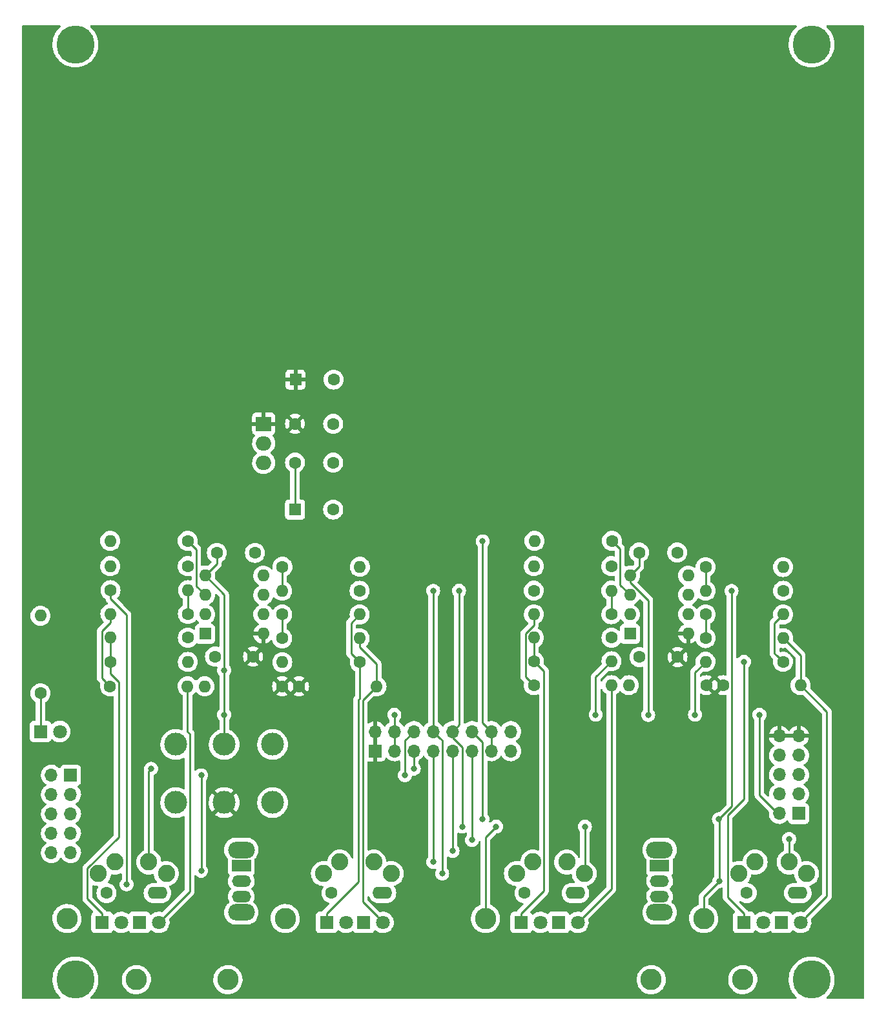
<source format=gbr>
G04 #@! TF.GenerationSoftware,KiCad,Pcbnew,(6.0.1)*
G04 #@! TF.CreationDate,2022-02-19T09:09:18-08:00*
G04 #@! TF.ProjectId,PBJ_EU,50424a5f-4555-42e6-9b69-6361645f7063,4.10*
G04 #@! TF.SameCoordinates,Original*
G04 #@! TF.FileFunction,Copper,L2,Bot*
G04 #@! TF.FilePolarity,Positive*
%FSLAX46Y46*%
G04 Gerber Fmt 4.6, Leading zero omitted, Abs format (unit mm)*
G04 Created by KiCad (PCBNEW (6.0.1)) date 2022-02-19 09:09:18*
%MOMM*%
%LPD*%
G01*
G04 APERTURE LIST*
G04 #@! TA.AperFunction,ComponentPad*
%ADD10R,1.800000X1.800000*%
G04 #@! TD*
G04 #@! TA.AperFunction,ComponentPad*
%ADD11C,1.800000*%
G04 #@! TD*
G04 #@! TA.AperFunction,ComponentPad*
%ADD12C,5.000000*%
G04 #@! TD*
G04 #@! TA.AperFunction,ComponentPad*
%ADD13C,2.800000*%
G04 #@! TD*
G04 #@! TA.AperFunction,ComponentPad*
%ADD14C,2.250000*%
G04 #@! TD*
G04 #@! TA.AperFunction,ComponentPad*
%ADD15O,2.600000X1.600000*%
G04 #@! TD*
G04 #@! TA.AperFunction,ComponentPad*
%ADD16C,1.600000*%
G04 #@! TD*
G04 #@! TA.AperFunction,ComponentPad*
%ADD17O,3.500000X2.200000*%
G04 #@! TD*
G04 #@! TA.AperFunction,ComponentPad*
%ADD18R,2.500000X1.500000*%
G04 #@! TD*
G04 #@! TA.AperFunction,ComponentPad*
%ADD19O,2.500000X1.500000*%
G04 #@! TD*
G04 #@! TA.AperFunction,ComponentPad*
%ADD20R,1.700000X1.700000*%
G04 #@! TD*
G04 #@! TA.AperFunction,ComponentPad*
%ADD21O,1.700000X1.700000*%
G04 #@! TD*
G04 #@! TA.AperFunction,ComponentPad*
%ADD22C,3.000000*%
G04 #@! TD*
G04 #@! TA.AperFunction,ComponentPad*
%ADD23R,1.600000X1.600000*%
G04 #@! TD*
G04 #@! TA.AperFunction,ComponentPad*
%ADD24O,1.600000X1.600000*%
G04 #@! TD*
G04 #@! TA.AperFunction,ComponentPad*
%ADD25R,2.000000X1.905000*%
G04 #@! TD*
G04 #@! TA.AperFunction,ComponentPad*
%ADD26O,2.000000X1.905000*%
G04 #@! TD*
G04 #@! TA.AperFunction,ViaPad*
%ADD27C,0.800000*%
G04 #@! TD*
G04 #@! TA.AperFunction,Conductor*
%ADD28C,0.250000*%
G04 #@! TD*
G04 APERTURE END LIST*
D10*
X135150000Y-148000000D03*
D11*
X137690000Y-148000000D03*
D10*
X140050000Y-148000000D03*
D11*
X142590000Y-148000000D03*
D10*
X42920000Y-123000000D03*
D11*
X45460000Y-123000000D03*
D12*
X47500000Y-155500000D03*
X144020000Y-155500000D03*
X144020000Y-33000000D03*
X47500000Y-33000000D03*
D13*
X75000000Y-147500000D03*
X129870000Y-147500000D03*
X55500000Y-155500000D03*
X67500000Y-155500000D03*
X123000000Y-155500000D03*
X135000000Y-155500000D03*
X46400000Y-147500000D03*
D14*
X80020000Y-141600000D03*
X88920000Y-141600000D03*
X82170000Y-140100000D03*
X86620000Y-140100000D03*
D15*
X87760000Y-144150000D03*
D16*
X81080000Y-144150000D03*
D14*
X50520000Y-141600000D03*
X59420000Y-141600000D03*
X52670000Y-140100000D03*
X57120000Y-140100000D03*
D15*
X58260000Y-144150000D03*
D16*
X51580000Y-144150000D03*
D10*
X85300000Y-148000000D03*
D11*
X87840000Y-148000000D03*
D10*
X55900000Y-148000000D03*
D11*
X58440000Y-148000000D03*
D10*
X80450000Y-148000000D03*
D11*
X82990000Y-148000000D03*
D10*
X51000000Y-148000000D03*
D11*
X53540000Y-148000000D03*
D17*
X69250000Y-138500000D03*
X69250000Y-146700000D03*
D18*
X69250000Y-140600000D03*
D19*
X69250000Y-142600000D03*
X69250000Y-144600000D03*
D13*
X101270000Y-147500000D03*
D14*
X105320000Y-141600000D03*
X114220000Y-141600000D03*
X107470000Y-140100000D03*
X111920000Y-140100000D03*
D15*
X113060000Y-144150000D03*
D16*
X106380000Y-144150000D03*
D14*
X134470000Y-141600000D03*
X143370000Y-141600000D03*
X136620000Y-140100000D03*
X141070000Y-140100000D03*
D15*
X142210000Y-144150000D03*
D16*
X135530000Y-144150000D03*
D10*
X110850000Y-148000000D03*
D11*
X113390000Y-148000000D03*
D10*
X105950000Y-148000000D03*
D11*
X108490000Y-148000000D03*
D17*
X124100000Y-138500000D03*
X124100000Y-146700000D03*
D18*
X124100000Y-140600000D03*
D19*
X124100000Y-142600000D03*
X124100000Y-144600000D03*
D20*
X86800000Y-125540000D03*
D21*
X86800000Y-123000000D03*
X89340000Y-125540000D03*
X89340000Y-123000000D03*
X91880000Y-125540000D03*
X91880000Y-123000000D03*
X94420000Y-125540000D03*
X94420000Y-123000000D03*
X96960000Y-125540000D03*
X96960000Y-123000000D03*
X99500000Y-125540000D03*
X99500000Y-123000000D03*
X102040000Y-125540000D03*
X102040000Y-123000000D03*
X104580000Y-125540000D03*
X104580000Y-123000000D03*
D20*
X142330000Y-133750000D03*
D21*
X139790000Y-133750000D03*
X142330000Y-131210000D03*
X139790000Y-131210000D03*
X142330000Y-128670000D03*
X139790000Y-128670000D03*
X142330000Y-126130000D03*
X139790000Y-126130000D03*
X142330000Y-123590000D03*
X139790000Y-123590000D03*
D22*
X60650000Y-132310000D03*
X60650000Y-124690000D03*
X73350000Y-124690000D03*
X67000000Y-124690000D03*
X73350000Y-132310000D03*
X67000000Y-132310000D03*
D23*
X76352400Y-76911200D03*
D16*
X81352400Y-76911200D03*
X42920000Y-118000000D03*
D24*
X42920000Y-107840000D03*
D23*
X64510000Y-110200000D03*
D24*
X64510000Y-107660000D03*
X64510000Y-105120000D03*
X64510000Y-102580000D03*
X72130000Y-102580000D03*
X72130000Y-105120000D03*
X72130000Y-107660000D03*
X72130000Y-110200000D03*
D16*
X74610000Y-110800000D03*
D24*
X84770000Y-110800000D03*
D16*
X76820000Y-117090000D03*
D24*
X86980000Y-117090000D03*
D16*
X74610000Y-107670000D03*
D24*
X84770000Y-107670000D03*
D16*
X52040000Y-117080000D03*
D24*
X62200000Y-117080000D03*
D16*
X62250000Y-107600000D03*
D24*
X52090000Y-107600000D03*
D16*
X52080000Y-113890000D03*
D24*
X62240000Y-113890000D03*
D16*
X74600000Y-117080000D03*
D24*
X64440000Y-117080000D03*
D16*
X52100000Y-104500000D03*
D24*
X62260000Y-104500000D03*
D16*
X62240000Y-110710000D03*
D24*
X52080000Y-110710000D03*
D16*
X126450000Y-113250000D03*
X121450000Y-113250000D03*
X70800000Y-113200000D03*
X65800000Y-113200000D03*
X126400000Y-99550000D03*
X121400000Y-99550000D03*
X130130000Y-110770000D03*
D24*
X140290000Y-110770000D03*
D16*
X132410000Y-116940000D03*
D24*
X142570000Y-116940000D03*
D16*
X140280000Y-113870000D03*
D24*
X130120000Y-113870000D03*
D16*
X107630000Y-113800000D03*
D24*
X117790000Y-113800000D03*
D16*
X130130000Y-107660000D03*
D24*
X140290000Y-107660000D03*
D16*
X117780000Y-110720000D03*
D24*
X107620000Y-110720000D03*
D16*
X107610000Y-116940000D03*
D24*
X117770000Y-116940000D03*
D16*
X130220000Y-116940000D03*
D24*
X120060000Y-116940000D03*
D23*
X76301600Y-93929200D03*
D16*
X81301600Y-93929200D03*
X84790000Y-113930000D03*
D24*
X74630000Y-113930000D03*
D23*
X120210000Y-110200000D03*
D24*
X120210000Y-107660000D03*
X120210000Y-105120000D03*
X120210000Y-102580000D03*
X127830000Y-102580000D03*
X127830000Y-105120000D03*
X127830000Y-107660000D03*
X127830000Y-110200000D03*
D16*
X71050000Y-99600000D03*
X66050000Y-99600000D03*
D20*
X46880000Y-128710000D03*
D21*
X44340000Y-128710000D03*
X46880000Y-131250000D03*
X44340000Y-131250000D03*
X46880000Y-133790000D03*
X44340000Y-133790000D03*
X46880000Y-136330000D03*
X44340000Y-136330000D03*
X46880000Y-138870000D03*
X44340000Y-138870000D03*
D16*
X107600000Y-104550000D03*
D24*
X117760000Y-104550000D03*
D16*
X117770000Y-107650000D03*
D24*
X107610000Y-107650000D03*
D16*
X140290000Y-104570000D03*
D24*
X130130000Y-104570000D03*
D16*
X74640000Y-101430000D03*
D24*
X84800000Y-101430000D03*
D16*
X84760000Y-104570000D03*
D24*
X74600000Y-104570000D03*
D16*
X130120000Y-101470000D03*
D24*
X140280000Y-101470000D03*
D16*
X62230000Y-98044000D03*
D24*
X52070000Y-98044000D03*
D16*
X117856000Y-98044000D03*
D24*
X107696000Y-98044000D03*
D16*
X62230000Y-101346000D03*
D24*
X52070000Y-101346000D03*
D16*
X117770000Y-101346000D03*
D24*
X107610000Y-101346000D03*
D16*
X76301600Y-82702400D03*
X81301600Y-82702400D03*
X76301600Y-87782400D03*
X81301600Y-87782400D03*
D25*
X72186800Y-82702400D03*
D26*
X72186800Y-85242400D03*
X72186800Y-87782400D03*
D27*
X90704999Y-128734999D03*
X54215010Y-143024990D03*
X64000000Y-128734999D03*
X64000000Y-141250000D03*
X94420000Y-104570000D03*
X95595001Y-141600000D03*
X97800000Y-104550000D03*
X98225000Y-135450000D03*
X114310000Y-135450000D03*
X102660000Y-135450000D03*
X131865001Y-134484999D03*
X133535001Y-104574999D03*
X131900000Y-142600000D03*
X100864999Y-134484999D03*
X100888800Y-98094800D03*
X67000000Y-120810000D03*
X67000000Y-114980000D03*
X128730000Y-120810000D03*
X115710000Y-120810000D03*
X89320000Y-120810000D03*
X122610000Y-120830000D03*
X137180000Y-120810000D03*
X57425001Y-127874999D03*
X91880000Y-127874999D03*
X94420000Y-140100000D03*
X96960000Y-138649999D03*
X99500000Y-137220000D03*
X141074990Y-137074990D03*
X135150000Y-113870000D03*
D28*
X42920000Y-119131370D02*
X42920000Y-123000000D01*
X42920000Y-118000000D02*
X42920000Y-119131370D01*
X90704999Y-128734999D02*
X90704999Y-128734999D01*
X52100000Y-104500000D02*
X52100000Y-105631370D01*
X54210000Y-107741370D02*
X54210000Y-143030000D01*
X91880000Y-123000000D02*
X90704999Y-124175001D01*
X52100000Y-105631370D02*
X54210000Y-107741370D01*
X90704999Y-124175001D02*
X90704999Y-128734999D01*
X64000000Y-141250000D02*
X64000000Y-128734999D01*
X95595001Y-141600000D02*
X95595001Y-124175001D01*
X94420000Y-104570000D02*
X94420000Y-104570000D01*
X95595001Y-141600000D02*
X95595001Y-141600000D01*
X95595001Y-124175001D02*
X95269999Y-123849999D01*
X94420000Y-123000000D02*
X94420000Y-104570000D01*
X95269999Y-123849999D02*
X94420000Y-123000000D01*
X98225000Y-135450000D02*
X98225000Y-135450000D01*
X97800000Y-104550000D02*
X97800000Y-104550000D01*
X101270000Y-147500000D02*
X101270000Y-136840000D01*
X98225000Y-125065998D02*
X98225000Y-135450000D01*
X101270000Y-136840000D02*
X102660000Y-135450000D01*
X97809999Y-122150001D02*
X97800000Y-104550000D01*
X96960000Y-123000000D02*
X96960000Y-123800998D01*
X96960000Y-123800998D02*
X98225000Y-125065998D01*
X114310000Y-135450000D02*
X114310000Y-141510000D01*
X96960000Y-123000000D02*
X97809999Y-122150001D01*
X114310000Y-141510000D02*
X114220000Y-141600000D01*
X100864999Y-134484999D02*
X100864999Y-134484999D01*
X133535001Y-104574999D02*
X133535001Y-104574999D01*
X99500000Y-123000000D02*
X100864999Y-124364999D01*
X131900000Y-142600000D02*
X131900000Y-134519998D01*
X131900000Y-134519998D02*
X131865001Y-134484999D01*
X129870000Y-144630000D02*
X129870000Y-147500000D01*
X131865001Y-134484999D02*
X133535001Y-132814999D01*
X100864999Y-124364999D02*
X100864999Y-134484999D01*
X131900000Y-142600000D02*
X129870000Y-144630000D01*
X133535001Y-132814999D02*
X133535001Y-104574999D01*
X76301600Y-93929200D02*
X76301600Y-87782400D01*
X102040000Y-124202081D02*
X102040000Y-125540000D01*
X100888800Y-121848800D02*
X102040000Y-123000000D01*
X100888800Y-98094800D02*
X100888800Y-121848800D01*
X102040000Y-123000000D02*
X102040000Y-124202081D01*
X67000000Y-114980000D02*
X67000000Y-120810000D01*
X67000000Y-120810000D02*
X67000000Y-124180000D01*
X89340000Y-123000000D02*
X89340000Y-120830000D01*
X64510000Y-102580000D02*
X66050000Y-101040000D01*
X120210000Y-102580000D02*
X120210000Y-103454998D01*
X89340000Y-120830000D02*
X89320000Y-120810000D01*
X89340000Y-124202081D02*
X89340000Y-125540000D01*
X139790000Y-133930000D02*
X137180000Y-131320000D01*
X128730000Y-120810000D02*
X128730000Y-115260000D01*
X121400000Y-101390000D02*
X121400000Y-99550000D01*
X120210000Y-103454998D02*
X122620000Y-105864998D01*
X66050000Y-101040000D02*
X66050000Y-99600000D01*
X122620000Y-105864998D02*
X122620000Y-120780000D01*
X115710000Y-115880000D02*
X117790000Y-113800000D01*
X120210000Y-102580000D02*
X121400000Y-101390000D01*
X67000000Y-105070000D02*
X67000000Y-114980000D01*
X115710000Y-120810000D02*
X115710000Y-115880000D01*
X137180000Y-131320000D02*
X137180000Y-120810000D01*
X64510000Y-102580000D02*
X67000000Y-105070000D01*
X128730000Y-115260000D02*
X130120000Y-113870000D01*
X89340000Y-123000000D02*
X89340000Y-124202081D01*
X62475001Y-123303999D02*
X62475001Y-143964999D01*
X62475001Y-143964999D02*
X59339999Y-147100001D01*
X62200000Y-117080000D02*
X62200000Y-123028998D01*
X62200000Y-123028998D02*
X62475001Y-123303999D01*
X59339999Y-147100001D02*
X58440000Y-148000000D01*
X113390000Y-148000000D02*
X117770000Y-143620000D01*
X117770000Y-143620000D02*
X117770000Y-116940000D01*
X86980000Y-117090000D02*
X85169999Y-118900001D01*
X85169999Y-145329999D02*
X86940001Y-147100001D01*
X84770000Y-111931370D02*
X86980000Y-114141370D01*
X86980000Y-114141370D02*
X86980000Y-115958630D01*
X86940001Y-147100001D02*
X87840000Y-148000000D01*
X84770000Y-110800000D02*
X84770000Y-111931370D01*
X85169999Y-118900001D02*
X85169999Y-145329999D01*
X86980000Y-115958630D02*
X86980000Y-117090000D01*
X140290000Y-110770000D02*
X142570000Y-113050000D01*
X142570000Y-113050000D02*
X142570000Y-116940000D01*
X146020000Y-144570000D02*
X143489999Y-147100001D01*
X146020000Y-120390000D02*
X146020000Y-144570000D01*
X143489999Y-147100001D02*
X142590000Y-148000000D01*
X142570000Y-116940000D02*
X146020000Y-120390000D01*
X57120000Y-140100000D02*
X57120000Y-128180000D01*
X91880000Y-127874999D02*
X91880000Y-125540000D01*
X57120000Y-128180000D02*
X57425001Y-127874999D01*
X94420000Y-140100000D02*
X94420000Y-140100000D01*
X94420000Y-125540000D02*
X94420000Y-140100000D01*
X96960000Y-138649999D02*
X96960000Y-138649999D01*
X96960000Y-125540000D02*
X96960000Y-138649999D01*
X99500000Y-134460000D02*
X99500000Y-134460000D01*
X99500000Y-125540000D02*
X99500000Y-137220000D01*
X141070000Y-137079980D02*
X141074990Y-137074990D01*
X141070000Y-140100000D02*
X141070000Y-137079980D01*
X50954999Y-109866371D02*
X50954999Y-115994999D01*
X51240001Y-116280001D02*
X52040000Y-117080000D01*
X50954999Y-115994999D02*
X51240001Y-116280001D01*
X52090000Y-107600000D02*
X52090000Y-108731370D01*
X52090000Y-108731370D02*
X50954999Y-109866371D01*
X107610000Y-109064998D02*
X106494999Y-110179999D01*
X106494999Y-110179999D02*
X106494999Y-115824999D01*
X106810001Y-116140001D02*
X107610000Y-116940000D01*
X106494999Y-115824999D02*
X106810001Y-116140001D01*
X107610000Y-107650000D02*
X107610000Y-109064998D01*
X62250000Y-104510000D02*
X62260000Y-104500000D01*
X62250000Y-107600000D02*
X62250000Y-104510000D01*
X117770000Y-104560000D02*
X117760000Y-104550000D01*
X117770000Y-107650000D02*
X117770000Y-104560000D01*
X74600000Y-104570000D02*
X74600000Y-101470000D01*
X74600000Y-101470000D02*
X74640000Y-101430000D01*
X130120000Y-101470000D02*
X130120000Y-104560000D01*
X130120000Y-104560000D02*
X130130000Y-104570000D01*
X53165001Y-116539999D02*
X53165001Y-136808997D01*
X52080000Y-115454998D02*
X53165001Y-116539999D01*
X52080000Y-113890000D02*
X52080000Y-115454998D01*
X49069999Y-144919999D02*
X51000000Y-146850000D01*
X51000000Y-146850000D02*
X51000000Y-148000000D01*
X52080000Y-111841370D02*
X52080000Y-113890000D01*
X53165001Y-136808997D02*
X49069999Y-140903999D01*
X49069999Y-140903999D02*
X49069999Y-144919999D01*
X52080000Y-110710000D02*
X52080000Y-111841370D01*
X107620000Y-113790000D02*
X107630000Y-113800000D01*
X105950000Y-148000000D02*
X105950000Y-146850000D01*
X108429999Y-114599999D02*
X107630000Y-113800000D01*
X108920001Y-143879999D02*
X108920001Y-115090001D01*
X108920001Y-115090001D02*
X108429999Y-114599999D01*
X105950000Y-146850000D02*
X108920001Y-143879999D01*
X107620000Y-110720000D02*
X107620000Y-113790000D01*
X84790000Y-113930000D02*
X84790000Y-118643590D01*
X84770000Y-107670000D02*
X83644999Y-108795001D01*
X83644999Y-112784999D02*
X83990001Y-113130001D01*
X84790000Y-118643590D02*
X84580000Y-118853590D01*
X83644999Y-108795001D02*
X83644999Y-112784999D01*
X83990001Y-113130001D02*
X84790000Y-113930000D01*
X84580000Y-118853590D02*
X84580000Y-142720000D01*
X80450000Y-146850000D02*
X80450000Y-148000000D01*
X84580000Y-142720000D02*
X80450000Y-146850000D01*
X139164999Y-112754999D02*
X139480001Y-113070001D01*
X135150000Y-114435685D02*
X135150000Y-113870000D01*
X139164999Y-108785001D02*
X139164999Y-112754999D01*
X133019999Y-133966411D02*
X135150000Y-131836410D01*
X135150000Y-146850000D02*
X133019999Y-144719999D01*
X135150000Y-148000000D02*
X135150000Y-146850000D01*
X140290000Y-107660000D02*
X139164999Y-108785001D01*
X135150000Y-131836410D02*
X135150000Y-114435685D01*
X139480001Y-113070001D02*
X140280000Y-113870000D01*
X133019999Y-144719999D02*
X133019999Y-133966411D01*
X74610000Y-109668630D02*
X74610000Y-107670000D01*
X74610000Y-110800000D02*
X74610000Y-109668630D01*
X130130000Y-109638630D02*
X130130000Y-107660000D01*
X130130000Y-110770000D02*
X130130000Y-109638630D01*
X62230000Y-98044000D02*
X63355001Y-99169001D01*
X63355001Y-99169001D02*
X63355001Y-103965001D01*
X63355001Y-103965001D02*
X64510000Y-105120000D01*
X118895001Y-99083001D02*
X118895001Y-103805001D01*
X118895001Y-103805001D02*
X120210000Y-105120000D01*
X117856000Y-98044000D02*
X118895001Y-99083001D01*
G04 #@! TA.AperFunction,Conductor*
G36*
X45507956Y-30528002D02*
G01*
X45554449Y-30581658D01*
X45564553Y-30651932D01*
X45535059Y-30716512D01*
X45518622Y-30732328D01*
X45483509Y-30760459D01*
X45239466Y-31007071D01*
X45237225Y-31009929D01*
X45180732Y-31081978D01*
X45025386Y-31280098D01*
X45023493Y-31283187D01*
X45023491Y-31283190D01*
X44977233Y-31358676D01*
X44844105Y-31575921D01*
X44842580Y-31579206D01*
X44842578Y-31579210D01*
X44803505Y-31663386D01*
X44698027Y-31890620D01*
X44589087Y-32220023D01*
X44518730Y-32559764D01*
X44487888Y-32905341D01*
X44487983Y-32908971D01*
X44487983Y-32908972D01*
X44490367Y-33000000D01*
X44496970Y-33252171D01*
X44545856Y-33595660D01*
X44633897Y-33931253D01*
X44759927Y-34254503D01*
X44761624Y-34257708D01*
X44895113Y-34509825D01*
X44922275Y-34561126D01*
X44924325Y-34564109D01*
X44924327Y-34564112D01*
X45116733Y-34844064D01*
X45116739Y-34844071D01*
X45118790Y-34847056D01*
X45346866Y-35108505D01*
X45349551Y-35110948D01*
X45559268Y-35301775D01*
X45603481Y-35342006D01*
X45885233Y-35544466D01*
X46188388Y-35713200D01*
X46508928Y-35845972D01*
X46512422Y-35846967D01*
X46512424Y-35846968D01*
X46839103Y-35940025D01*
X46839108Y-35940026D01*
X46842604Y-35941022D01*
X47039304Y-35973233D01*
X47181412Y-35996504D01*
X47181419Y-35996505D01*
X47184993Y-35997090D01*
X47358275Y-36005262D01*
X47527931Y-36013263D01*
X47527932Y-36013263D01*
X47531558Y-36013434D01*
X47540415Y-36012830D01*
X47874073Y-35990084D01*
X47874081Y-35990083D01*
X47877704Y-35989836D01*
X47881279Y-35989173D01*
X47881282Y-35989173D01*
X48215279Y-35927270D01*
X48215283Y-35927269D01*
X48218844Y-35926609D01*
X48550456Y-35824592D01*
X48868145Y-35685136D01*
X49112511Y-35542341D01*
X49164560Y-35511926D01*
X49164562Y-35511925D01*
X49167700Y-35510091D01*
X49170609Y-35507907D01*
X49442244Y-35303958D01*
X49442248Y-35303955D01*
X49445151Y-35301775D01*
X49696819Y-35062950D01*
X49919370Y-34796783D01*
X50109853Y-34506799D01*
X50238446Y-34251121D01*
X50264117Y-34200080D01*
X50264120Y-34200072D01*
X50265744Y-34196844D01*
X50384977Y-33871026D01*
X50385822Y-33867504D01*
X50385825Y-33867496D01*
X50465124Y-33537191D01*
X50465125Y-33537187D01*
X50465971Y-33533662D01*
X50500035Y-33252171D01*
X50507316Y-33192004D01*
X50507316Y-33191997D01*
X50507652Y-33189225D01*
X50513599Y-33000000D01*
X50513438Y-32997204D01*
X50493836Y-32657246D01*
X50493835Y-32657241D01*
X50493627Y-32653626D01*
X50433976Y-32311842D01*
X50335437Y-31979180D01*
X50199316Y-31660048D01*
X50149569Y-31572831D01*
X50029208Y-31361816D01*
X50027417Y-31358676D01*
X49822018Y-31079060D01*
X49585842Y-30824904D01*
X49474502Y-30729810D01*
X49435692Y-30670361D01*
X49435185Y-30599366D01*
X49473142Y-30539367D01*
X49537510Y-30509414D01*
X49556332Y-30508000D01*
X141959835Y-30508000D01*
X142027956Y-30528002D01*
X142074449Y-30581658D01*
X142084553Y-30651932D01*
X142055059Y-30716512D01*
X142038622Y-30732328D01*
X142003509Y-30760459D01*
X141759466Y-31007071D01*
X141757225Y-31009929D01*
X141700732Y-31081978D01*
X141545386Y-31280098D01*
X141543493Y-31283187D01*
X141543491Y-31283190D01*
X141497233Y-31358676D01*
X141364105Y-31575921D01*
X141362580Y-31579206D01*
X141362578Y-31579210D01*
X141323505Y-31663386D01*
X141218027Y-31890620D01*
X141109087Y-32220023D01*
X141038730Y-32559764D01*
X141007888Y-32905341D01*
X141007983Y-32908971D01*
X141007983Y-32908972D01*
X141010367Y-33000000D01*
X141016970Y-33252171D01*
X141065856Y-33595660D01*
X141153897Y-33931253D01*
X141279927Y-34254503D01*
X141281624Y-34257708D01*
X141415113Y-34509825D01*
X141442275Y-34561126D01*
X141444325Y-34564109D01*
X141444327Y-34564112D01*
X141636733Y-34844064D01*
X141636739Y-34844071D01*
X141638790Y-34847056D01*
X141866866Y-35108505D01*
X141869551Y-35110948D01*
X142079268Y-35301775D01*
X142123481Y-35342006D01*
X142405233Y-35544466D01*
X142708388Y-35713200D01*
X143028928Y-35845972D01*
X143032422Y-35846967D01*
X143032424Y-35846968D01*
X143359103Y-35940025D01*
X143359108Y-35940026D01*
X143362604Y-35941022D01*
X143559304Y-35973233D01*
X143701412Y-35996504D01*
X143701419Y-35996505D01*
X143704993Y-35997090D01*
X143878275Y-36005262D01*
X144047931Y-36013263D01*
X144047932Y-36013263D01*
X144051558Y-36013434D01*
X144060415Y-36012830D01*
X144394073Y-35990084D01*
X144394081Y-35990083D01*
X144397704Y-35989836D01*
X144401279Y-35989173D01*
X144401282Y-35989173D01*
X144735279Y-35927270D01*
X144735283Y-35927269D01*
X144738844Y-35926609D01*
X145070456Y-35824592D01*
X145388145Y-35685136D01*
X145632511Y-35542341D01*
X145684560Y-35511926D01*
X145684562Y-35511925D01*
X145687700Y-35510091D01*
X145690609Y-35507907D01*
X145962244Y-35303958D01*
X145962248Y-35303955D01*
X145965151Y-35301775D01*
X146216819Y-35062950D01*
X146439370Y-34796783D01*
X146629853Y-34506799D01*
X146758446Y-34251121D01*
X146784117Y-34200080D01*
X146784120Y-34200072D01*
X146785744Y-34196844D01*
X146904977Y-33871026D01*
X146905822Y-33867504D01*
X146905825Y-33867496D01*
X146985124Y-33537191D01*
X146985125Y-33537187D01*
X146985971Y-33533662D01*
X147020035Y-33252171D01*
X147027316Y-33192004D01*
X147027316Y-33191997D01*
X147027652Y-33189225D01*
X147033599Y-33000000D01*
X147033438Y-32997204D01*
X147013836Y-32657246D01*
X147013835Y-32657241D01*
X147013627Y-32653626D01*
X146953976Y-32311842D01*
X146855437Y-31979180D01*
X146719316Y-31660048D01*
X146669569Y-31572831D01*
X146549208Y-31361816D01*
X146547417Y-31358676D01*
X146342018Y-31079060D01*
X146105842Y-30824904D01*
X145994502Y-30729810D01*
X145955692Y-30670361D01*
X145955185Y-30599366D01*
X145993142Y-30539367D01*
X146057510Y-30509414D01*
X146076332Y-30508000D01*
X150766000Y-30508000D01*
X150834121Y-30528002D01*
X150880614Y-30581658D01*
X150892000Y-30634000D01*
X150892000Y-157866000D01*
X150871998Y-157934121D01*
X150818342Y-157980614D01*
X150766000Y-157992000D01*
X146080517Y-157992000D01*
X146012396Y-157971998D01*
X145965903Y-157918342D01*
X145955799Y-157848068D01*
X145985293Y-157783488D01*
X145993784Y-157774603D01*
X146214180Y-157565454D01*
X146216819Y-157562950D01*
X146439370Y-157296783D01*
X146452311Y-157277083D01*
X146591342Y-157065427D01*
X146629853Y-157006799D01*
X146758446Y-156751121D01*
X146784117Y-156700080D01*
X146784120Y-156700072D01*
X146785744Y-156696844D01*
X146813545Y-156620875D01*
X146903729Y-156374437D01*
X146903730Y-156374433D01*
X146904977Y-156371026D01*
X146905822Y-156367504D01*
X146905825Y-156367496D01*
X146985124Y-156037191D01*
X146985125Y-156037187D01*
X146985971Y-156033662D01*
X146986408Y-156030052D01*
X147027316Y-155692004D01*
X147027316Y-155691997D01*
X147027652Y-155689225D01*
X147033599Y-155500000D01*
X147029878Y-155435467D01*
X147013836Y-155157246D01*
X147013835Y-155157241D01*
X147013627Y-155153626D01*
X146970887Y-154908735D01*
X146954600Y-154815415D01*
X146954598Y-154815408D01*
X146953976Y-154811842D01*
X146855437Y-154479180D01*
X146833765Y-154428371D01*
X146720740Y-154163386D01*
X146720738Y-154163383D01*
X146719316Y-154160048D01*
X146669569Y-154072831D01*
X146549208Y-153861816D01*
X146547417Y-153858676D01*
X146342018Y-153579060D01*
X146105842Y-153324904D01*
X145842019Y-153099578D01*
X145554047Y-152906069D01*
X145245741Y-152746940D01*
X144921189Y-152624302D01*
X144917668Y-152623418D01*
X144917663Y-152623416D01*
X144756378Y-152582904D01*
X144584692Y-152539780D01*
X144562476Y-152536855D01*
X144244315Y-152494968D01*
X144244307Y-152494967D01*
X144240711Y-152494494D01*
X144096045Y-152492221D01*
X143897446Y-152489101D01*
X143897442Y-152489101D01*
X143893804Y-152489044D01*
X143890190Y-152489405D01*
X143890184Y-152489405D01*
X143646843Y-152513694D01*
X143548569Y-152523503D01*
X143209583Y-152597414D01*
X143206156Y-152598587D01*
X143206150Y-152598589D01*
X143127296Y-152625587D01*
X142881339Y-152709797D01*
X142568188Y-152859163D01*
X142274279Y-153043532D01*
X142271443Y-153045804D01*
X142271436Y-153045809D01*
X142027384Y-153241332D01*
X142003509Y-153260459D01*
X141759466Y-153507071D01*
X141757225Y-153509929D01*
X141700732Y-153581978D01*
X141545386Y-153780098D01*
X141543493Y-153783187D01*
X141543491Y-153783190D01*
X141491164Y-153868580D01*
X141364105Y-154075921D01*
X141362580Y-154079206D01*
X141362578Y-154079210D01*
X141281360Y-154254180D01*
X141218027Y-154390620D01*
X141187586Y-154482666D01*
X141111536Y-154712619D01*
X141109087Y-154720023D01*
X141108351Y-154723578D01*
X141108350Y-154723581D01*
X141069112Y-154913053D01*
X141038730Y-155059764D01*
X141007888Y-155405341D01*
X141007983Y-155408971D01*
X141007983Y-155408972D01*
X141010367Y-155500000D01*
X141016970Y-155752171D01*
X141065856Y-156095660D01*
X141153897Y-156431253D01*
X141279927Y-156754503D01*
X141281624Y-156757708D01*
X141416192Y-157011863D01*
X141442275Y-157061126D01*
X141444325Y-157064109D01*
X141444327Y-157064112D01*
X141636733Y-157344064D01*
X141636739Y-157344071D01*
X141638790Y-157347056D01*
X141866866Y-157608505D01*
X141869551Y-157610948D01*
X142047431Y-157772806D01*
X142084354Y-157833447D01*
X142082631Y-157904422D01*
X142042809Y-157963199D01*
X141977531Y-157991116D01*
X141962632Y-157992000D01*
X49560517Y-157992000D01*
X49492396Y-157971998D01*
X49445903Y-157918342D01*
X49435799Y-157848068D01*
X49465293Y-157783488D01*
X49473784Y-157774603D01*
X49694180Y-157565454D01*
X49696819Y-157562950D01*
X49919370Y-157296783D01*
X49932311Y-157277083D01*
X50071342Y-157065427D01*
X50109853Y-157006799D01*
X50238446Y-156751121D01*
X50264117Y-156700080D01*
X50264120Y-156700072D01*
X50265744Y-156696844D01*
X50293545Y-156620875D01*
X50383729Y-156374437D01*
X50383730Y-156374433D01*
X50384977Y-156371026D01*
X50385822Y-156367504D01*
X50385825Y-156367496D01*
X50465124Y-156037191D01*
X50465125Y-156037187D01*
X50465971Y-156033662D01*
X50466408Y-156030052D01*
X50507316Y-155692004D01*
X50507316Y-155691997D01*
X50507652Y-155689225D01*
X50513599Y-155500000D01*
X50510134Y-155439899D01*
X53587569Y-155439899D01*
X53587744Y-155444351D01*
X53597256Y-155686434D01*
X53598180Y-155709963D01*
X53646737Y-155975837D01*
X53732272Y-156232217D01*
X53734265Y-156236205D01*
X53803336Y-156374437D01*
X53853078Y-156473987D01*
X53855607Y-156477646D01*
X53959563Y-156628058D01*
X54006744Y-156696324D01*
X54190205Y-156894790D01*
X54399799Y-157065427D01*
X54631346Y-157204830D01*
X54635441Y-157206564D01*
X54635443Y-157206565D01*
X54876124Y-157308480D01*
X54876131Y-157308482D01*
X54880225Y-157310216D01*
X54976358Y-157335705D01*
X55137172Y-157378345D01*
X55137177Y-157378346D01*
X55141469Y-157379484D01*
X55145878Y-157380006D01*
X55145884Y-157380007D01*
X55295210Y-157397680D01*
X55409868Y-157411251D01*
X55680064Y-157404883D01*
X55684459Y-157404151D01*
X55684464Y-157404151D01*
X55942267Y-157361241D01*
X55942271Y-157361240D01*
X55946669Y-157360508D01*
X56139385Y-157299560D01*
X56200114Y-157280354D01*
X56200116Y-157280353D01*
X56204360Y-157279011D01*
X56208371Y-157277085D01*
X56208376Y-157277083D01*
X56443979Y-157163948D01*
X56443980Y-157163947D01*
X56447998Y-157162018D01*
X56598994Y-157061126D01*
X56669013Y-157014341D01*
X56669017Y-157014338D01*
X56672721Y-157011863D01*
X56676038Y-157008892D01*
X56676042Y-157008889D01*
X56870729Y-156834512D01*
X56874045Y-156831542D01*
X57047953Y-156624654D01*
X57168569Y-156431253D01*
X57188614Y-156399111D01*
X57188615Y-156399109D01*
X57190975Y-156395325D01*
X57300258Y-156148133D01*
X57373620Y-155888008D01*
X57396946Y-155714343D01*
X57409172Y-155623324D01*
X57409173Y-155623316D01*
X57409599Y-155620142D01*
X57413375Y-155500000D01*
X57409120Y-155439899D01*
X65587569Y-155439899D01*
X65587744Y-155444351D01*
X65597256Y-155686434D01*
X65598180Y-155709963D01*
X65646737Y-155975837D01*
X65732272Y-156232217D01*
X65734265Y-156236205D01*
X65803336Y-156374437D01*
X65853078Y-156473987D01*
X65855607Y-156477646D01*
X65959563Y-156628058D01*
X66006744Y-156696324D01*
X66190205Y-156894790D01*
X66399799Y-157065427D01*
X66631346Y-157204830D01*
X66635441Y-157206564D01*
X66635443Y-157206565D01*
X66876124Y-157308480D01*
X66876131Y-157308482D01*
X66880225Y-157310216D01*
X66976358Y-157335705D01*
X67137172Y-157378345D01*
X67137177Y-157378346D01*
X67141469Y-157379484D01*
X67145878Y-157380006D01*
X67145884Y-157380007D01*
X67295210Y-157397680D01*
X67409868Y-157411251D01*
X67680064Y-157404883D01*
X67684459Y-157404151D01*
X67684464Y-157404151D01*
X67942267Y-157361241D01*
X67942271Y-157361240D01*
X67946669Y-157360508D01*
X68139385Y-157299560D01*
X68200114Y-157280354D01*
X68200116Y-157280353D01*
X68204360Y-157279011D01*
X68208371Y-157277085D01*
X68208376Y-157277083D01*
X68443979Y-157163948D01*
X68443980Y-157163947D01*
X68447998Y-157162018D01*
X68598994Y-157061126D01*
X68669013Y-157014341D01*
X68669017Y-157014338D01*
X68672721Y-157011863D01*
X68676038Y-157008892D01*
X68676042Y-157008889D01*
X68870729Y-156834512D01*
X68874045Y-156831542D01*
X69047953Y-156624654D01*
X69168569Y-156431253D01*
X69188614Y-156399111D01*
X69188615Y-156399109D01*
X69190975Y-156395325D01*
X69300258Y-156148133D01*
X69373620Y-155888008D01*
X69396946Y-155714343D01*
X69409172Y-155623324D01*
X69409173Y-155623316D01*
X69409599Y-155620142D01*
X69413375Y-155500000D01*
X69409120Y-155439899D01*
X121087569Y-155439899D01*
X121087744Y-155444351D01*
X121097256Y-155686434D01*
X121098180Y-155709963D01*
X121146737Y-155975837D01*
X121232272Y-156232217D01*
X121234265Y-156236205D01*
X121303336Y-156374437D01*
X121353078Y-156473987D01*
X121355607Y-156477646D01*
X121459563Y-156628058D01*
X121506744Y-156696324D01*
X121690205Y-156894790D01*
X121899799Y-157065427D01*
X122131346Y-157204830D01*
X122135441Y-157206564D01*
X122135443Y-157206565D01*
X122376124Y-157308480D01*
X122376131Y-157308482D01*
X122380225Y-157310216D01*
X122476358Y-157335705D01*
X122637172Y-157378345D01*
X122637177Y-157378346D01*
X122641469Y-157379484D01*
X122645878Y-157380006D01*
X122645884Y-157380007D01*
X122795210Y-157397680D01*
X122909868Y-157411251D01*
X123180064Y-157404883D01*
X123184459Y-157404151D01*
X123184464Y-157404151D01*
X123442267Y-157361241D01*
X123442271Y-157361240D01*
X123446669Y-157360508D01*
X123639385Y-157299560D01*
X123700114Y-157280354D01*
X123700116Y-157280353D01*
X123704360Y-157279011D01*
X123708371Y-157277085D01*
X123708376Y-157277083D01*
X123943979Y-157163948D01*
X123943980Y-157163947D01*
X123947998Y-157162018D01*
X124098994Y-157061126D01*
X124169013Y-157014341D01*
X124169017Y-157014338D01*
X124172721Y-157011863D01*
X124176038Y-157008892D01*
X124176042Y-157008889D01*
X124370729Y-156834512D01*
X124374045Y-156831542D01*
X124547953Y-156624654D01*
X124668569Y-156431253D01*
X124688614Y-156399111D01*
X124688615Y-156399109D01*
X124690975Y-156395325D01*
X124800258Y-156148133D01*
X124873620Y-155888008D01*
X124896946Y-155714343D01*
X124909172Y-155623324D01*
X124909173Y-155623316D01*
X124909599Y-155620142D01*
X124913375Y-155500000D01*
X124909120Y-155439899D01*
X133087569Y-155439899D01*
X133087744Y-155444351D01*
X133097256Y-155686434D01*
X133098180Y-155709963D01*
X133146737Y-155975837D01*
X133232272Y-156232217D01*
X133234265Y-156236205D01*
X133303336Y-156374437D01*
X133353078Y-156473987D01*
X133355607Y-156477646D01*
X133459563Y-156628058D01*
X133506744Y-156696324D01*
X133690205Y-156894790D01*
X133899799Y-157065427D01*
X134131346Y-157204830D01*
X134135441Y-157206564D01*
X134135443Y-157206565D01*
X134376124Y-157308480D01*
X134376131Y-157308482D01*
X134380225Y-157310216D01*
X134476358Y-157335705D01*
X134637172Y-157378345D01*
X134637177Y-157378346D01*
X134641469Y-157379484D01*
X134645878Y-157380006D01*
X134645884Y-157380007D01*
X134795210Y-157397680D01*
X134909868Y-157411251D01*
X135180064Y-157404883D01*
X135184459Y-157404151D01*
X135184464Y-157404151D01*
X135442267Y-157361241D01*
X135442271Y-157361240D01*
X135446669Y-157360508D01*
X135639385Y-157299560D01*
X135700114Y-157280354D01*
X135700116Y-157280353D01*
X135704360Y-157279011D01*
X135708371Y-157277085D01*
X135708376Y-157277083D01*
X135943979Y-157163948D01*
X135943980Y-157163947D01*
X135947998Y-157162018D01*
X136098994Y-157061126D01*
X136169013Y-157014341D01*
X136169017Y-157014338D01*
X136172721Y-157011863D01*
X136176038Y-157008892D01*
X136176042Y-157008889D01*
X136370729Y-156834512D01*
X136374045Y-156831542D01*
X136547953Y-156624654D01*
X136668569Y-156431253D01*
X136688614Y-156399111D01*
X136688615Y-156399109D01*
X136690975Y-156395325D01*
X136800258Y-156148133D01*
X136873620Y-155888008D01*
X136896946Y-155714343D01*
X136909172Y-155623324D01*
X136909173Y-155623316D01*
X136909599Y-155620142D01*
X136913375Y-155500000D01*
X136894287Y-155230403D01*
X136837402Y-154966185D01*
X136817801Y-154913053D01*
X136745397Y-154716796D01*
X136743856Y-154712619D01*
X136714510Y-154658231D01*
X136617629Y-154478678D01*
X136617629Y-154478677D01*
X136615516Y-154474762D01*
X136454942Y-154257362D01*
X136265338Y-154064756D01*
X136188556Y-154006158D01*
X136054028Y-153903489D01*
X136054024Y-153903487D01*
X136050487Y-153900787D01*
X135814675Y-153768727D01*
X135562609Y-153671210D01*
X135558284Y-153670207D01*
X135558279Y-153670206D01*
X135452748Y-153645746D01*
X135299318Y-153610182D01*
X135030054Y-153586861D01*
X135025619Y-153587105D01*
X135025615Y-153587105D01*
X134764634Y-153601468D01*
X134764627Y-153601469D01*
X134760191Y-153601713D01*
X134628622Y-153627883D01*
X134499484Y-153653570D01*
X134499479Y-153653571D01*
X134495112Y-153654440D01*
X134490909Y-153655916D01*
X134244315Y-153742513D01*
X134244312Y-153742514D01*
X134240107Y-153743991D01*
X134236154Y-153746044D01*
X134236148Y-153746047D01*
X134192488Y-153768727D01*
X134000264Y-153868580D01*
X133996649Y-153871163D01*
X133996643Y-153871167D01*
X133783990Y-154023131D01*
X133783986Y-154023134D01*
X133780369Y-154025719D01*
X133584808Y-154212275D01*
X133417485Y-154424524D01*
X133415253Y-154428366D01*
X133415250Y-154428371D01*
X133283974Y-154654377D01*
X133283971Y-154654384D01*
X133281736Y-154658231D01*
X133180272Y-154908735D01*
X133179201Y-154913048D01*
X133179199Y-154913053D01*
X133142756Y-155059764D01*
X133115116Y-155171035D01*
X133114662Y-155175463D01*
X133114662Y-155175465D01*
X133091481Y-155401720D01*
X133087569Y-155439899D01*
X124909120Y-155439899D01*
X124894287Y-155230403D01*
X124837402Y-154966185D01*
X124817801Y-154913053D01*
X124745397Y-154716796D01*
X124743856Y-154712619D01*
X124714510Y-154658231D01*
X124617629Y-154478678D01*
X124617629Y-154478677D01*
X124615516Y-154474762D01*
X124454942Y-154257362D01*
X124265338Y-154064756D01*
X124188556Y-154006158D01*
X124054028Y-153903489D01*
X124054024Y-153903487D01*
X124050487Y-153900787D01*
X123814675Y-153768727D01*
X123562609Y-153671210D01*
X123558284Y-153670207D01*
X123558279Y-153670206D01*
X123452748Y-153645746D01*
X123299318Y-153610182D01*
X123030054Y-153586861D01*
X123025619Y-153587105D01*
X123025615Y-153587105D01*
X122764634Y-153601468D01*
X122764627Y-153601469D01*
X122760191Y-153601713D01*
X122628622Y-153627883D01*
X122499484Y-153653570D01*
X122499479Y-153653571D01*
X122495112Y-153654440D01*
X122490909Y-153655916D01*
X122244315Y-153742513D01*
X122244312Y-153742514D01*
X122240107Y-153743991D01*
X122236154Y-153746044D01*
X122236148Y-153746047D01*
X122192488Y-153768727D01*
X122000264Y-153868580D01*
X121996649Y-153871163D01*
X121996643Y-153871167D01*
X121783990Y-154023131D01*
X121783986Y-154023134D01*
X121780369Y-154025719D01*
X121584808Y-154212275D01*
X121417485Y-154424524D01*
X121415253Y-154428366D01*
X121415250Y-154428371D01*
X121283974Y-154654377D01*
X121283971Y-154654384D01*
X121281736Y-154658231D01*
X121180272Y-154908735D01*
X121179201Y-154913048D01*
X121179199Y-154913053D01*
X121142756Y-155059764D01*
X121115116Y-155171035D01*
X121114662Y-155175463D01*
X121114662Y-155175465D01*
X121091481Y-155401720D01*
X121087569Y-155439899D01*
X69409120Y-155439899D01*
X69394287Y-155230403D01*
X69337402Y-154966185D01*
X69317801Y-154913053D01*
X69245397Y-154716796D01*
X69243856Y-154712619D01*
X69214510Y-154658231D01*
X69117629Y-154478678D01*
X69117629Y-154478677D01*
X69115516Y-154474762D01*
X68954942Y-154257362D01*
X68765338Y-154064756D01*
X68688556Y-154006158D01*
X68554028Y-153903489D01*
X68554024Y-153903487D01*
X68550487Y-153900787D01*
X68314675Y-153768727D01*
X68062609Y-153671210D01*
X68058284Y-153670207D01*
X68058279Y-153670206D01*
X67952748Y-153645746D01*
X67799318Y-153610182D01*
X67530054Y-153586861D01*
X67525619Y-153587105D01*
X67525615Y-153587105D01*
X67264634Y-153601468D01*
X67264627Y-153601469D01*
X67260191Y-153601713D01*
X67128622Y-153627883D01*
X66999484Y-153653570D01*
X66999479Y-153653571D01*
X66995112Y-153654440D01*
X66990909Y-153655916D01*
X66744315Y-153742513D01*
X66744312Y-153742514D01*
X66740107Y-153743991D01*
X66736154Y-153746044D01*
X66736148Y-153746047D01*
X66692488Y-153768727D01*
X66500264Y-153868580D01*
X66496649Y-153871163D01*
X66496643Y-153871167D01*
X66283990Y-154023131D01*
X66283986Y-154023134D01*
X66280369Y-154025719D01*
X66084808Y-154212275D01*
X65917485Y-154424524D01*
X65915253Y-154428366D01*
X65915250Y-154428371D01*
X65783974Y-154654377D01*
X65783971Y-154654384D01*
X65781736Y-154658231D01*
X65680272Y-154908735D01*
X65679201Y-154913048D01*
X65679199Y-154913053D01*
X65642756Y-155059764D01*
X65615116Y-155171035D01*
X65614662Y-155175463D01*
X65614662Y-155175465D01*
X65591481Y-155401720D01*
X65587569Y-155439899D01*
X57409120Y-155439899D01*
X57394287Y-155230403D01*
X57337402Y-154966185D01*
X57317801Y-154913053D01*
X57245397Y-154716796D01*
X57243856Y-154712619D01*
X57214510Y-154658231D01*
X57117629Y-154478678D01*
X57117629Y-154478677D01*
X57115516Y-154474762D01*
X56954942Y-154257362D01*
X56765338Y-154064756D01*
X56688556Y-154006158D01*
X56554028Y-153903489D01*
X56554024Y-153903487D01*
X56550487Y-153900787D01*
X56314675Y-153768727D01*
X56062609Y-153671210D01*
X56058284Y-153670207D01*
X56058279Y-153670206D01*
X55952748Y-153645746D01*
X55799318Y-153610182D01*
X55530054Y-153586861D01*
X55525619Y-153587105D01*
X55525615Y-153587105D01*
X55264634Y-153601468D01*
X55264627Y-153601469D01*
X55260191Y-153601713D01*
X55128622Y-153627883D01*
X54999484Y-153653570D01*
X54999479Y-153653571D01*
X54995112Y-153654440D01*
X54990909Y-153655916D01*
X54744315Y-153742513D01*
X54744312Y-153742514D01*
X54740107Y-153743991D01*
X54736154Y-153746044D01*
X54736148Y-153746047D01*
X54692488Y-153768727D01*
X54500264Y-153868580D01*
X54496649Y-153871163D01*
X54496643Y-153871167D01*
X54283990Y-154023131D01*
X54283986Y-154023134D01*
X54280369Y-154025719D01*
X54084808Y-154212275D01*
X53917485Y-154424524D01*
X53915253Y-154428366D01*
X53915250Y-154428371D01*
X53783974Y-154654377D01*
X53783971Y-154654384D01*
X53781736Y-154658231D01*
X53680272Y-154908735D01*
X53679201Y-154913048D01*
X53679199Y-154913053D01*
X53642756Y-155059764D01*
X53615116Y-155171035D01*
X53614662Y-155175463D01*
X53614662Y-155175465D01*
X53591481Y-155401720D01*
X53587569Y-155439899D01*
X50510134Y-155439899D01*
X50509878Y-155435467D01*
X50493836Y-155157246D01*
X50493835Y-155157241D01*
X50493627Y-155153626D01*
X50450887Y-154908735D01*
X50434600Y-154815415D01*
X50434598Y-154815408D01*
X50433976Y-154811842D01*
X50335437Y-154479180D01*
X50313765Y-154428371D01*
X50200740Y-154163386D01*
X50200738Y-154163383D01*
X50199316Y-154160048D01*
X50149569Y-154072831D01*
X50029208Y-153861816D01*
X50027417Y-153858676D01*
X49822018Y-153579060D01*
X49585842Y-153324904D01*
X49322019Y-153099578D01*
X49034047Y-152906069D01*
X48725741Y-152746940D01*
X48401189Y-152624302D01*
X48397668Y-152623418D01*
X48397663Y-152623416D01*
X48236378Y-152582904D01*
X48064692Y-152539780D01*
X48042476Y-152536855D01*
X47724315Y-152494968D01*
X47724307Y-152494967D01*
X47720711Y-152494494D01*
X47576045Y-152492221D01*
X47377446Y-152489101D01*
X47377442Y-152489101D01*
X47373804Y-152489044D01*
X47370190Y-152489405D01*
X47370184Y-152489405D01*
X47126843Y-152513694D01*
X47028569Y-152523503D01*
X46689583Y-152597414D01*
X46686156Y-152598587D01*
X46686150Y-152598589D01*
X46607296Y-152625587D01*
X46361339Y-152709797D01*
X46048188Y-152859163D01*
X45754279Y-153043532D01*
X45751443Y-153045804D01*
X45751436Y-153045809D01*
X45507384Y-153241332D01*
X45483509Y-153260459D01*
X45239466Y-153507071D01*
X45237225Y-153509929D01*
X45180732Y-153581978D01*
X45025386Y-153780098D01*
X45023493Y-153783187D01*
X45023491Y-153783190D01*
X44971164Y-153868580D01*
X44844105Y-154075921D01*
X44842580Y-154079206D01*
X44842578Y-154079210D01*
X44761360Y-154254180D01*
X44698027Y-154390620D01*
X44667586Y-154482666D01*
X44591536Y-154712619D01*
X44589087Y-154720023D01*
X44588351Y-154723578D01*
X44588350Y-154723581D01*
X44549112Y-154913053D01*
X44518730Y-155059764D01*
X44487888Y-155405341D01*
X44487983Y-155408971D01*
X44487983Y-155408972D01*
X44490367Y-155500000D01*
X44496970Y-155752171D01*
X44545856Y-156095660D01*
X44633897Y-156431253D01*
X44759927Y-156754503D01*
X44761624Y-156757708D01*
X44896192Y-157011863D01*
X44922275Y-157061126D01*
X44924325Y-157064109D01*
X44924327Y-157064112D01*
X45116733Y-157344064D01*
X45116739Y-157344071D01*
X45118790Y-157347056D01*
X45346866Y-157608505D01*
X45349551Y-157610948D01*
X45527431Y-157772806D01*
X45564354Y-157833447D01*
X45562631Y-157904422D01*
X45522809Y-157963199D01*
X45457531Y-157991116D01*
X45442632Y-157992000D01*
X40634000Y-157992000D01*
X40565879Y-157971998D01*
X40519386Y-157918342D01*
X40508000Y-157866000D01*
X40508000Y-147439899D01*
X44487569Y-147439899D01*
X44498180Y-147709963D01*
X44546737Y-147975837D01*
X44632272Y-148232217D01*
X44753078Y-148473987D01*
X44755607Y-148477646D01*
X44859563Y-148628058D01*
X44906744Y-148696324D01*
X45090205Y-148894790D01*
X45093659Y-148897602D01*
X45093660Y-148897603D01*
X45155728Y-148948134D01*
X45299799Y-149065427D01*
X45303617Y-149067726D01*
X45303619Y-149067727D01*
X45460236Y-149162018D01*
X45531346Y-149204830D01*
X45535441Y-149206564D01*
X45535443Y-149206565D01*
X45776124Y-149308480D01*
X45776131Y-149308482D01*
X45780225Y-149310216D01*
X45807203Y-149317369D01*
X46037172Y-149378345D01*
X46037177Y-149378346D01*
X46041469Y-149379484D01*
X46045878Y-149380006D01*
X46045884Y-149380007D01*
X46195210Y-149397680D01*
X46309868Y-149411251D01*
X46580064Y-149404883D01*
X46584459Y-149404151D01*
X46584464Y-149404151D01*
X46842267Y-149361241D01*
X46842271Y-149361240D01*
X46846669Y-149360508D01*
X47014959Y-149307285D01*
X47100114Y-149280354D01*
X47100116Y-149280353D01*
X47104360Y-149279011D01*
X47108371Y-149277085D01*
X47108376Y-149277083D01*
X47343979Y-149163948D01*
X47343980Y-149163947D01*
X47347998Y-149162018D01*
X47492557Y-149065427D01*
X47569013Y-149014341D01*
X47569017Y-149014338D01*
X47572721Y-149011863D01*
X47576038Y-149008892D01*
X47576042Y-149008889D01*
X47770729Y-148834512D01*
X47774045Y-148831542D01*
X47947953Y-148624654D01*
X48090975Y-148395325D01*
X48200258Y-148148133D01*
X48273620Y-147888008D01*
X48288891Y-147774318D01*
X48309172Y-147623324D01*
X48309173Y-147623316D01*
X48309599Y-147620142D01*
X48311818Y-147549544D01*
X48313274Y-147503222D01*
X48313274Y-147503217D01*
X48313375Y-147500000D01*
X48294287Y-147230403D01*
X48237402Y-146966185D01*
X48234094Y-146957216D01*
X48145397Y-146716796D01*
X48143856Y-146712619D01*
X48112643Y-146654771D01*
X48017629Y-146478678D01*
X48017629Y-146478677D01*
X48015516Y-146474762D01*
X47854942Y-146257362D01*
X47795360Y-146196836D01*
X47668469Y-146067937D01*
X47665338Y-146064756D01*
X47543893Y-145972072D01*
X47454028Y-145903489D01*
X47454024Y-145903487D01*
X47450487Y-145900787D01*
X47214675Y-145768727D01*
X46962609Y-145671210D01*
X46958284Y-145670207D01*
X46958279Y-145670206D01*
X46845360Y-145644033D01*
X46699318Y-145610182D01*
X46430054Y-145586861D01*
X46425619Y-145587105D01*
X46425615Y-145587105D01*
X46164634Y-145601468D01*
X46164627Y-145601469D01*
X46160191Y-145601713D01*
X46064138Y-145620819D01*
X45899484Y-145653570D01*
X45899479Y-145653571D01*
X45895112Y-145654440D01*
X45890909Y-145655916D01*
X45644315Y-145742513D01*
X45644312Y-145742514D01*
X45640107Y-145743991D01*
X45636154Y-145746044D01*
X45636148Y-145746047D01*
X45592488Y-145768727D01*
X45400264Y-145868580D01*
X45396649Y-145871163D01*
X45396643Y-145871167D01*
X45183990Y-146023131D01*
X45183986Y-146023134D01*
X45180369Y-146025719D01*
X44984808Y-146212275D01*
X44946433Y-146260954D01*
X44821599Y-146419306D01*
X44817485Y-146424524D01*
X44815253Y-146428366D01*
X44815250Y-146428371D01*
X44683974Y-146654377D01*
X44683971Y-146654384D01*
X44681736Y-146658231D01*
X44680062Y-146662364D01*
X44616086Y-146820315D01*
X44580272Y-146908735D01*
X44579201Y-146913048D01*
X44579199Y-146913053D01*
X44516189Y-147166714D01*
X44515116Y-147171035D01*
X44514662Y-147175463D01*
X44514662Y-147175465D01*
X44488327Y-147432502D01*
X44487569Y-147439899D01*
X40508000Y-147439899D01*
X40508000Y-140883942D01*
X48431779Y-140883942D01*
X48432525Y-140891834D01*
X48435940Y-140927960D01*
X48436499Y-140939818D01*
X48436499Y-144841232D01*
X48435972Y-144852415D01*
X48434297Y-144859908D01*
X48434546Y-144867834D01*
X48434546Y-144867835D01*
X48436437Y-144927985D01*
X48436499Y-144931944D01*
X48436499Y-144959855D01*
X48436996Y-144963789D01*
X48436996Y-144963790D01*
X48437004Y-144963855D01*
X48437937Y-144975692D01*
X48439326Y-145019888D01*
X48444977Y-145039338D01*
X48448986Y-145058699D01*
X48451525Y-145078796D01*
X48454444Y-145086167D01*
X48454444Y-145086169D01*
X48467803Y-145119911D01*
X48471648Y-145131141D01*
X48478928Y-145156198D01*
X48483981Y-145173592D01*
X48488014Y-145180411D01*
X48488016Y-145180416D01*
X48494292Y-145191027D01*
X48502987Y-145208775D01*
X48510447Y-145227616D01*
X48515109Y-145234032D01*
X48515109Y-145234033D01*
X48536435Y-145263386D01*
X48542951Y-145273306D01*
X48552735Y-145289849D01*
X48565457Y-145311361D01*
X48579778Y-145325682D01*
X48592618Y-145340715D01*
X48604527Y-145357106D01*
X48638604Y-145385297D01*
X48647383Y-145393287D01*
X49779218Y-146525122D01*
X49813244Y-146587434D01*
X49808179Y-146658249D01*
X49765688Y-146715043D01*
X49736739Y-146736739D01*
X49649385Y-146853295D01*
X49598255Y-146989684D01*
X49591500Y-147051866D01*
X49591500Y-148948134D01*
X49598255Y-149010316D01*
X49649385Y-149146705D01*
X49736739Y-149263261D01*
X49853295Y-149350615D01*
X49989684Y-149401745D01*
X50051866Y-149408500D01*
X51948134Y-149408500D01*
X52010316Y-149401745D01*
X52146705Y-149350615D01*
X52263261Y-149263261D01*
X52350615Y-149146705D01*
X52375180Y-149081178D01*
X52417822Y-149024414D01*
X52484383Y-148999714D01*
X52553732Y-149014921D01*
X52573647Y-149028464D01*
X52695007Y-149129219D01*
X52729349Y-149157730D01*
X52929322Y-149274584D01*
X53145694Y-149357209D01*
X53150760Y-149358240D01*
X53150761Y-149358240D01*
X53155293Y-149359162D01*
X53372656Y-149403385D01*
X53502089Y-149408131D01*
X53598949Y-149411683D01*
X53598953Y-149411683D01*
X53604113Y-149411872D01*
X53609233Y-149411216D01*
X53609235Y-149411216D01*
X53683166Y-149401745D01*
X53833847Y-149382442D01*
X53838795Y-149380957D01*
X53838802Y-149380956D01*
X54050747Y-149317369D01*
X54055690Y-149315886D01*
X54128220Y-149280354D01*
X54259049Y-149216262D01*
X54259052Y-149216260D01*
X54263684Y-149213991D01*
X54382531Y-149129219D01*
X54449604Y-149105945D01*
X54518612Y-149122628D01*
X54556525Y-149156232D01*
X54636739Y-149263261D01*
X54753295Y-149350615D01*
X54889684Y-149401745D01*
X54951866Y-149408500D01*
X56848134Y-149408500D01*
X56910316Y-149401745D01*
X57046705Y-149350615D01*
X57163261Y-149263261D01*
X57250615Y-149146705D01*
X57275180Y-149081178D01*
X57317822Y-149024414D01*
X57384383Y-148999714D01*
X57453732Y-149014921D01*
X57473647Y-149028464D01*
X57595007Y-149129219D01*
X57629349Y-149157730D01*
X57829322Y-149274584D01*
X58045694Y-149357209D01*
X58050760Y-149358240D01*
X58050761Y-149358240D01*
X58055293Y-149359162D01*
X58272656Y-149403385D01*
X58402089Y-149408131D01*
X58498949Y-149411683D01*
X58498953Y-149411683D01*
X58504113Y-149411872D01*
X58509233Y-149411216D01*
X58509235Y-149411216D01*
X58583166Y-149401745D01*
X58733847Y-149382442D01*
X58738795Y-149380957D01*
X58738802Y-149380956D01*
X58950747Y-149317369D01*
X58955690Y-149315886D01*
X59028220Y-149280354D01*
X59159049Y-149216262D01*
X59159052Y-149216260D01*
X59163684Y-149213991D01*
X59352243Y-149079494D01*
X59516303Y-148916005D01*
X59651458Y-148727917D01*
X59702494Y-148624654D01*
X59751784Y-148524922D01*
X59751785Y-148524920D01*
X59754078Y-148520280D01*
X59821408Y-148298671D01*
X59851640Y-148069041D01*
X59853327Y-148000000D01*
X59847032Y-147923434D01*
X59834773Y-147774318D01*
X59834772Y-147774312D01*
X59834349Y-147769167D01*
X59798026Y-147624557D01*
X59800830Y-147553618D01*
X59831135Y-147504769D01*
X60635904Y-146700000D01*
X66986526Y-146700000D01*
X67006391Y-146952403D01*
X67007545Y-146957210D01*
X67007546Y-146957216D01*
X67013565Y-146982285D01*
X67065495Y-147198591D01*
X67162384Y-147432502D01*
X67294672Y-147648376D01*
X67459102Y-147840898D01*
X67651624Y-148005328D01*
X67867498Y-148137616D01*
X67872068Y-148139509D01*
X67872072Y-148139511D01*
X68095885Y-148232217D01*
X68101409Y-148234505D01*
X68186032Y-148254821D01*
X68342784Y-148292454D01*
X68342790Y-148292455D01*
X68347597Y-148293609D01*
X68447416Y-148301465D01*
X68534345Y-148308307D01*
X68534352Y-148308307D01*
X68536801Y-148308500D01*
X69963199Y-148308500D01*
X69965648Y-148308307D01*
X69965655Y-148308307D01*
X70052584Y-148301465D01*
X70152403Y-148293609D01*
X70157210Y-148292455D01*
X70157216Y-148292454D01*
X70313968Y-148254821D01*
X70398591Y-148234505D01*
X70404115Y-148232217D01*
X70627928Y-148139511D01*
X70627932Y-148139509D01*
X70632502Y-148137616D01*
X70848376Y-148005328D01*
X71040898Y-147840898D01*
X71205328Y-147648376D01*
X71333083Y-147439899D01*
X73087569Y-147439899D01*
X73098180Y-147709963D01*
X73146737Y-147975837D01*
X73232272Y-148232217D01*
X73353078Y-148473987D01*
X73355607Y-148477646D01*
X73459563Y-148628058D01*
X73506744Y-148696324D01*
X73690205Y-148894790D01*
X73693659Y-148897602D01*
X73693660Y-148897603D01*
X73755728Y-148948134D01*
X73899799Y-149065427D01*
X73903617Y-149067726D01*
X73903619Y-149067727D01*
X74060236Y-149162018D01*
X74131346Y-149204830D01*
X74135441Y-149206564D01*
X74135443Y-149206565D01*
X74376124Y-149308480D01*
X74376131Y-149308482D01*
X74380225Y-149310216D01*
X74407203Y-149317369D01*
X74637172Y-149378345D01*
X74637177Y-149378346D01*
X74641469Y-149379484D01*
X74645878Y-149380006D01*
X74645884Y-149380007D01*
X74795210Y-149397680D01*
X74909868Y-149411251D01*
X75180064Y-149404883D01*
X75184459Y-149404151D01*
X75184464Y-149404151D01*
X75442267Y-149361241D01*
X75442271Y-149361240D01*
X75446669Y-149360508D01*
X75614959Y-149307285D01*
X75700114Y-149280354D01*
X75700116Y-149280353D01*
X75704360Y-149279011D01*
X75708371Y-149277085D01*
X75708376Y-149277083D01*
X75943979Y-149163948D01*
X75943980Y-149163947D01*
X75947998Y-149162018D01*
X76092557Y-149065427D01*
X76169013Y-149014341D01*
X76169017Y-149014338D01*
X76172721Y-149011863D01*
X76176038Y-149008892D01*
X76176042Y-149008889D01*
X76370729Y-148834512D01*
X76374045Y-148831542D01*
X76547953Y-148624654D01*
X76690975Y-148395325D01*
X76800258Y-148148133D01*
X76873620Y-147888008D01*
X76888891Y-147774318D01*
X76909172Y-147623324D01*
X76909173Y-147623316D01*
X76909599Y-147620142D01*
X76911818Y-147549544D01*
X76913274Y-147503222D01*
X76913274Y-147503217D01*
X76913375Y-147500000D01*
X76894287Y-147230403D01*
X76837402Y-146966185D01*
X76834094Y-146957216D01*
X76745397Y-146716796D01*
X76743856Y-146712619D01*
X76712643Y-146654771D01*
X76617629Y-146478678D01*
X76617629Y-146478677D01*
X76615516Y-146474762D01*
X76454942Y-146257362D01*
X76395360Y-146196836D01*
X76268469Y-146067937D01*
X76265338Y-146064756D01*
X76143893Y-145972072D01*
X76054028Y-145903489D01*
X76054024Y-145903487D01*
X76050487Y-145900787D01*
X75814675Y-145768727D01*
X75562609Y-145671210D01*
X75558284Y-145670207D01*
X75558279Y-145670206D01*
X75445360Y-145644033D01*
X75299318Y-145610182D01*
X75030054Y-145586861D01*
X75025619Y-145587105D01*
X75025615Y-145587105D01*
X74764634Y-145601468D01*
X74764627Y-145601469D01*
X74760191Y-145601713D01*
X74664138Y-145620819D01*
X74499484Y-145653570D01*
X74499479Y-145653571D01*
X74495112Y-145654440D01*
X74490909Y-145655916D01*
X74244315Y-145742513D01*
X74244312Y-145742514D01*
X74240107Y-145743991D01*
X74236154Y-145746044D01*
X74236148Y-145746047D01*
X74192488Y-145768727D01*
X74000264Y-145868580D01*
X73996649Y-145871163D01*
X73996643Y-145871167D01*
X73783990Y-146023131D01*
X73783986Y-146023134D01*
X73780369Y-146025719D01*
X73584808Y-146212275D01*
X73546433Y-146260954D01*
X73421599Y-146419306D01*
X73417485Y-146424524D01*
X73415253Y-146428366D01*
X73415250Y-146428371D01*
X73283974Y-146654377D01*
X73283971Y-146654384D01*
X73281736Y-146658231D01*
X73280062Y-146662364D01*
X73216086Y-146820315D01*
X73180272Y-146908735D01*
X73179201Y-146913048D01*
X73179199Y-146913053D01*
X73116189Y-147166714D01*
X73115116Y-147171035D01*
X73114662Y-147175463D01*
X73114662Y-147175465D01*
X73088327Y-147432502D01*
X73087569Y-147439899D01*
X71333083Y-147439899D01*
X71337616Y-147432502D01*
X71434505Y-147198591D01*
X71486435Y-146982285D01*
X71492454Y-146957216D01*
X71492455Y-146957210D01*
X71493609Y-146952403D01*
X71513474Y-146700000D01*
X71493609Y-146447597D01*
X71492374Y-146442449D01*
X71437953Y-146215772D01*
X71434505Y-146201409D01*
X71376781Y-146062050D01*
X71339511Y-145972072D01*
X71339509Y-145972068D01*
X71337616Y-145967498D01*
X71205328Y-145751624D01*
X71040898Y-145559102D01*
X71019869Y-145541141D01*
X70860020Y-145404617D01*
X70821211Y-145345166D01*
X70820705Y-145274172D01*
X70837267Y-145238534D01*
X70857290Y-145208738D01*
X70947588Y-145003033D01*
X70950471Y-144991027D01*
X70998722Y-144790046D01*
X70998722Y-144790045D01*
X71000032Y-144784589D01*
X71007221Y-144659908D01*
X71012640Y-144565917D01*
X71012640Y-144565914D01*
X71012963Y-144560310D01*
X70985975Y-144337285D01*
X70919918Y-144122565D01*
X70916359Y-144115668D01*
X70819454Y-143927919D01*
X70819454Y-143927918D01*
X70816882Y-143922936D01*
X70680123Y-143744708D01*
X70675978Y-143740937D01*
X70675975Y-143740933D01*
X70623869Y-143693520D01*
X70586946Y-143632879D01*
X70588669Y-143561904D01*
X70618183Y-143512642D01*
X70731992Y-143395201D01*
X70857290Y-143208738D01*
X70947588Y-143003033D01*
X70966175Y-142925616D01*
X70998722Y-142790046D01*
X70998722Y-142790045D01*
X71000032Y-142784589D01*
X71005463Y-142690390D01*
X71012640Y-142565917D01*
X71012640Y-142565914D01*
X71012963Y-142560310D01*
X70985975Y-142337285D01*
X70919918Y-142122565D01*
X70892155Y-142068774D01*
X70819454Y-141927919D01*
X70819454Y-141927918D01*
X70816882Y-141922936D01*
X70813468Y-141918487D01*
X70813465Y-141918482D01*
X70809248Y-141912986D01*
X70783648Y-141846766D01*
X70797913Y-141777217D01*
X70833644Y-141735458D01*
X70842875Y-141728540D01*
X70863261Y-141713261D01*
X70948146Y-141600000D01*
X78381449Y-141600000D01*
X78401622Y-141856326D01*
X78402776Y-141861133D01*
X78402777Y-141861139D01*
X78429286Y-141971556D01*
X78461645Y-142106340D01*
X78463538Y-142110911D01*
X78463539Y-142110913D01*
X78557272Y-142337204D01*
X78560040Y-142343887D01*
X78694384Y-142563116D01*
X78861369Y-142758631D01*
X79056884Y-142925616D01*
X79276113Y-143059960D01*
X79280683Y-143061853D01*
X79280687Y-143061855D01*
X79509087Y-143156461D01*
X79513660Y-143158355D01*
X79559137Y-143169273D01*
X79758861Y-143217223D01*
X79758867Y-143217224D01*
X79763674Y-143218378D01*
X79837336Y-143224175D01*
X79895779Y-143228775D01*
X79962120Y-143254061D01*
X80004260Y-143311199D01*
X80008819Y-143382049D01*
X79989106Y-143426658D01*
X79945634Y-143488742D01*
X79945633Y-143488744D01*
X79942477Y-143493251D01*
X79940154Y-143498233D01*
X79940151Y-143498238D01*
X79849752Y-143692101D01*
X79845716Y-143700757D01*
X79844294Y-143706065D01*
X79844293Y-143706067D01*
X79791130Y-143904473D01*
X79786457Y-143921913D01*
X79766502Y-144150000D01*
X79786457Y-144378087D01*
X79787881Y-144383400D01*
X79787881Y-144383402D01*
X79843255Y-144590057D01*
X79845716Y-144599243D01*
X79848039Y-144604224D01*
X79848039Y-144604225D01*
X79940151Y-144801762D01*
X79940154Y-144801767D01*
X79942477Y-144806749D01*
X80004300Y-144895041D01*
X80060777Y-144975698D01*
X80073802Y-144994300D01*
X80235700Y-145156198D01*
X80240208Y-145159355D01*
X80240211Y-145159357D01*
X80285441Y-145191027D01*
X80423251Y-145287523D01*
X80428233Y-145289846D01*
X80428238Y-145289849D01*
X80621053Y-145379759D01*
X80630757Y-145384284D01*
X80636064Y-145385706D01*
X80636075Y-145385710D01*
X80726793Y-145410018D01*
X80787415Y-145446969D01*
X80818437Y-145510830D01*
X80810008Y-145581324D01*
X80783276Y-145620819D01*
X80057747Y-146346348D01*
X80049461Y-146353888D01*
X80042982Y-146358000D01*
X80037557Y-146363777D01*
X79996357Y-146407651D01*
X79993602Y-146410493D01*
X79973865Y-146430230D01*
X79971385Y-146433427D01*
X79963682Y-146442447D01*
X79933414Y-146474679D01*
X79929595Y-146481625D01*
X79929593Y-146481628D01*
X79923652Y-146492434D01*
X79912801Y-146508953D01*
X79900386Y-146524959D01*
X79898082Y-146530283D01*
X79846881Y-146578091D01*
X79790319Y-146591500D01*
X79501866Y-146591500D01*
X79439684Y-146598255D01*
X79303295Y-146649385D01*
X79186739Y-146736739D01*
X79099385Y-146853295D01*
X79048255Y-146989684D01*
X79041500Y-147051866D01*
X79041500Y-148948134D01*
X79048255Y-149010316D01*
X79099385Y-149146705D01*
X79186739Y-149263261D01*
X79303295Y-149350615D01*
X79439684Y-149401745D01*
X79501866Y-149408500D01*
X81398134Y-149408500D01*
X81460316Y-149401745D01*
X81596705Y-149350615D01*
X81713261Y-149263261D01*
X81800615Y-149146705D01*
X81825180Y-149081178D01*
X81867822Y-149024414D01*
X81934383Y-148999714D01*
X82003732Y-149014921D01*
X82023647Y-149028464D01*
X82145007Y-149129219D01*
X82179349Y-149157730D01*
X82379322Y-149274584D01*
X82595694Y-149357209D01*
X82600760Y-149358240D01*
X82600761Y-149358240D01*
X82605293Y-149359162D01*
X82822656Y-149403385D01*
X82952089Y-149408131D01*
X83048949Y-149411683D01*
X83048953Y-149411683D01*
X83054113Y-149411872D01*
X83059233Y-149411216D01*
X83059235Y-149411216D01*
X83133166Y-149401745D01*
X83283847Y-149382442D01*
X83288795Y-149380957D01*
X83288802Y-149380956D01*
X83500747Y-149317369D01*
X83505690Y-149315886D01*
X83578220Y-149280354D01*
X83709049Y-149216262D01*
X83709052Y-149216260D01*
X83713684Y-149213991D01*
X83799949Y-149152459D01*
X83867022Y-149129186D01*
X83936031Y-149145869D01*
X83973943Y-149179473D01*
X83997565Y-149210991D01*
X84036739Y-149263261D01*
X84153295Y-149350615D01*
X84289684Y-149401745D01*
X84351866Y-149408500D01*
X86248134Y-149408500D01*
X86310316Y-149401745D01*
X86446705Y-149350615D01*
X86563261Y-149263261D01*
X86650615Y-149146705D01*
X86675180Y-149081178D01*
X86717822Y-149024414D01*
X86784383Y-148999714D01*
X86853732Y-149014921D01*
X86873647Y-149028464D01*
X86995007Y-149129219D01*
X87029349Y-149157730D01*
X87229322Y-149274584D01*
X87445694Y-149357209D01*
X87450760Y-149358240D01*
X87450761Y-149358240D01*
X87455293Y-149359162D01*
X87672656Y-149403385D01*
X87802089Y-149408131D01*
X87898949Y-149411683D01*
X87898953Y-149411683D01*
X87904113Y-149411872D01*
X87909233Y-149411216D01*
X87909235Y-149411216D01*
X87983166Y-149401745D01*
X88133847Y-149382442D01*
X88138795Y-149380957D01*
X88138802Y-149380956D01*
X88350747Y-149317369D01*
X88355690Y-149315886D01*
X88428220Y-149280354D01*
X88559049Y-149216262D01*
X88559052Y-149216260D01*
X88563684Y-149213991D01*
X88752243Y-149079494D01*
X88916303Y-148916005D01*
X89051458Y-148727917D01*
X89102494Y-148624654D01*
X89151784Y-148524922D01*
X89151785Y-148524920D01*
X89154078Y-148520280D01*
X89221408Y-148298671D01*
X89251640Y-148069041D01*
X89253327Y-148000000D01*
X89247032Y-147923434D01*
X89234773Y-147774318D01*
X89234772Y-147774312D01*
X89234349Y-147769167D01*
X89204953Y-147652135D01*
X89179184Y-147549544D01*
X89179183Y-147549540D01*
X89177925Y-147544533D01*
X89167158Y-147519771D01*
X89087630Y-147336868D01*
X89087628Y-147336865D01*
X89085570Y-147332131D01*
X88959764Y-147137665D01*
X88803887Y-146966358D01*
X88799836Y-146963159D01*
X88799832Y-146963155D01*
X88626177Y-146826011D01*
X88626172Y-146826008D01*
X88622123Y-146822810D01*
X88617607Y-146820317D01*
X88617604Y-146820315D01*
X88423879Y-146713373D01*
X88423875Y-146713371D01*
X88419355Y-146710876D01*
X88414486Y-146709152D01*
X88414482Y-146709150D01*
X88205903Y-146635288D01*
X88205899Y-146635287D01*
X88201028Y-146633562D01*
X88195935Y-146632655D01*
X88195932Y-146632654D01*
X87978095Y-146593851D01*
X87978089Y-146593850D01*
X87973006Y-146592945D01*
X87900096Y-146592054D01*
X87746581Y-146590179D01*
X87746579Y-146590179D01*
X87741411Y-146590116D01*
X87512464Y-146625150D01*
X87471885Y-146638413D01*
X87400924Y-146640565D01*
X87343647Y-146607743D01*
X85840404Y-145104499D01*
X85806378Y-145042187D01*
X85803499Y-145015404D01*
X85803499Y-144691047D01*
X85823501Y-144622926D01*
X85877157Y-144576433D01*
X85947431Y-144566329D01*
X86012011Y-144595823D01*
X86043694Y-144637797D01*
X86120151Y-144801762D01*
X86120154Y-144801767D01*
X86122477Y-144806749D01*
X86184300Y-144895041D01*
X86240777Y-144975698D01*
X86253802Y-144994300D01*
X86415700Y-145156198D01*
X86420208Y-145159355D01*
X86420211Y-145159357D01*
X86465441Y-145191027D01*
X86603251Y-145287523D01*
X86608233Y-145289846D01*
X86608238Y-145289849D01*
X86801053Y-145379759D01*
X86810757Y-145384284D01*
X86816065Y-145385706D01*
X86816067Y-145385707D01*
X87026598Y-145442119D01*
X87026600Y-145442119D01*
X87031913Y-145443543D01*
X87131480Y-145452254D01*
X87200149Y-145458262D01*
X87200156Y-145458262D01*
X87202873Y-145458500D01*
X88317127Y-145458500D01*
X88319844Y-145458262D01*
X88319851Y-145458262D01*
X88388520Y-145452254D01*
X88488087Y-145443543D01*
X88493400Y-145442119D01*
X88493402Y-145442119D01*
X88703933Y-145385707D01*
X88703935Y-145385706D01*
X88709243Y-145384284D01*
X88718947Y-145379759D01*
X88911762Y-145289849D01*
X88911767Y-145289846D01*
X88916749Y-145287523D01*
X89054559Y-145191027D01*
X89099789Y-145159357D01*
X89099792Y-145159355D01*
X89104300Y-145156198D01*
X89266198Y-144994300D01*
X89279224Y-144975698D01*
X89335700Y-144895041D01*
X89397523Y-144806749D01*
X89399846Y-144801767D01*
X89399849Y-144801762D01*
X89491961Y-144604225D01*
X89491961Y-144604224D01*
X89494284Y-144599243D01*
X89496746Y-144590057D01*
X89552119Y-144383402D01*
X89552119Y-144383400D01*
X89553543Y-144378087D01*
X89573498Y-144150000D01*
X89553543Y-143921913D01*
X89548870Y-143904473D01*
X89495707Y-143706067D01*
X89495706Y-143706065D01*
X89494284Y-143700757D01*
X89490248Y-143692101D01*
X89399849Y-143498238D01*
X89399846Y-143498233D01*
X89397523Y-143493251D01*
X89307064Y-143364062D01*
X89284376Y-143296789D01*
X89301661Y-143227929D01*
X89353430Y-143179344D01*
X89380863Y-143169273D01*
X89383957Y-143168530D01*
X89426340Y-143158355D01*
X89430913Y-143156461D01*
X89659313Y-143061855D01*
X89659317Y-143061853D01*
X89663887Y-143059960D01*
X89883116Y-142925616D01*
X90078631Y-142758631D01*
X90245616Y-142563116D01*
X90379960Y-142343887D01*
X90382729Y-142337204D01*
X90476461Y-142110913D01*
X90476462Y-142110911D01*
X90478355Y-142106340D01*
X90510714Y-141971556D01*
X90537223Y-141861139D01*
X90537224Y-141861133D01*
X90538378Y-141856326D01*
X90558551Y-141600000D01*
X90538378Y-141343674D01*
X90518733Y-141261844D01*
X90479510Y-141098472D01*
X90478355Y-141093660D01*
X90467161Y-141066635D01*
X90381855Y-140860687D01*
X90381853Y-140860683D01*
X90379960Y-140856113D01*
X90245616Y-140636884D01*
X90078631Y-140441369D01*
X89883116Y-140274384D01*
X89663887Y-140140040D01*
X89659317Y-140138147D01*
X89659313Y-140138145D01*
X89430913Y-140043539D01*
X89430911Y-140043538D01*
X89426340Y-140041645D01*
X89339498Y-140020796D01*
X89181139Y-139982777D01*
X89181133Y-139982776D01*
X89176326Y-139981622D01*
X88920000Y-139961449D01*
X88663674Y-139981622D01*
X88658867Y-139982776D01*
X88658861Y-139982777D01*
X88547591Y-140009491D01*
X88413660Y-140041645D01*
X88409776Y-140043254D01*
X88339016Y-140045277D01*
X88278217Y-140008617D01*
X88246890Y-139944905D01*
X88245432Y-139933302D01*
X88238766Y-139848608D01*
X88238766Y-139848607D01*
X88238378Y-139843674D01*
X88230356Y-139810257D01*
X88182657Y-139611581D01*
X88178355Y-139593660D01*
X88176461Y-139589087D01*
X88081855Y-139360687D01*
X88081853Y-139360683D01*
X88079960Y-139356113D01*
X87945616Y-139136884D01*
X87778631Y-138941369D01*
X87583116Y-138774384D01*
X87369602Y-138643542D01*
X87368107Y-138642626D01*
X87363887Y-138640040D01*
X87359317Y-138638147D01*
X87359313Y-138638145D01*
X87130913Y-138543539D01*
X87130911Y-138543538D01*
X87126340Y-138541645D01*
X87031284Y-138518824D01*
X86881139Y-138482777D01*
X86881133Y-138482776D01*
X86876326Y-138481622D01*
X86620000Y-138461449D01*
X86363674Y-138481622D01*
X86358867Y-138482776D01*
X86358861Y-138482777D01*
X86208716Y-138518824D01*
X86113660Y-138541645D01*
X86109089Y-138543538D01*
X86109087Y-138543539D01*
X85977717Y-138597954D01*
X85907127Y-138605543D01*
X85843640Y-138573763D01*
X85807413Y-138512705D01*
X85803499Y-138481545D01*
X85803499Y-127024000D01*
X85823501Y-126955879D01*
X85877157Y-126909386D01*
X85929499Y-126898000D01*
X86527885Y-126898000D01*
X86543124Y-126893525D01*
X86544329Y-126892135D01*
X86546000Y-126884452D01*
X86546000Y-126879884D01*
X87054000Y-126879884D01*
X87058475Y-126895123D01*
X87059865Y-126896328D01*
X87067548Y-126897999D01*
X87694669Y-126897999D01*
X87701490Y-126897629D01*
X87752352Y-126892105D01*
X87767604Y-126888479D01*
X87888054Y-126843324D01*
X87903649Y-126834786D01*
X88005724Y-126758285D01*
X88018285Y-126745724D01*
X88094786Y-126643649D01*
X88103324Y-126628054D01*
X88144225Y-126518952D01*
X88186867Y-126462188D01*
X88253428Y-126437488D01*
X88322777Y-126452696D01*
X88357444Y-126480684D01*
X88382865Y-126510031D01*
X88382869Y-126510035D01*
X88386250Y-126513938D01*
X88558126Y-126656632D01*
X88751000Y-126769338D01*
X88755825Y-126771180D01*
X88755826Y-126771181D01*
X88804734Y-126789857D01*
X88959692Y-126849030D01*
X88964760Y-126850061D01*
X88964763Y-126850062D01*
X89072017Y-126871883D01*
X89178597Y-126893567D01*
X89183772Y-126893757D01*
X89183774Y-126893757D01*
X89396673Y-126901564D01*
X89396677Y-126901564D01*
X89401837Y-126901753D01*
X89406957Y-126901097D01*
X89406959Y-126901097D01*
X89618288Y-126874025D01*
X89618289Y-126874025D01*
X89623416Y-126873368D01*
X89684773Y-126854960D01*
X89832429Y-126810661D01*
X89832434Y-126810659D01*
X89837384Y-126809174D01*
X89890070Y-126783364D01*
X89960041Y-126771358D01*
X90025398Y-126799088D01*
X90065388Y-126857751D01*
X90071499Y-126896516D01*
X90071499Y-128032475D01*
X90051497Y-128100596D01*
X90039141Y-128116778D01*
X89965959Y-128198055D01*
X89870472Y-128363443D01*
X89811457Y-128545071D01*
X89810767Y-128551632D01*
X89810767Y-128551634D01*
X89798452Y-128668806D01*
X89791495Y-128734999D01*
X89811457Y-128924927D01*
X89870472Y-129106555D01*
X89873775Y-129112277D01*
X89873776Y-129112278D01*
X89899989Y-129157680D01*
X89965959Y-129271943D01*
X89970374Y-129276846D01*
X89970378Y-129276851D01*
X89977370Y-129284616D01*
X90093746Y-129413865D01*
X90171956Y-129470688D01*
X90238438Y-129518990D01*
X90248247Y-129526117D01*
X90254275Y-129528801D01*
X90254277Y-129528802D01*
X90416680Y-129601108D01*
X90422711Y-129603793D01*
X90516111Y-129623646D01*
X90603055Y-129642127D01*
X90603060Y-129642127D01*
X90609512Y-129643499D01*
X90800486Y-129643499D01*
X90806938Y-129642127D01*
X90806943Y-129642127D01*
X90893887Y-129623646D01*
X90987287Y-129603793D01*
X90993318Y-129601108D01*
X91155721Y-129528802D01*
X91155723Y-129528801D01*
X91161751Y-129526117D01*
X91171561Y-129518990D01*
X91238042Y-129470688D01*
X91316252Y-129413865D01*
X91432628Y-129284616D01*
X91439620Y-129276851D01*
X91439624Y-129276846D01*
X91444039Y-129271943D01*
X91510009Y-129157680D01*
X91536222Y-129112278D01*
X91536223Y-129112277D01*
X91539526Y-129106555D01*
X91586163Y-128963023D01*
X91596501Y-128931206D01*
X91596501Y-128931204D01*
X91598541Y-128924927D01*
X91602517Y-128887095D01*
X91629529Y-128821439D01*
X91687751Y-128780808D01*
X91754025Y-128777019D01*
X91778050Y-128782126D01*
X91778057Y-128782127D01*
X91784513Y-128783499D01*
X91975487Y-128783499D01*
X91981939Y-128782127D01*
X91981944Y-128782127D01*
X92068888Y-128763646D01*
X92162288Y-128743793D01*
X92177716Y-128736924D01*
X92330722Y-128668802D01*
X92330724Y-128668801D01*
X92336752Y-128666117D01*
X92491253Y-128553865D01*
X92619040Y-128411943D01*
X92714527Y-128246555D01*
X92773542Y-128064927D01*
X92774875Y-128052250D01*
X92792814Y-127881564D01*
X92793504Y-127874999D01*
X92786869Y-127811866D01*
X92774232Y-127691634D01*
X92774232Y-127691632D01*
X92773542Y-127685071D01*
X92714527Y-127503443D01*
X92710657Y-127496739D01*
X92677314Y-127438989D01*
X92619040Y-127338055D01*
X92545863Y-127256784D01*
X92515147Y-127192778D01*
X92513500Y-127172475D01*
X92513500Y-126820427D01*
X92533502Y-126752306D01*
X92574618Y-126712550D01*
X92577994Y-126710896D01*
X92759860Y-126581173D01*
X92801555Y-126539624D01*
X92848100Y-126493241D01*
X92918096Y-126423489D01*
X92925104Y-126413737D01*
X93048453Y-126242077D01*
X93049776Y-126243028D01*
X93096645Y-126199857D01*
X93166580Y-126187625D01*
X93232026Y-126215144D01*
X93259875Y-126246994D01*
X93319987Y-126345088D01*
X93466250Y-126513938D01*
X93638126Y-126656632D01*
X93712202Y-126699918D01*
X93724070Y-126706853D01*
X93772794Y-126758491D01*
X93786500Y-126815641D01*
X93786500Y-139397476D01*
X93766498Y-139465597D01*
X93754142Y-139481779D01*
X93680960Y-139563056D01*
X93622686Y-139663990D01*
X93598995Y-139705024D01*
X93585473Y-139728444D01*
X93526458Y-139910072D01*
X93525768Y-139916633D01*
X93525768Y-139916635D01*
X93509254Y-140073763D01*
X93506496Y-140100000D01*
X93507186Y-140106565D01*
X93524553Y-140271800D01*
X93526458Y-140289928D01*
X93585473Y-140471556D01*
X93588776Y-140477278D01*
X93588777Y-140477279D01*
X93594631Y-140487418D01*
X93680960Y-140636944D01*
X93685378Y-140641851D01*
X93685379Y-140641852D01*
X93804325Y-140773955D01*
X93808747Y-140778866D01*
X93860254Y-140816288D01*
X93925833Y-140863934D01*
X93963248Y-140891118D01*
X93969276Y-140893802D01*
X93969278Y-140893803D01*
X94131681Y-140966109D01*
X94137712Y-140968794D01*
X94231112Y-140988647D01*
X94318056Y-141007128D01*
X94318061Y-141007128D01*
X94324513Y-141008500D01*
X94515487Y-141008500D01*
X94521939Y-141007128D01*
X94521944Y-141007128D01*
X94662676Y-140977214D01*
X94733467Y-140982616D01*
X94790099Y-141025433D01*
X94814593Y-141092071D01*
X94797992Y-141163461D01*
X94760474Y-141228444D01*
X94701459Y-141410072D01*
X94700769Y-141416633D01*
X94700769Y-141416635D01*
X94690382Y-141515462D01*
X94681497Y-141600000D01*
X94682187Y-141606565D01*
X94693967Y-141718641D01*
X94701459Y-141789928D01*
X94760474Y-141971556D01*
X94855961Y-142136944D01*
X94860379Y-142141851D01*
X94860380Y-142141852D01*
X94933195Y-142222721D01*
X94983748Y-142278866D01*
X95138249Y-142391118D01*
X95144277Y-142393802D01*
X95144279Y-142393803D01*
X95306682Y-142466109D01*
X95312713Y-142468794D01*
X95403286Y-142488046D01*
X95493057Y-142507128D01*
X95493062Y-142507128D01*
X95499514Y-142508500D01*
X95690488Y-142508500D01*
X95696940Y-142507128D01*
X95696945Y-142507128D01*
X95786716Y-142488046D01*
X95877289Y-142468794D01*
X95883320Y-142466109D01*
X96045723Y-142393803D01*
X96045725Y-142393802D01*
X96051753Y-142391118D01*
X96206254Y-142278866D01*
X96256807Y-142222721D01*
X96329622Y-142141852D01*
X96329623Y-142141851D01*
X96334041Y-142136944D01*
X96429528Y-141971556D01*
X96488543Y-141789928D01*
X96496036Y-141718641D01*
X96507815Y-141606565D01*
X96508505Y-141600000D01*
X96499620Y-141515462D01*
X96489233Y-141416635D01*
X96489233Y-141416633D01*
X96488543Y-141410072D01*
X96429528Y-141228444D01*
X96334041Y-141063056D01*
X96260864Y-140981785D01*
X96230148Y-140917779D01*
X96228501Y-140897476D01*
X96228501Y-139488790D01*
X96248503Y-139420669D01*
X96302159Y-139374176D01*
X96372433Y-139364072D01*
X96428561Y-139386854D01*
X96503248Y-139441117D01*
X96509276Y-139443801D01*
X96509278Y-139443802D01*
X96671681Y-139516108D01*
X96677712Y-139518793D01*
X96754341Y-139535081D01*
X96858056Y-139557127D01*
X96858061Y-139557127D01*
X96864513Y-139558499D01*
X97055487Y-139558499D01*
X97061939Y-139557127D01*
X97061944Y-139557127D01*
X97165659Y-139535081D01*
X97242288Y-139518793D01*
X97248319Y-139516108D01*
X97410722Y-139443802D01*
X97410724Y-139443801D01*
X97416752Y-139441117D01*
X97571253Y-139328865D01*
X97699040Y-139186943D01*
X97757314Y-139086009D01*
X97791223Y-139027278D01*
X97791224Y-139027277D01*
X97794527Y-139021555D01*
X97853542Y-138839927D01*
X97873504Y-138649999D01*
X97857739Y-138500000D01*
X97854232Y-138466634D01*
X97854232Y-138466632D01*
X97853542Y-138460071D01*
X97794527Y-138278443D01*
X97699040Y-138113055D01*
X97625863Y-138031784D01*
X97595147Y-137967778D01*
X97593500Y-137947475D01*
X97593500Y-136357339D01*
X97613502Y-136289218D01*
X97667158Y-136242725D01*
X97737432Y-136232621D01*
X97770748Y-136242232D01*
X97936677Y-136316108D01*
X97936685Y-136316111D01*
X97942712Y-136318794D01*
X98011263Y-136333365D01*
X98123056Y-136357128D01*
X98123061Y-136357128D01*
X98129513Y-136358500D01*
X98320487Y-136358500D01*
X98326939Y-136357128D01*
X98326944Y-136357128D01*
X98438737Y-136333365D01*
X98507288Y-136318794D01*
X98513321Y-136316108D01*
X98675722Y-136243803D01*
X98675724Y-136243802D01*
X98681752Y-136241118D01*
X98682004Y-136241685D01*
X98746490Y-136226037D01*
X98813583Y-136249255D01*
X98857472Y-136305060D01*
X98866500Y-136351895D01*
X98866500Y-136517476D01*
X98846498Y-136585597D01*
X98834142Y-136601779D01*
X98760960Y-136683056D01*
X98726683Y-136742425D01*
X98677372Y-136827835D01*
X98665473Y-136848444D01*
X98606458Y-137030072D01*
X98605768Y-137036633D01*
X98605768Y-137036635D01*
X98595010Y-137138990D01*
X98586496Y-137220000D01*
X98587186Y-137226565D01*
X98604642Y-137392646D01*
X98606458Y-137409928D01*
X98665473Y-137591556D01*
X98668776Y-137597278D01*
X98668777Y-137597279D01*
X98677238Y-137611934D01*
X98760960Y-137756944D01*
X98888747Y-137898866D01*
X98955651Y-137947475D01*
X99023591Y-137996836D01*
X99043248Y-138011118D01*
X99049276Y-138013802D01*
X99049278Y-138013803D01*
X99104248Y-138038277D01*
X99217712Y-138088794D01*
X99308784Y-138108152D01*
X99398056Y-138127128D01*
X99398061Y-138127128D01*
X99404513Y-138128500D01*
X99595487Y-138128500D01*
X99601939Y-138127128D01*
X99601944Y-138127128D01*
X99691216Y-138108152D01*
X99782288Y-138088794D01*
X99895752Y-138038277D01*
X99950722Y-138013803D01*
X99950724Y-138013802D01*
X99956752Y-138011118D01*
X99976410Y-137996836D01*
X100044349Y-137947475D01*
X100111253Y-137898866D01*
X100239040Y-137756944D01*
X100322762Y-137611934D01*
X100331223Y-137597279D01*
X100331224Y-137597278D01*
X100334527Y-137591556D01*
X100390667Y-137418776D01*
X100430741Y-137360170D01*
X100496137Y-137332533D01*
X100566094Y-137344640D01*
X100618400Y-137392646D01*
X100636500Y-137457712D01*
X100636500Y-145610309D01*
X100616498Y-145678430D01*
X100562842Y-145724923D01*
X100552248Y-145729192D01*
X100514316Y-145742513D01*
X100510107Y-145743991D01*
X100270264Y-145868580D01*
X100266649Y-145871163D01*
X100266643Y-145871167D01*
X100053990Y-146023131D01*
X100053986Y-146023134D01*
X100050369Y-146025719D01*
X99854808Y-146212275D01*
X99816433Y-146260954D01*
X99691599Y-146419306D01*
X99687485Y-146424524D01*
X99685253Y-146428366D01*
X99685250Y-146428371D01*
X99553974Y-146654377D01*
X99553971Y-146654384D01*
X99551736Y-146658231D01*
X99550062Y-146662364D01*
X99486086Y-146820315D01*
X99450272Y-146908735D01*
X99449201Y-146913048D01*
X99449199Y-146913053D01*
X99386189Y-147166714D01*
X99385116Y-147171035D01*
X99384662Y-147175463D01*
X99384662Y-147175465D01*
X99358327Y-147432502D01*
X99357569Y-147439899D01*
X99368180Y-147709963D01*
X99416737Y-147975837D01*
X99502272Y-148232217D01*
X99623078Y-148473987D01*
X99625607Y-148477646D01*
X99729563Y-148628058D01*
X99776744Y-148696324D01*
X99960205Y-148894790D01*
X99963659Y-148897602D01*
X99963660Y-148897603D01*
X100025728Y-148948134D01*
X100169799Y-149065427D01*
X100173617Y-149067726D01*
X100173619Y-149067727D01*
X100330236Y-149162018D01*
X100401346Y-149204830D01*
X100405441Y-149206564D01*
X100405443Y-149206565D01*
X100646124Y-149308480D01*
X100646131Y-149308482D01*
X100650225Y-149310216D01*
X100677203Y-149317369D01*
X100907172Y-149378345D01*
X100907177Y-149378346D01*
X100911469Y-149379484D01*
X100915878Y-149380006D01*
X100915884Y-149380007D01*
X101065210Y-149397680D01*
X101179868Y-149411251D01*
X101450064Y-149404883D01*
X101454459Y-149404151D01*
X101454464Y-149404151D01*
X101712267Y-149361241D01*
X101712271Y-149361240D01*
X101716669Y-149360508D01*
X101884959Y-149307285D01*
X101970114Y-149280354D01*
X101970116Y-149280353D01*
X101974360Y-149279011D01*
X101978371Y-149277085D01*
X101978376Y-149277083D01*
X102213979Y-149163948D01*
X102213980Y-149163947D01*
X102217998Y-149162018D01*
X102362557Y-149065427D01*
X102439013Y-149014341D01*
X102439017Y-149014338D01*
X102442721Y-149011863D01*
X102446038Y-149008892D01*
X102446042Y-149008889D01*
X102640729Y-148834512D01*
X102644045Y-148831542D01*
X102817953Y-148624654D01*
X102960975Y-148395325D01*
X103070258Y-148148133D01*
X103143620Y-147888008D01*
X103158891Y-147774318D01*
X103179172Y-147623324D01*
X103179173Y-147623316D01*
X103179599Y-147620142D01*
X103181818Y-147549544D01*
X103183274Y-147503222D01*
X103183274Y-147503217D01*
X103183375Y-147500000D01*
X103164287Y-147230403D01*
X103107402Y-146966185D01*
X103104094Y-146957216D01*
X103015397Y-146716796D01*
X103013856Y-146712619D01*
X102982643Y-146654771D01*
X102887629Y-146478678D01*
X102887629Y-146478677D01*
X102885516Y-146474762D01*
X102724942Y-146257362D01*
X102665360Y-146196836D01*
X102538469Y-146067937D01*
X102535338Y-146064756D01*
X102413893Y-145972072D01*
X102324028Y-145903489D01*
X102324024Y-145903487D01*
X102320487Y-145900787D01*
X102084675Y-145768727D01*
X101984037Y-145729793D01*
X101927723Y-145686561D01*
X101903721Y-145619744D01*
X101903500Y-145612281D01*
X101903500Y-141600000D01*
X103681449Y-141600000D01*
X103701622Y-141856326D01*
X103702776Y-141861133D01*
X103702777Y-141861139D01*
X103729286Y-141971556D01*
X103761645Y-142106340D01*
X103763538Y-142110911D01*
X103763539Y-142110913D01*
X103857272Y-142337204D01*
X103860040Y-142343887D01*
X103994384Y-142563116D01*
X104161369Y-142758631D01*
X104356884Y-142925616D01*
X104576113Y-143059960D01*
X104580683Y-143061853D01*
X104580687Y-143061855D01*
X104809087Y-143156461D01*
X104813660Y-143158355D01*
X104859137Y-143169273D01*
X105058861Y-143217223D01*
X105058867Y-143217224D01*
X105063674Y-143218378D01*
X105137336Y-143224175D01*
X105195779Y-143228775D01*
X105262120Y-143254061D01*
X105304260Y-143311199D01*
X105308819Y-143382049D01*
X105289106Y-143426658D01*
X105245634Y-143488742D01*
X105245633Y-143488744D01*
X105242477Y-143493251D01*
X105240154Y-143498233D01*
X105240151Y-143498238D01*
X105149752Y-143692101D01*
X105145716Y-143700757D01*
X105144294Y-143706065D01*
X105144293Y-143706067D01*
X105091130Y-143904473D01*
X105086457Y-143921913D01*
X105066502Y-144150000D01*
X105086457Y-144378087D01*
X105087881Y-144383400D01*
X105087881Y-144383402D01*
X105143255Y-144590057D01*
X105145716Y-144599243D01*
X105148039Y-144604224D01*
X105148039Y-144604225D01*
X105240151Y-144801762D01*
X105240154Y-144801767D01*
X105242477Y-144806749D01*
X105304300Y-144895041D01*
X105360777Y-144975698D01*
X105373802Y-144994300D01*
X105535700Y-145156198D01*
X105540208Y-145159355D01*
X105540211Y-145159357D01*
X105585441Y-145191027D01*
X105723251Y-145287523D01*
X105728233Y-145289846D01*
X105728238Y-145289849D01*
X105921053Y-145379759D01*
X105930757Y-145384284D01*
X105936065Y-145385706D01*
X105936067Y-145385707D01*
X106146598Y-145442119D01*
X106146600Y-145442119D01*
X106151913Y-145443543D01*
X106165731Y-145444752D01*
X106166543Y-145444823D01*
X106232661Y-145470687D01*
X106274301Y-145528190D01*
X106278241Y-145599078D01*
X106244656Y-145659439D01*
X105557747Y-146346348D01*
X105549461Y-146353888D01*
X105542982Y-146358000D01*
X105537557Y-146363777D01*
X105496357Y-146407651D01*
X105493602Y-146410493D01*
X105473865Y-146430230D01*
X105471385Y-146433427D01*
X105463682Y-146442447D01*
X105433414Y-146474679D01*
X105429595Y-146481625D01*
X105429593Y-146481628D01*
X105423652Y-146492434D01*
X105412801Y-146508953D01*
X105400386Y-146524959D01*
X105398082Y-146530283D01*
X105346881Y-146578091D01*
X105290319Y-146591500D01*
X105001866Y-146591500D01*
X104939684Y-146598255D01*
X104803295Y-146649385D01*
X104686739Y-146736739D01*
X104599385Y-146853295D01*
X104548255Y-146989684D01*
X104541500Y-147051866D01*
X104541500Y-148948134D01*
X104548255Y-149010316D01*
X104599385Y-149146705D01*
X104686739Y-149263261D01*
X104803295Y-149350615D01*
X104939684Y-149401745D01*
X105001866Y-149408500D01*
X106898134Y-149408500D01*
X106960316Y-149401745D01*
X107096705Y-149350615D01*
X107213261Y-149263261D01*
X107300615Y-149146705D01*
X107325180Y-149081178D01*
X107367822Y-149024414D01*
X107434383Y-148999714D01*
X107503732Y-149014921D01*
X107523647Y-149028464D01*
X107645007Y-149129219D01*
X107679349Y-149157730D01*
X107879322Y-149274584D01*
X108095694Y-149357209D01*
X108100760Y-149358240D01*
X108100761Y-149358240D01*
X108105293Y-149359162D01*
X108322656Y-149403385D01*
X108452089Y-149408131D01*
X108548949Y-149411683D01*
X108548953Y-149411683D01*
X108554113Y-149411872D01*
X108559233Y-149411216D01*
X108559235Y-149411216D01*
X108633166Y-149401745D01*
X108783847Y-149382442D01*
X108788795Y-149380957D01*
X108788802Y-149380956D01*
X109000747Y-149317369D01*
X109005690Y-149315886D01*
X109078220Y-149280354D01*
X109209049Y-149216262D01*
X109209052Y-149216260D01*
X109213684Y-149213991D01*
X109332531Y-149129219D01*
X109399604Y-149105945D01*
X109468612Y-149122628D01*
X109506525Y-149156232D01*
X109586739Y-149263261D01*
X109703295Y-149350615D01*
X109839684Y-149401745D01*
X109901866Y-149408500D01*
X111798134Y-149408500D01*
X111860316Y-149401745D01*
X111996705Y-149350615D01*
X112113261Y-149263261D01*
X112200615Y-149146705D01*
X112225180Y-149081178D01*
X112267822Y-149024414D01*
X112334383Y-148999714D01*
X112403732Y-149014921D01*
X112423647Y-149028464D01*
X112545007Y-149129219D01*
X112579349Y-149157730D01*
X112779322Y-149274584D01*
X112995694Y-149357209D01*
X113000760Y-149358240D01*
X113000761Y-149358240D01*
X113005293Y-149359162D01*
X113222656Y-149403385D01*
X113352089Y-149408131D01*
X113448949Y-149411683D01*
X113448953Y-149411683D01*
X113454113Y-149411872D01*
X113459233Y-149411216D01*
X113459235Y-149411216D01*
X113533166Y-149401745D01*
X113683847Y-149382442D01*
X113688795Y-149380957D01*
X113688802Y-149380956D01*
X113900747Y-149317369D01*
X113905690Y-149315886D01*
X113978220Y-149280354D01*
X114109049Y-149216262D01*
X114109052Y-149216260D01*
X114113684Y-149213991D01*
X114302243Y-149079494D01*
X114466303Y-148916005D01*
X114601458Y-148727917D01*
X114652494Y-148624654D01*
X114701784Y-148524922D01*
X114701785Y-148524920D01*
X114704078Y-148520280D01*
X114771408Y-148298671D01*
X114801640Y-148069041D01*
X114803327Y-148000000D01*
X114784349Y-147769167D01*
X114748026Y-147624559D01*
X114750830Y-147553618D01*
X114781135Y-147504769D01*
X115585904Y-146700000D01*
X121836526Y-146700000D01*
X121856391Y-146952403D01*
X121857545Y-146957210D01*
X121857546Y-146957216D01*
X121863565Y-146982285D01*
X121915495Y-147198591D01*
X122012384Y-147432502D01*
X122144672Y-147648376D01*
X122309102Y-147840898D01*
X122501624Y-148005328D01*
X122717498Y-148137616D01*
X122722068Y-148139509D01*
X122722072Y-148139511D01*
X122945885Y-148232217D01*
X122951409Y-148234505D01*
X123036032Y-148254821D01*
X123192784Y-148292454D01*
X123192790Y-148292455D01*
X123197597Y-148293609D01*
X123297416Y-148301465D01*
X123384345Y-148308307D01*
X123384352Y-148308307D01*
X123386801Y-148308500D01*
X124813199Y-148308500D01*
X124815648Y-148308307D01*
X124815655Y-148308307D01*
X124902584Y-148301465D01*
X125002403Y-148293609D01*
X125007210Y-148292455D01*
X125007216Y-148292454D01*
X125163968Y-148254821D01*
X125248591Y-148234505D01*
X125254115Y-148232217D01*
X125477928Y-148139511D01*
X125477932Y-148139509D01*
X125482502Y-148137616D01*
X125698376Y-148005328D01*
X125890898Y-147840898D01*
X126055328Y-147648376D01*
X126183083Y-147439899D01*
X127957569Y-147439899D01*
X127968180Y-147709963D01*
X128016737Y-147975837D01*
X128102272Y-148232217D01*
X128223078Y-148473987D01*
X128225607Y-148477646D01*
X128329563Y-148628058D01*
X128376744Y-148696324D01*
X128560205Y-148894790D01*
X128563659Y-148897602D01*
X128563660Y-148897603D01*
X128625728Y-148948134D01*
X128769799Y-149065427D01*
X128773617Y-149067726D01*
X128773619Y-149067727D01*
X128930236Y-149162018D01*
X129001346Y-149204830D01*
X129005441Y-149206564D01*
X129005443Y-149206565D01*
X129246124Y-149308480D01*
X129246131Y-149308482D01*
X129250225Y-149310216D01*
X129277203Y-149317369D01*
X129507172Y-149378345D01*
X129507177Y-149378346D01*
X129511469Y-149379484D01*
X129515878Y-149380006D01*
X129515884Y-149380007D01*
X129665210Y-149397680D01*
X129779868Y-149411251D01*
X130050064Y-149404883D01*
X130054459Y-149404151D01*
X130054464Y-149404151D01*
X130312267Y-149361241D01*
X130312271Y-149361240D01*
X130316669Y-149360508D01*
X130484959Y-149307285D01*
X130570114Y-149280354D01*
X130570116Y-149280353D01*
X130574360Y-149279011D01*
X130578371Y-149277085D01*
X130578376Y-149277083D01*
X130813979Y-149163948D01*
X130813980Y-149163947D01*
X130817998Y-149162018D01*
X130962557Y-149065427D01*
X131039013Y-149014341D01*
X131039017Y-149014338D01*
X131042721Y-149011863D01*
X131046038Y-149008892D01*
X131046042Y-149008889D01*
X131240729Y-148834512D01*
X131244045Y-148831542D01*
X131417953Y-148624654D01*
X131560975Y-148395325D01*
X131670258Y-148148133D01*
X131743620Y-147888008D01*
X131758891Y-147774318D01*
X131779172Y-147623324D01*
X131779173Y-147623316D01*
X131779599Y-147620142D01*
X131781818Y-147549544D01*
X131783274Y-147503222D01*
X131783274Y-147503217D01*
X131783375Y-147500000D01*
X131764287Y-147230403D01*
X131707402Y-146966185D01*
X131704094Y-146957216D01*
X131615397Y-146716796D01*
X131613856Y-146712619D01*
X131582643Y-146654771D01*
X131487629Y-146478678D01*
X131487629Y-146478677D01*
X131485516Y-146474762D01*
X131324942Y-146257362D01*
X131265360Y-146196836D01*
X131138469Y-146067937D01*
X131135338Y-146064756D01*
X131013893Y-145972072D01*
X130924028Y-145903489D01*
X130924024Y-145903487D01*
X130920487Y-145900787D01*
X130684675Y-145768727D01*
X130584037Y-145729793D01*
X130527723Y-145686561D01*
X130503721Y-145619744D01*
X130503500Y-145612281D01*
X130503500Y-144944594D01*
X130523502Y-144876473D01*
X130540405Y-144855499D01*
X131850499Y-143545405D01*
X131912811Y-143511379D01*
X131939594Y-143508500D01*
X131995487Y-143508500D01*
X132001939Y-143507128D01*
X132001944Y-143507128D01*
X132088887Y-143488647D01*
X132182288Y-143468794D01*
X132188315Y-143466111D01*
X132188323Y-143466108D01*
X132209251Y-143456790D01*
X132279618Y-143447356D01*
X132343915Y-143477463D01*
X132381728Y-143537552D01*
X132386499Y-143571897D01*
X132386499Y-144641232D01*
X132385972Y-144652415D01*
X132384297Y-144659908D01*
X132384546Y-144667834D01*
X132384546Y-144667835D01*
X132386437Y-144727985D01*
X132386499Y-144731944D01*
X132386499Y-144759855D01*
X132386996Y-144763789D01*
X132386996Y-144763790D01*
X132387004Y-144763855D01*
X132387937Y-144775692D01*
X132389326Y-144819888D01*
X132394977Y-144839338D01*
X132398986Y-144858699D01*
X132401525Y-144878796D01*
X132404444Y-144886167D01*
X132404444Y-144886169D01*
X132417803Y-144919911D01*
X132421648Y-144931141D01*
X132429990Y-144959855D01*
X132433981Y-144973592D01*
X132438014Y-144980411D01*
X132438016Y-144980416D01*
X132444292Y-144991027D01*
X132452987Y-145008775D01*
X132460447Y-145027616D01*
X132465109Y-145034032D01*
X132465109Y-145034033D01*
X132486435Y-145063386D01*
X132492951Y-145073306D01*
X132511399Y-145104499D01*
X132515457Y-145111361D01*
X132529778Y-145125682D01*
X132542618Y-145140715D01*
X132554527Y-145157106D01*
X132574455Y-145173592D01*
X132588604Y-145185297D01*
X132597383Y-145193287D01*
X133929218Y-146525122D01*
X133963244Y-146587434D01*
X133958179Y-146658249D01*
X133915688Y-146715043D01*
X133886739Y-146736739D01*
X133799385Y-146853295D01*
X133748255Y-146989684D01*
X133741500Y-147051866D01*
X133741500Y-148948134D01*
X133748255Y-149010316D01*
X133799385Y-149146705D01*
X133886739Y-149263261D01*
X134003295Y-149350615D01*
X134139684Y-149401745D01*
X134201866Y-149408500D01*
X136098134Y-149408500D01*
X136160316Y-149401745D01*
X136296705Y-149350615D01*
X136413261Y-149263261D01*
X136500615Y-149146705D01*
X136525180Y-149081178D01*
X136567822Y-149024414D01*
X136634383Y-148999714D01*
X136703732Y-149014921D01*
X136723647Y-149028464D01*
X136845007Y-149129219D01*
X136879349Y-149157730D01*
X137079322Y-149274584D01*
X137295694Y-149357209D01*
X137300760Y-149358240D01*
X137300761Y-149358240D01*
X137305293Y-149359162D01*
X137522656Y-149403385D01*
X137652089Y-149408131D01*
X137748949Y-149411683D01*
X137748953Y-149411683D01*
X137754113Y-149411872D01*
X137759233Y-149411216D01*
X137759235Y-149411216D01*
X137833166Y-149401745D01*
X137983847Y-149382442D01*
X137988795Y-149380957D01*
X137988802Y-149380956D01*
X138200747Y-149317369D01*
X138205690Y-149315886D01*
X138278220Y-149280354D01*
X138409049Y-149216262D01*
X138409052Y-149216260D01*
X138413684Y-149213991D01*
X138532531Y-149129219D01*
X138599604Y-149105945D01*
X138668612Y-149122628D01*
X138706525Y-149156232D01*
X138786739Y-149263261D01*
X138903295Y-149350615D01*
X139039684Y-149401745D01*
X139101866Y-149408500D01*
X140998134Y-149408500D01*
X141060316Y-149401745D01*
X141196705Y-149350615D01*
X141313261Y-149263261D01*
X141400615Y-149146705D01*
X141425180Y-149081178D01*
X141467822Y-149024414D01*
X141534383Y-148999714D01*
X141603732Y-149014921D01*
X141623647Y-149028464D01*
X141745007Y-149129219D01*
X141779349Y-149157730D01*
X141979322Y-149274584D01*
X142195694Y-149357209D01*
X142200760Y-149358240D01*
X142200761Y-149358240D01*
X142205293Y-149359162D01*
X142422656Y-149403385D01*
X142552089Y-149408131D01*
X142648949Y-149411683D01*
X142648953Y-149411683D01*
X142654113Y-149411872D01*
X142659233Y-149411216D01*
X142659235Y-149411216D01*
X142733166Y-149401745D01*
X142883847Y-149382442D01*
X142888795Y-149380957D01*
X142888802Y-149380956D01*
X143100747Y-149317369D01*
X143105690Y-149315886D01*
X143178220Y-149280354D01*
X143309049Y-149216262D01*
X143309052Y-149216260D01*
X143313684Y-149213991D01*
X143502243Y-149079494D01*
X143666303Y-148916005D01*
X143801458Y-148727917D01*
X143852494Y-148624654D01*
X143901784Y-148524922D01*
X143901785Y-148524920D01*
X143904078Y-148520280D01*
X143971408Y-148298671D01*
X144001640Y-148069041D01*
X144003327Y-148000000D01*
X143997032Y-147923434D01*
X143984773Y-147774318D01*
X143984772Y-147774312D01*
X143984349Y-147769167D01*
X143948026Y-147624557D01*
X143950830Y-147553618D01*
X143981135Y-147504769D01*
X146412253Y-145073652D01*
X146420539Y-145066112D01*
X146427018Y-145062000D01*
X146473644Y-145012348D01*
X146476398Y-145009507D01*
X146496135Y-144989770D01*
X146498615Y-144986573D01*
X146506320Y-144977551D01*
X146517184Y-144965982D01*
X146536586Y-144945321D01*
X146540405Y-144938375D01*
X146540407Y-144938372D01*
X146546348Y-144927566D01*
X146557199Y-144911047D01*
X146564758Y-144901301D01*
X146569614Y-144895041D01*
X146572759Y-144887772D01*
X146572762Y-144887768D01*
X146587174Y-144854463D01*
X146592391Y-144843813D01*
X146613695Y-144805060D01*
X146618733Y-144785437D01*
X146625137Y-144766734D01*
X146630033Y-144755420D01*
X146630033Y-144755419D01*
X146633181Y-144748145D01*
X146634420Y-144740322D01*
X146634423Y-144740312D01*
X146640099Y-144704476D01*
X146642505Y-144692856D01*
X146651528Y-144657711D01*
X146651528Y-144657710D01*
X146653500Y-144650030D01*
X146653500Y-144629776D01*
X146655051Y-144610065D01*
X146656980Y-144597886D01*
X146658220Y-144590057D01*
X146654059Y-144546038D01*
X146653500Y-144534181D01*
X146653500Y-120468767D01*
X146654027Y-120457584D01*
X146655702Y-120450091D01*
X146653562Y-120382000D01*
X146653500Y-120378043D01*
X146653500Y-120350144D01*
X146652996Y-120346153D01*
X146652063Y-120334311D01*
X146650923Y-120298036D01*
X146650674Y-120290111D01*
X146648462Y-120282497D01*
X146648461Y-120282492D01*
X146645023Y-120270659D01*
X146641012Y-120251295D01*
X146639467Y-120239064D01*
X146638474Y-120231203D01*
X146635557Y-120223836D01*
X146635556Y-120223831D01*
X146622198Y-120190092D01*
X146618354Y-120178865D01*
X146612549Y-120158885D01*
X146606018Y-120136407D01*
X146595707Y-120118972D01*
X146587012Y-120101224D01*
X146579552Y-120082383D01*
X146553564Y-120046613D01*
X146547048Y-120036693D01*
X146528580Y-120005465D01*
X146528578Y-120005462D01*
X146524542Y-119998638D01*
X146510221Y-119984317D01*
X146497380Y-119969283D01*
X146490131Y-119959306D01*
X146485472Y-119952893D01*
X146451395Y-119924702D01*
X146442616Y-119916712D01*
X143879152Y-117353248D01*
X143845126Y-117290936D01*
X143846541Y-117231541D01*
X143862118Y-117173409D01*
X143862120Y-117173398D01*
X143863543Y-117168087D01*
X143883498Y-116940000D01*
X143863543Y-116711913D01*
X143861953Y-116705978D01*
X143805707Y-116496067D01*
X143805706Y-116496065D01*
X143804284Y-116490757D01*
X143790227Y-116460611D01*
X143709849Y-116288238D01*
X143709846Y-116288233D01*
X143707523Y-116283251D01*
X143588862Y-116113786D01*
X143579357Y-116100211D01*
X143579355Y-116100208D01*
X143576198Y-116095700D01*
X143414300Y-115933802D01*
X143409792Y-115930645D01*
X143409789Y-115930643D01*
X143257229Y-115823819D01*
X143212901Y-115768362D01*
X143203500Y-115720606D01*
X143203500Y-113128767D01*
X143204027Y-113117584D01*
X143205702Y-113110091D01*
X143205355Y-113099033D01*
X143203562Y-113042001D01*
X143203500Y-113038043D01*
X143203500Y-113010144D01*
X143202996Y-113006153D01*
X143202063Y-112994311D01*
X143201532Y-112977393D01*
X143200674Y-112950111D01*
X143198462Y-112942497D01*
X143198461Y-112942492D01*
X143195023Y-112930659D01*
X143191012Y-112911295D01*
X143189467Y-112899064D01*
X143188474Y-112891203D01*
X143185557Y-112883836D01*
X143185556Y-112883831D01*
X143172198Y-112850092D01*
X143168354Y-112838865D01*
X143166130Y-112831210D01*
X143156018Y-112796407D01*
X143145707Y-112778972D01*
X143137012Y-112761224D01*
X143129552Y-112742383D01*
X143103564Y-112706613D01*
X143097048Y-112696693D01*
X143078580Y-112665465D01*
X143078578Y-112665462D01*
X143074542Y-112658638D01*
X143060221Y-112644317D01*
X143047380Y-112629283D01*
X143035472Y-112612893D01*
X143001395Y-112584702D01*
X142992616Y-112576712D01*
X141599152Y-111183248D01*
X141565126Y-111120936D01*
X141566541Y-111061541D01*
X141582118Y-111003409D01*
X141582120Y-111003398D01*
X141583543Y-110998087D01*
X141603498Y-110770000D01*
X141583543Y-110541913D01*
X141571614Y-110497393D01*
X141525707Y-110326067D01*
X141525706Y-110326065D01*
X141524284Y-110320757D01*
X141493983Y-110255775D01*
X141429849Y-110118238D01*
X141429846Y-110118233D01*
X141427523Y-110113251D01*
X141320363Y-109960211D01*
X141299357Y-109930211D01*
X141299355Y-109930208D01*
X141296198Y-109925700D01*
X141134300Y-109763802D01*
X141129792Y-109760645D01*
X141129789Y-109760643D01*
X141037553Y-109696059D01*
X140946749Y-109632477D01*
X140941767Y-109630154D01*
X140941762Y-109630151D01*
X140744225Y-109538039D01*
X140744224Y-109538039D01*
X140739243Y-109535716D01*
X140733935Y-109534294D01*
X140733933Y-109534293D01*
X140523402Y-109477881D01*
X140523400Y-109477881D01*
X140518087Y-109476457D01*
X140290000Y-109456502D01*
X140061913Y-109476457D01*
X140056600Y-109477881D01*
X140056598Y-109477881D01*
X139957110Y-109504539D01*
X139886134Y-109502849D01*
X139827338Y-109463055D01*
X139799390Y-109397791D01*
X139798499Y-109382832D01*
X139798499Y-109099595D01*
X139818501Y-109031474D01*
X139835404Y-109010500D01*
X139876752Y-108969152D01*
X139939064Y-108935126D01*
X139998459Y-108936541D01*
X140056591Y-108952118D01*
X140056602Y-108952120D01*
X140061913Y-108953543D01*
X140290000Y-108973498D01*
X140518087Y-108953543D01*
X140523400Y-108952119D01*
X140523402Y-108952119D01*
X140733933Y-108895707D01*
X140733935Y-108895706D01*
X140739243Y-108894284D01*
X140744225Y-108891961D01*
X140941762Y-108799849D01*
X140941767Y-108799846D01*
X140946749Y-108797523D01*
X141089896Y-108697290D01*
X141129789Y-108669357D01*
X141129792Y-108669355D01*
X141134300Y-108666198D01*
X141296198Y-108504300D01*
X141300472Y-108498197D01*
X141384384Y-108378357D01*
X141427523Y-108316749D01*
X141429846Y-108311767D01*
X141429849Y-108311762D01*
X141521961Y-108114225D01*
X141521961Y-108114224D01*
X141524284Y-108109243D01*
X141528387Y-108093933D01*
X141582119Y-107893402D01*
X141582119Y-107893400D01*
X141583543Y-107888087D01*
X141603498Y-107660000D01*
X141583543Y-107431913D01*
X141582119Y-107426598D01*
X141525707Y-107216067D01*
X141525706Y-107216065D01*
X141524284Y-107210757D01*
X141493983Y-107145775D01*
X141429849Y-107008238D01*
X141429846Y-107008233D01*
X141427523Y-107003251D01*
X141308873Y-106833802D01*
X141299357Y-106820211D01*
X141299355Y-106820208D01*
X141296198Y-106815700D01*
X141134300Y-106653802D01*
X141129792Y-106650645D01*
X141129789Y-106650643D01*
X141044100Y-106590643D01*
X140946749Y-106522477D01*
X140941767Y-106520154D01*
X140941762Y-106520151D01*
X140744225Y-106428039D01*
X140744224Y-106428039D01*
X140739243Y-106425716D01*
X140733935Y-106424294D01*
X140733933Y-106424293D01*
X140523402Y-106367881D01*
X140523400Y-106367881D01*
X140518087Y-106366457D01*
X140290000Y-106346502D01*
X140061913Y-106366457D01*
X140056600Y-106367881D01*
X140056598Y-106367881D01*
X139846067Y-106424293D01*
X139846065Y-106424294D01*
X139840757Y-106425716D01*
X139835776Y-106428039D01*
X139835775Y-106428039D01*
X139638238Y-106520151D01*
X139638233Y-106520154D01*
X139633251Y-106522477D01*
X139535900Y-106590643D01*
X139450211Y-106650643D01*
X139450208Y-106650645D01*
X139445700Y-106653802D01*
X139283802Y-106815700D01*
X139280645Y-106820208D01*
X139280643Y-106820211D01*
X139271127Y-106833802D01*
X139152477Y-107003251D01*
X139150154Y-107008233D01*
X139150151Y-107008238D01*
X139086017Y-107145775D01*
X139055716Y-107210757D01*
X139054294Y-107216065D01*
X139054293Y-107216067D01*
X138997881Y-107426598D01*
X138996457Y-107431913D01*
X138976502Y-107660000D01*
X138996457Y-107888087D01*
X138997879Y-107893392D01*
X138997881Y-107893406D01*
X139013459Y-107951539D01*
X139011771Y-108022516D01*
X138980848Y-108073248D01*
X138772741Y-108281354D01*
X138764462Y-108288888D01*
X138757981Y-108293001D01*
X138731447Y-108321257D01*
X138711356Y-108342652D01*
X138708601Y-108345494D01*
X138688864Y-108365231D01*
X138686384Y-108368428D01*
X138678681Y-108377448D01*
X138648413Y-108409680D01*
X138644594Y-108416626D01*
X138644592Y-108416629D01*
X138638651Y-108427435D01*
X138627800Y-108443954D01*
X138615385Y-108459960D01*
X138612240Y-108467229D01*
X138612237Y-108467233D01*
X138597825Y-108500538D01*
X138592608Y-108511188D01*
X138571304Y-108549941D01*
X138569333Y-108557616D01*
X138569333Y-108557617D01*
X138566266Y-108569563D01*
X138559862Y-108588267D01*
X138551818Y-108606856D01*
X138550579Y-108614679D01*
X138550576Y-108614689D01*
X138544900Y-108650525D01*
X138542494Y-108662145D01*
X138535806Y-108688197D01*
X138531499Y-108704971D01*
X138531499Y-108725225D01*
X138529948Y-108744935D01*
X138526779Y-108764944D01*
X138527525Y-108772836D01*
X138530940Y-108808962D01*
X138531499Y-108820820D01*
X138531499Y-112676232D01*
X138530972Y-112687415D01*
X138529297Y-112694908D01*
X138529546Y-112702834D01*
X138529546Y-112702835D01*
X138531437Y-112762985D01*
X138531499Y-112766944D01*
X138531499Y-112794855D01*
X138531996Y-112798789D01*
X138531996Y-112798790D01*
X138532004Y-112798855D01*
X138532937Y-112810692D01*
X138534326Y-112854888D01*
X138536916Y-112863802D01*
X138539977Y-112874338D01*
X138543986Y-112893699D01*
X138546525Y-112913796D01*
X138549444Y-112921167D01*
X138549444Y-112921169D01*
X138562803Y-112954911D01*
X138566648Y-112966141D01*
X138576770Y-113000982D01*
X138578981Y-113008592D01*
X138583014Y-113015411D01*
X138583016Y-113015416D01*
X138589292Y-113026027D01*
X138597987Y-113043775D01*
X138605447Y-113062616D01*
X138610109Y-113069032D01*
X138610109Y-113069033D01*
X138631435Y-113098386D01*
X138637951Y-113108306D01*
X138660457Y-113146361D01*
X138666063Y-113151968D01*
X138674779Y-113160684D01*
X138687619Y-113175717D01*
X138699527Y-113192106D01*
X138715979Y-113205716D01*
X138733597Y-113220291D01*
X138742377Y-113228281D01*
X138970848Y-113456752D01*
X139004874Y-113519064D01*
X139003459Y-113578459D01*
X138987882Y-113636591D01*
X138987881Y-113636598D01*
X138986457Y-113641913D01*
X138966502Y-113870000D01*
X138986457Y-114098087D01*
X138987881Y-114103400D01*
X138987881Y-114103402D01*
X139040045Y-114298077D01*
X139045716Y-114319243D01*
X139048039Y-114324224D01*
X139048039Y-114324225D01*
X139140151Y-114521762D01*
X139140154Y-114521767D01*
X139142477Y-114526749D01*
X139205478Y-114616723D01*
X139252806Y-114684314D01*
X139273802Y-114714300D01*
X139435700Y-114876198D01*
X139440208Y-114879355D01*
X139440211Y-114879357D01*
X139485569Y-114911117D01*
X139623251Y-115007523D01*
X139628233Y-115009846D01*
X139628238Y-115009849D01*
X139825775Y-115101961D01*
X139830757Y-115104284D01*
X139836065Y-115105706D01*
X139836067Y-115105707D01*
X140046598Y-115162119D01*
X140046600Y-115162119D01*
X140051913Y-115163543D01*
X140280000Y-115183498D01*
X140508087Y-115163543D01*
X140513400Y-115162119D01*
X140513402Y-115162119D01*
X140723933Y-115105707D01*
X140723935Y-115105706D01*
X140729243Y-115104284D01*
X140734225Y-115101961D01*
X140931762Y-115009849D01*
X140931767Y-115009846D01*
X140936749Y-115007523D01*
X141074431Y-114911117D01*
X141119789Y-114879357D01*
X141119792Y-114879355D01*
X141124300Y-114876198D01*
X141286198Y-114714300D01*
X141307195Y-114684314D01*
X141354522Y-114616723D01*
X141417523Y-114526749D01*
X141419846Y-114521767D01*
X141419849Y-114521762D01*
X141511961Y-114324225D01*
X141511961Y-114324224D01*
X141514284Y-114319243D01*
X141519956Y-114298077D01*
X141572119Y-114103402D01*
X141572119Y-114103400D01*
X141573543Y-114098087D01*
X141593498Y-113870000D01*
X141573543Y-113641913D01*
X141556703Y-113579064D01*
X141515707Y-113426067D01*
X141515706Y-113426065D01*
X141514284Y-113420757D01*
X141502163Y-113394763D01*
X141419849Y-113218238D01*
X141419846Y-113218233D01*
X141417523Y-113213251D01*
X141339739Y-113102164D01*
X141289357Y-113030211D01*
X141289355Y-113030208D01*
X141286198Y-113025700D01*
X141124300Y-112863802D01*
X141119792Y-112860645D01*
X141119789Y-112860643D01*
X141031546Y-112798855D01*
X140936749Y-112732477D01*
X140931767Y-112730154D01*
X140931762Y-112730151D01*
X140734225Y-112638039D01*
X140734224Y-112638039D01*
X140729243Y-112635716D01*
X140723935Y-112634294D01*
X140723933Y-112634293D01*
X140513402Y-112577881D01*
X140513400Y-112577881D01*
X140508087Y-112576457D01*
X140280000Y-112556502D01*
X140051913Y-112576457D01*
X140046600Y-112577881D01*
X140046598Y-112577881D01*
X140035246Y-112580923D01*
X139988459Y-112593460D01*
X139917484Y-112591772D01*
X139866753Y-112560849D01*
X139835404Y-112529500D01*
X139801378Y-112467188D01*
X139798499Y-112440405D01*
X139798499Y-112157168D01*
X139818501Y-112089047D01*
X139872157Y-112042554D01*
X139942431Y-112032450D01*
X139957110Y-112035461D01*
X140056598Y-112062119D01*
X140056600Y-112062119D01*
X140061913Y-112063543D01*
X140290000Y-112083498D01*
X140518087Y-112063543D01*
X140523398Y-112062120D01*
X140523409Y-112062118D01*
X140581541Y-112046541D01*
X140652517Y-112048230D01*
X140703248Y-112079152D01*
X141309152Y-112685057D01*
X141899595Y-113275500D01*
X141933621Y-113337812D01*
X141936500Y-113364595D01*
X141936500Y-115720606D01*
X141916498Y-115788727D01*
X141882771Y-115823819D01*
X141730211Y-115930643D01*
X141730208Y-115930645D01*
X141725700Y-115933802D01*
X141563802Y-116095700D01*
X141560645Y-116100208D01*
X141560643Y-116100211D01*
X141551138Y-116113786D01*
X141432477Y-116283251D01*
X141430154Y-116288233D01*
X141430151Y-116288238D01*
X141349773Y-116460611D01*
X141335716Y-116490757D01*
X141334294Y-116496065D01*
X141334293Y-116496067D01*
X141278047Y-116705978D01*
X141276457Y-116711913D01*
X141256502Y-116940000D01*
X141276457Y-117168087D01*
X141277881Y-117173400D01*
X141277881Y-117173402D01*
X141324729Y-117348238D01*
X141335716Y-117389243D01*
X141338039Y-117394224D01*
X141338039Y-117394225D01*
X141430151Y-117591762D01*
X141430154Y-117591767D01*
X141432477Y-117596749D01*
X141497174Y-117689146D01*
X141558966Y-117777393D01*
X141563802Y-117784300D01*
X141725700Y-117946198D01*
X141730208Y-117949355D01*
X141730211Y-117949357D01*
X141794718Y-117994525D01*
X141913251Y-118077523D01*
X141918233Y-118079846D01*
X141918238Y-118079849D01*
X142105162Y-118167012D01*
X142120757Y-118174284D01*
X142126065Y-118175706D01*
X142126067Y-118175707D01*
X142336598Y-118232119D01*
X142336600Y-118232119D01*
X142341913Y-118233543D01*
X142570000Y-118253498D01*
X142798087Y-118233543D01*
X142803398Y-118232120D01*
X142803409Y-118232118D01*
X142861541Y-118216541D01*
X142932517Y-118218230D01*
X142983248Y-118249152D01*
X145349595Y-120615500D01*
X145383621Y-120677812D01*
X145386500Y-120704595D01*
X145386500Y-144255406D01*
X145366498Y-144323527D01*
X145349595Y-144344501D01*
X143088112Y-146605983D01*
X143025800Y-146640009D01*
X142961087Y-146635924D01*
X142960906Y-146636610D01*
X142957437Y-146635694D01*
X142956967Y-146635664D01*
X142955914Y-146635291D01*
X142955900Y-146635287D01*
X142951028Y-146633562D01*
X142945935Y-146632655D01*
X142945932Y-146632654D01*
X142728095Y-146593851D01*
X142728089Y-146593850D01*
X142723006Y-146592945D01*
X142650096Y-146592054D01*
X142496581Y-146590179D01*
X142496579Y-146590179D01*
X142491411Y-146590116D01*
X142262464Y-146625150D01*
X142042314Y-146697106D01*
X142037726Y-146699494D01*
X142037722Y-146699496D01*
X141841461Y-146801663D01*
X141836872Y-146804052D01*
X141832739Y-146807155D01*
X141832736Y-146807157D01*
X141655790Y-146940012D01*
X141651655Y-146943117D01*
X141642781Y-146952403D01*
X141634170Y-146961414D01*
X141572646Y-146996844D01*
X141501733Y-146993387D01*
X141443947Y-146952141D01*
X141425094Y-146918592D01*
X141403768Y-146861705D01*
X141403767Y-146861703D01*
X141400615Y-146853295D01*
X141313261Y-146736739D01*
X141196705Y-146649385D01*
X141060316Y-146598255D01*
X140998134Y-146591500D01*
X139101866Y-146591500D01*
X139039684Y-146598255D01*
X138903295Y-146649385D01*
X138786739Y-146736739D01*
X138781358Y-146743919D01*
X138781357Y-146743920D01*
X138706740Y-146843481D01*
X138649881Y-146885996D01*
X138579062Y-146891022D01*
X138527822Y-146866798D01*
X138476177Y-146826011D01*
X138476172Y-146826008D01*
X138472123Y-146822810D01*
X138467607Y-146820317D01*
X138467604Y-146820315D01*
X138273879Y-146713373D01*
X138273875Y-146713371D01*
X138269355Y-146710876D01*
X138264486Y-146709152D01*
X138264482Y-146709150D01*
X138055903Y-146635288D01*
X138055899Y-146635287D01*
X138051028Y-146633562D01*
X138045935Y-146632655D01*
X138045932Y-146632654D01*
X137828095Y-146593851D01*
X137828089Y-146593850D01*
X137823006Y-146592945D01*
X137750096Y-146592054D01*
X137596581Y-146590179D01*
X137596579Y-146590179D01*
X137591411Y-146590116D01*
X137362464Y-146625150D01*
X137142314Y-146697106D01*
X137137726Y-146699494D01*
X137137722Y-146699496D01*
X136941461Y-146801663D01*
X136936872Y-146804052D01*
X136932739Y-146807155D01*
X136932736Y-146807157D01*
X136755790Y-146940012D01*
X136751655Y-146943117D01*
X136742781Y-146952403D01*
X136734170Y-146961414D01*
X136672646Y-146996844D01*
X136601733Y-146993387D01*
X136543947Y-146952141D01*
X136525094Y-146918592D01*
X136503768Y-146861705D01*
X136503767Y-146861703D01*
X136500615Y-146853295D01*
X136413261Y-146736739D01*
X136296705Y-146649385D01*
X136160316Y-146598255D01*
X136098134Y-146591500D01*
X135809437Y-146591500D01*
X135741316Y-146571498D01*
X135707503Y-146539563D01*
X135683564Y-146506613D01*
X135677057Y-146496707D01*
X135661960Y-146471180D01*
X135654542Y-146458637D01*
X135640218Y-146444313D01*
X135627376Y-146429278D01*
X135626717Y-146428371D01*
X135615472Y-146412893D01*
X135581406Y-146384711D01*
X135572627Y-146376722D01*
X134591304Y-145395399D01*
X134557278Y-145333087D01*
X134562343Y-145262272D01*
X134604890Y-145205436D01*
X134671410Y-145180625D01*
X134740784Y-145195716D01*
X134752670Y-145203091D01*
X134873251Y-145287523D01*
X134878233Y-145289846D01*
X134878238Y-145289849D01*
X135071053Y-145379759D01*
X135080757Y-145384284D01*
X135086065Y-145385706D01*
X135086067Y-145385707D01*
X135296598Y-145442119D01*
X135296600Y-145442119D01*
X135301913Y-145443543D01*
X135530000Y-145463498D01*
X135758087Y-145443543D01*
X135763400Y-145442119D01*
X135763402Y-145442119D01*
X135973933Y-145385707D01*
X135973935Y-145385706D01*
X135979243Y-145384284D01*
X135988947Y-145379759D01*
X136181762Y-145289849D01*
X136181767Y-145289846D01*
X136186749Y-145287523D01*
X136324559Y-145191027D01*
X136369789Y-145159357D01*
X136369792Y-145159355D01*
X136374300Y-145156198D01*
X136536198Y-144994300D01*
X136549224Y-144975698D01*
X136605700Y-144895041D01*
X136667523Y-144806749D01*
X136669846Y-144801767D01*
X136669849Y-144801762D01*
X136761961Y-144604225D01*
X136761961Y-144604224D01*
X136764284Y-144599243D01*
X136766746Y-144590057D01*
X136822119Y-144383402D01*
X136822119Y-144383400D01*
X136823543Y-144378087D01*
X136843498Y-144150000D01*
X136823543Y-143921913D01*
X136818870Y-143904473D01*
X136765707Y-143706067D01*
X136765706Y-143706065D01*
X136764284Y-143700757D01*
X136760248Y-143692101D01*
X136669849Y-143498238D01*
X136669846Y-143498233D01*
X136667523Y-143493251D01*
X136577064Y-143364063D01*
X136539357Y-143310211D01*
X136539355Y-143310208D01*
X136536198Y-143305700D01*
X136374300Y-143143802D01*
X136369792Y-143140645D01*
X136369789Y-143140643D01*
X136257268Y-143061855D01*
X136186749Y-143012477D01*
X136181767Y-143010154D01*
X136181762Y-143010151D01*
X135984225Y-142918039D01*
X135984224Y-142918039D01*
X135979243Y-142915716D01*
X135973935Y-142914294D01*
X135973933Y-142914293D01*
X135920798Y-142900056D01*
X135777640Y-142861696D01*
X135717018Y-142824745D01*
X135685997Y-142760885D01*
X135694425Y-142690390D01*
X135714441Y-142658160D01*
X135792400Y-142566881D01*
X135795616Y-142563116D01*
X135929960Y-142343887D01*
X135932729Y-142337204D01*
X136026461Y-142110913D01*
X136026462Y-142110911D01*
X136028355Y-142106340D01*
X136060714Y-141971556D01*
X136087223Y-141861139D01*
X136087224Y-141861133D01*
X136088378Y-141856326D01*
X136092564Y-141803141D01*
X136117850Y-141736800D01*
X136174988Y-141694661D01*
X136247590Y-141690509D01*
X136358861Y-141717223D01*
X136358867Y-141717224D01*
X136363674Y-141718378D01*
X136620000Y-141738551D01*
X136876326Y-141718378D01*
X136881133Y-141717224D01*
X136881139Y-141717223D01*
X137039498Y-141679204D01*
X137126340Y-141658355D01*
X137130913Y-141656461D01*
X137359313Y-141561855D01*
X137359317Y-141561853D01*
X137363887Y-141559960D01*
X137583116Y-141425616D01*
X137778631Y-141258631D01*
X137945616Y-141063116D01*
X138079960Y-140843887D01*
X138088211Y-140823969D01*
X138176461Y-140610913D01*
X138176462Y-140610911D01*
X138178355Y-140606340D01*
X138207671Y-140484229D01*
X138237223Y-140361139D01*
X138237224Y-140361133D01*
X138238378Y-140356326D01*
X138258551Y-140100000D01*
X139431449Y-140100000D01*
X139451622Y-140356326D01*
X139452776Y-140361133D01*
X139452777Y-140361139D01*
X139482329Y-140484229D01*
X139511645Y-140606340D01*
X139513538Y-140610911D01*
X139513539Y-140610913D01*
X139601790Y-140823969D01*
X139610040Y-140843887D01*
X139744384Y-141063116D01*
X139911369Y-141258631D01*
X140106884Y-141425616D01*
X140326113Y-141559960D01*
X140330683Y-141561853D01*
X140330687Y-141561855D01*
X140559087Y-141656461D01*
X140563660Y-141658355D01*
X140650502Y-141679204D01*
X140808861Y-141717223D01*
X140808867Y-141717224D01*
X140813674Y-141718378D01*
X141070000Y-141738551D01*
X141326326Y-141718378D01*
X141331133Y-141717224D01*
X141331139Y-141717223D01*
X141455796Y-141687295D01*
X141576340Y-141658355D01*
X141580224Y-141656746D01*
X141650984Y-141654723D01*
X141711783Y-141691383D01*
X141743110Y-141755095D01*
X141744568Y-141766698D01*
X141747238Y-141800615D01*
X141751622Y-141856326D01*
X141752776Y-141861133D01*
X141752777Y-141861139D01*
X141779286Y-141971556D01*
X141811645Y-142106340D01*
X141813538Y-142110911D01*
X141813539Y-142110913D01*
X141907272Y-142337204D01*
X141910040Y-142343887D01*
X142044384Y-142563116D01*
X142104644Y-142633672D01*
X142133674Y-142698459D01*
X142123069Y-142768659D01*
X142076194Y-142821982D01*
X142008832Y-142841500D01*
X141652873Y-142841500D01*
X141650156Y-142841738D01*
X141650149Y-142841738D01*
X141581480Y-142847746D01*
X141481913Y-142856457D01*
X141476600Y-142857881D01*
X141476598Y-142857881D01*
X141266067Y-142914293D01*
X141266065Y-142914294D01*
X141260757Y-142915716D01*
X141255776Y-142918039D01*
X141255775Y-142918039D01*
X141058238Y-143010151D01*
X141058233Y-143010154D01*
X141053251Y-143012477D01*
X140982732Y-143061855D01*
X140870211Y-143140643D01*
X140870208Y-143140645D01*
X140865700Y-143143802D01*
X140703802Y-143305700D01*
X140700645Y-143310208D01*
X140700643Y-143310211D01*
X140662936Y-143364063D01*
X140572477Y-143493251D01*
X140570154Y-143498233D01*
X140570151Y-143498238D01*
X140479752Y-143692101D01*
X140475716Y-143700757D01*
X140474294Y-143706065D01*
X140474293Y-143706067D01*
X140421130Y-143904473D01*
X140416457Y-143921913D01*
X140396502Y-144150000D01*
X140416457Y-144378087D01*
X140417881Y-144383400D01*
X140417881Y-144383402D01*
X140473255Y-144590057D01*
X140475716Y-144599243D01*
X140478039Y-144604224D01*
X140478039Y-144604225D01*
X140570151Y-144801762D01*
X140570154Y-144801767D01*
X140572477Y-144806749D01*
X140634300Y-144895041D01*
X140690777Y-144975698D01*
X140703802Y-144994300D01*
X140865700Y-145156198D01*
X140870208Y-145159355D01*
X140870211Y-145159357D01*
X140915441Y-145191027D01*
X141053251Y-145287523D01*
X141058233Y-145289846D01*
X141058238Y-145289849D01*
X141251053Y-145379759D01*
X141260757Y-145384284D01*
X141266065Y-145385706D01*
X141266067Y-145385707D01*
X141476598Y-145442119D01*
X141476600Y-145442119D01*
X141481913Y-145443543D01*
X141581480Y-145452254D01*
X141650149Y-145458262D01*
X141650156Y-145458262D01*
X141652873Y-145458500D01*
X142767127Y-145458500D01*
X142769844Y-145458262D01*
X142769851Y-145458262D01*
X142838520Y-145452254D01*
X142938087Y-145443543D01*
X142943400Y-145442119D01*
X142943402Y-145442119D01*
X143153933Y-145385707D01*
X143153935Y-145385706D01*
X143159243Y-145384284D01*
X143168947Y-145379759D01*
X143361762Y-145289849D01*
X143361767Y-145289846D01*
X143366749Y-145287523D01*
X143504559Y-145191027D01*
X143549789Y-145159357D01*
X143549792Y-145159355D01*
X143554300Y-145156198D01*
X143716198Y-144994300D01*
X143729224Y-144975698D01*
X143785700Y-144895041D01*
X143847523Y-144806749D01*
X143849846Y-144801767D01*
X143849849Y-144801762D01*
X143941961Y-144604225D01*
X143941961Y-144604224D01*
X143944284Y-144599243D01*
X143946746Y-144590057D01*
X144002119Y-144383402D01*
X144002119Y-144383400D01*
X144003543Y-144378087D01*
X144023498Y-144150000D01*
X144003543Y-143921913D01*
X143998870Y-143904473D01*
X143945707Y-143706067D01*
X143945706Y-143706065D01*
X143944284Y-143700757D01*
X143940248Y-143692101D01*
X143849849Y-143498238D01*
X143849846Y-143498233D01*
X143847523Y-143493251D01*
X143757064Y-143364062D01*
X143734376Y-143296789D01*
X143751661Y-143227929D01*
X143803430Y-143179344D01*
X143830863Y-143169273D01*
X143833957Y-143168530D01*
X143876340Y-143158355D01*
X143880913Y-143156461D01*
X144109313Y-143061855D01*
X144109317Y-143061853D01*
X144113887Y-143059960D01*
X144333116Y-142925616D01*
X144528631Y-142758631D01*
X144695616Y-142563116D01*
X144829960Y-142343887D01*
X144832729Y-142337204D01*
X144926461Y-142110913D01*
X144926462Y-142110911D01*
X144928355Y-142106340D01*
X144960714Y-141971556D01*
X144987223Y-141861139D01*
X144987224Y-141861133D01*
X144988378Y-141856326D01*
X145008551Y-141600000D01*
X144988378Y-141343674D01*
X144968733Y-141261844D01*
X144929510Y-141098472D01*
X144928355Y-141093660D01*
X144917161Y-141066635D01*
X144831855Y-140860687D01*
X144831853Y-140860683D01*
X144829960Y-140856113D01*
X144695616Y-140636884D01*
X144528631Y-140441369D01*
X144333116Y-140274384D01*
X144113887Y-140140040D01*
X144109317Y-140138147D01*
X144109313Y-140138145D01*
X143880913Y-140043539D01*
X143880911Y-140043538D01*
X143876340Y-140041645D01*
X143789498Y-140020796D01*
X143631139Y-139982777D01*
X143631133Y-139982776D01*
X143626326Y-139981622D01*
X143370000Y-139961449D01*
X143113674Y-139981622D01*
X143108867Y-139982776D01*
X143108861Y-139982777D01*
X142997591Y-140009491D01*
X142863660Y-140041645D01*
X142859776Y-140043254D01*
X142789016Y-140045277D01*
X142728217Y-140008617D01*
X142696890Y-139944905D01*
X142695432Y-139933302D01*
X142688766Y-139848608D01*
X142688766Y-139848607D01*
X142688378Y-139843674D01*
X142680356Y-139810257D01*
X142632657Y-139611581D01*
X142628355Y-139593660D01*
X142626461Y-139589087D01*
X142531855Y-139360687D01*
X142531853Y-139360683D01*
X142529960Y-139356113D01*
X142395616Y-139136884D01*
X142228631Y-138941369D01*
X142033116Y-138774384D01*
X141819602Y-138643542D01*
X141818107Y-138642626D01*
X141813887Y-138640040D01*
X141809317Y-138638147D01*
X141809309Y-138638143D01*
X141781283Y-138626535D01*
X141726002Y-138581988D01*
X141703500Y-138510126D01*
X141703500Y-137783056D01*
X141723502Y-137714935D01*
X141735858Y-137698752D01*
X141814030Y-137611934D01*
X141890470Y-137479536D01*
X141906213Y-137452269D01*
X141906214Y-137452268D01*
X141909517Y-137446546D01*
X141968532Y-137264918D01*
X141974379Y-137209292D01*
X141987804Y-137081555D01*
X141988494Y-137074990D01*
X141968532Y-136885062D01*
X141909517Y-136703434D01*
X141814030Y-136538046D01*
X141793243Y-136514959D01*
X141690665Y-136401035D01*
X141690664Y-136401034D01*
X141686243Y-136396124D01*
X141549391Y-136296695D01*
X141537084Y-136287753D01*
X141537083Y-136287752D01*
X141531742Y-136283872D01*
X141525714Y-136281188D01*
X141525712Y-136281187D01*
X141363309Y-136208881D01*
X141363308Y-136208881D01*
X141357278Y-136206196D01*
X141263877Y-136186343D01*
X141176934Y-136167862D01*
X141176929Y-136167862D01*
X141170477Y-136166490D01*
X140979503Y-136166490D01*
X140973051Y-136167862D01*
X140973046Y-136167862D01*
X140886103Y-136186343D01*
X140792702Y-136206196D01*
X140786672Y-136208881D01*
X140786671Y-136208881D01*
X140624268Y-136281187D01*
X140624266Y-136281188D01*
X140618238Y-136283872D01*
X140612897Y-136287752D01*
X140612896Y-136287753D01*
X140600589Y-136296695D01*
X140463737Y-136396124D01*
X140459316Y-136401034D01*
X140459315Y-136401035D01*
X140356738Y-136514959D01*
X140335950Y-136538046D01*
X140240463Y-136703434D01*
X140181448Y-136885062D01*
X140161486Y-137074990D01*
X140162176Y-137081555D01*
X140175602Y-137209292D01*
X140181448Y-137264918D01*
X140240463Y-137446546D01*
X140243766Y-137452268D01*
X140243767Y-137452269D01*
X140259510Y-137479536D01*
X140335950Y-137611934D01*
X140404137Y-137687663D01*
X140434853Y-137751669D01*
X140436500Y-137771972D01*
X140436500Y-138510126D01*
X140416498Y-138578247D01*
X140358717Y-138626535D01*
X140330691Y-138638143D01*
X140330683Y-138638147D01*
X140326113Y-138640040D01*
X140321893Y-138642626D01*
X140320398Y-138643542D01*
X140106884Y-138774384D01*
X139911369Y-138941369D01*
X139744384Y-139136884D01*
X139610040Y-139356113D01*
X139608147Y-139360683D01*
X139608145Y-139360687D01*
X139513539Y-139589087D01*
X139511645Y-139593660D01*
X139507343Y-139611581D01*
X139459645Y-139810257D01*
X139451622Y-139843674D01*
X139431449Y-140100000D01*
X138258551Y-140100000D01*
X138238378Y-139843674D01*
X138230356Y-139810257D01*
X138182657Y-139611581D01*
X138178355Y-139593660D01*
X138176461Y-139589087D01*
X138081855Y-139360687D01*
X138081853Y-139360683D01*
X138079960Y-139356113D01*
X137945616Y-139136884D01*
X137778631Y-138941369D01*
X137583116Y-138774384D01*
X137369602Y-138643542D01*
X137368107Y-138642626D01*
X137363887Y-138640040D01*
X137359317Y-138638147D01*
X137359313Y-138638145D01*
X137130913Y-138543539D01*
X137130911Y-138543538D01*
X137126340Y-138541645D01*
X137031284Y-138518824D01*
X136881139Y-138482777D01*
X136881133Y-138482776D01*
X136876326Y-138481622D01*
X136620000Y-138461449D01*
X136363674Y-138481622D01*
X136358867Y-138482776D01*
X136358861Y-138482777D01*
X136208716Y-138518824D01*
X136113660Y-138541645D01*
X136109089Y-138543538D01*
X136109087Y-138543539D01*
X135880687Y-138638145D01*
X135880683Y-138638147D01*
X135876113Y-138640040D01*
X135871893Y-138642626D01*
X135870398Y-138643542D01*
X135656884Y-138774384D01*
X135461369Y-138941369D01*
X135294384Y-139136884D01*
X135160040Y-139356113D01*
X135158147Y-139360683D01*
X135158145Y-139360687D01*
X135063539Y-139589087D01*
X135061645Y-139593660D01*
X135057343Y-139611581D01*
X135009645Y-139810257D01*
X135001622Y-139843674D01*
X135001234Y-139848607D01*
X134997436Y-139896859D01*
X134972150Y-139963200D01*
X134915012Y-140005339D01*
X134842410Y-140009491D01*
X134731139Y-139982777D01*
X134731133Y-139982776D01*
X134726326Y-139981622D01*
X134470000Y-139961449D01*
X134213674Y-139981622D01*
X134208867Y-139982776D01*
X134208861Y-139982777D01*
X134050502Y-140020796D01*
X133963660Y-140041645D01*
X133959089Y-140043538D01*
X133959087Y-140043539D01*
X133827717Y-140097954D01*
X133757127Y-140105543D01*
X133693640Y-140073763D01*
X133657413Y-140012705D01*
X133653499Y-139981545D01*
X133653499Y-134281005D01*
X133673501Y-134212884D01*
X133690404Y-134191910D01*
X135542247Y-132340067D01*
X135550537Y-132332523D01*
X135557018Y-132328410D01*
X135571973Y-132312485D01*
X135603658Y-132278743D01*
X135606413Y-132275901D01*
X135626134Y-132256180D01*
X135628612Y-132252985D01*
X135636318Y-132243963D01*
X135661158Y-132217511D01*
X135666586Y-132211731D01*
X135676346Y-132193978D01*
X135687199Y-132177455D01*
X135694753Y-132167716D01*
X135699613Y-132161451D01*
X135717176Y-132120867D01*
X135722383Y-132110237D01*
X135743695Y-132071470D01*
X135745666Y-132063793D01*
X135745668Y-132063788D01*
X135748732Y-132051852D01*
X135755138Y-132033140D01*
X135755351Y-132032649D01*
X135763181Y-132014555D01*
X135764421Y-132006727D01*
X135764423Y-132006720D01*
X135770099Y-131970886D01*
X135772505Y-131959266D01*
X135781528Y-131924121D01*
X135781528Y-131924120D01*
X135783500Y-131916440D01*
X135783500Y-131896186D01*
X135785051Y-131876475D01*
X135786980Y-131864296D01*
X135788220Y-131856467D01*
X135784059Y-131812448D01*
X135783500Y-131800591D01*
X135783500Y-120810000D01*
X136266496Y-120810000D01*
X136286458Y-120999928D01*
X136345473Y-121181556D01*
X136440960Y-121346944D01*
X136514137Y-121428215D01*
X136544853Y-121492221D01*
X136546500Y-121512524D01*
X136546500Y-131241233D01*
X136545973Y-131252416D01*
X136544298Y-131259909D01*
X136544547Y-131267835D01*
X136544547Y-131267836D01*
X136546438Y-131327986D01*
X136546500Y-131331945D01*
X136546500Y-131359856D01*
X136546997Y-131363790D01*
X136546997Y-131363791D01*
X136547005Y-131363856D01*
X136547938Y-131375693D01*
X136549327Y-131419889D01*
X136554978Y-131439339D01*
X136558987Y-131458700D01*
X136561526Y-131478797D01*
X136564445Y-131486168D01*
X136564445Y-131486170D01*
X136577804Y-131519912D01*
X136581649Y-131531142D01*
X136585101Y-131543023D01*
X136593982Y-131573593D01*
X136598015Y-131580412D01*
X136598017Y-131580417D01*
X136604293Y-131591028D01*
X136612988Y-131608776D01*
X136620448Y-131627617D01*
X136625110Y-131634033D01*
X136625110Y-131634034D01*
X136646436Y-131663387D01*
X136652952Y-131673307D01*
X136664790Y-131693323D01*
X136675458Y-131711362D01*
X136689779Y-131725683D01*
X136702619Y-131740716D01*
X136714528Y-131757107D01*
X136733672Y-131772944D01*
X136748605Y-131785298D01*
X136757384Y-131793288D01*
X138409138Y-133445042D01*
X138443164Y-133507354D01*
X138445330Y-133547524D01*
X138427251Y-133716695D01*
X138427548Y-133721848D01*
X138427548Y-133721851D01*
X138432408Y-133806133D01*
X138440110Y-133939715D01*
X138441247Y-133944761D01*
X138441248Y-133944767D01*
X138450263Y-133984767D01*
X138489222Y-134157639D01*
X138573266Y-134364616D01*
X138595021Y-134400117D01*
X138651060Y-134491564D01*
X138689987Y-134555088D01*
X138836250Y-134723938D01*
X138973996Y-134838297D01*
X139002882Y-134862278D01*
X139008126Y-134866632D01*
X139201000Y-134979338D01*
X139205825Y-134981180D01*
X139205826Y-134981181D01*
X139277491Y-135008547D01*
X139409692Y-135059030D01*
X139414760Y-135060061D01*
X139414763Y-135060062D01*
X139505114Y-135078444D01*
X139628597Y-135103567D01*
X139633772Y-135103757D01*
X139633774Y-135103757D01*
X139846673Y-135111564D01*
X139846677Y-135111564D01*
X139851837Y-135111753D01*
X139856957Y-135111097D01*
X139856959Y-135111097D01*
X140068288Y-135084025D01*
X140068289Y-135084025D01*
X140073416Y-135083368D01*
X140078366Y-135081883D01*
X140282429Y-135020661D01*
X140282434Y-135020659D01*
X140287384Y-135019174D01*
X140487994Y-134920896D01*
X140669860Y-134791173D01*
X140778091Y-134683319D01*
X140840462Y-134649404D01*
X140911268Y-134654592D01*
X140968030Y-134697238D01*
X140985012Y-134728341D01*
X141029385Y-134846705D01*
X141116739Y-134963261D01*
X141233295Y-135050615D01*
X141369684Y-135101745D01*
X141431866Y-135108500D01*
X143228134Y-135108500D01*
X143290316Y-135101745D01*
X143426705Y-135050615D01*
X143543261Y-134963261D01*
X143630615Y-134846705D01*
X143681745Y-134710316D01*
X143688500Y-134648134D01*
X143688500Y-132851866D01*
X143681745Y-132789684D01*
X143630615Y-132653295D01*
X143543261Y-132536739D01*
X143426705Y-132449385D01*
X143378314Y-132431244D01*
X143308203Y-132404960D01*
X143251439Y-132362318D01*
X143226739Y-132295756D01*
X143241947Y-132226408D01*
X143263493Y-132197727D01*
X143299896Y-132161451D01*
X143368096Y-132093489D01*
X143398852Y-132050688D01*
X143495435Y-131916277D01*
X143498453Y-131912077D01*
X143516049Y-131876475D01*
X143595136Y-131716453D01*
X143595137Y-131716451D01*
X143597430Y-131711811D01*
X143654057Y-131525431D01*
X143660865Y-131503023D01*
X143660865Y-131503021D01*
X143662370Y-131498069D01*
X143691529Y-131276590D01*
X143691937Y-131259909D01*
X143693074Y-131213365D01*
X143693074Y-131213361D01*
X143693156Y-131210000D01*
X143674852Y-130987361D01*
X143620431Y-130770702D01*
X143531354Y-130565840D01*
X143433420Y-130414457D01*
X143412822Y-130382617D01*
X143412820Y-130382614D01*
X143410014Y-130378277D01*
X143259670Y-130213051D01*
X143255619Y-130209852D01*
X143255615Y-130209848D01*
X143088414Y-130077800D01*
X143088410Y-130077798D01*
X143084359Y-130074598D01*
X143043053Y-130051796D01*
X142993084Y-130001364D01*
X142978312Y-129931921D01*
X143003428Y-129865516D01*
X143030780Y-129838909D01*
X143087716Y-129798297D01*
X143209860Y-129711173D01*
X143237191Y-129683938D01*
X143364435Y-129557137D01*
X143368096Y-129553489D01*
X143390554Y-129522236D01*
X143495435Y-129376277D01*
X143498453Y-129372077D01*
X143519320Y-129329857D01*
X143595136Y-129176453D01*
X143595137Y-129176451D01*
X143597430Y-129171811D01*
X143662370Y-128958069D01*
X143691529Y-128736590D01*
X143692669Y-128689939D01*
X143693074Y-128673365D01*
X143693074Y-128673361D01*
X143693156Y-128670000D01*
X143674852Y-128447361D01*
X143620431Y-128230702D01*
X143531354Y-128025840D01*
X143433771Y-127874999D01*
X143412822Y-127842617D01*
X143412820Y-127842614D01*
X143410014Y-127838277D01*
X143259670Y-127673051D01*
X143255619Y-127669852D01*
X143255615Y-127669848D01*
X143088414Y-127537800D01*
X143088410Y-127537798D01*
X143084359Y-127534598D01*
X143043053Y-127511796D01*
X142993084Y-127461364D01*
X142978312Y-127391921D01*
X143003428Y-127325516D01*
X143030780Y-127298909D01*
X143089834Y-127256786D01*
X143209860Y-127171173D01*
X143368096Y-127013489D01*
X143427594Y-126930689D01*
X143495435Y-126836277D01*
X143498453Y-126832077D01*
X143509038Y-126810661D01*
X143595136Y-126636453D01*
X143595137Y-126636451D01*
X143597430Y-126631811D01*
X143649038Y-126461951D01*
X143660865Y-126423023D01*
X143660865Y-126423021D01*
X143662370Y-126418069D01*
X143691529Y-126196590D01*
X143691748Y-126187625D01*
X143693074Y-126133365D01*
X143693074Y-126133361D01*
X143693156Y-126130000D01*
X143674852Y-125907361D01*
X143620431Y-125690702D01*
X143531354Y-125485840D01*
X143410014Y-125298277D01*
X143259670Y-125133051D01*
X143255619Y-125129852D01*
X143255615Y-125129848D01*
X143088414Y-124997800D01*
X143088410Y-124997798D01*
X143084359Y-124994598D01*
X143042569Y-124971529D01*
X142992598Y-124921097D01*
X142977826Y-124851654D01*
X143002942Y-124785248D01*
X143030294Y-124758641D01*
X143205328Y-124633792D01*
X143213200Y-124627139D01*
X143364052Y-124476812D01*
X143370730Y-124468965D01*
X143495003Y-124296020D01*
X143500313Y-124287183D01*
X143594670Y-124096267D01*
X143598469Y-124086672D01*
X143660377Y-123882910D01*
X143662555Y-123872837D01*
X143663986Y-123861962D01*
X143661775Y-123847778D01*
X143648617Y-123844000D01*
X138473225Y-123844000D01*
X138459694Y-123847973D01*
X138458257Y-123857966D01*
X138488565Y-123992446D01*
X138491645Y-124002275D01*
X138571770Y-124199603D01*
X138576413Y-124208794D01*
X138687694Y-124390388D01*
X138693777Y-124398699D01*
X138833213Y-124559667D01*
X138840580Y-124566883D01*
X139004434Y-124702916D01*
X139012881Y-124708831D01*
X139081969Y-124749203D01*
X139130693Y-124800842D01*
X139143764Y-124870625D01*
X139117033Y-124936396D01*
X139076584Y-124969752D01*
X139063607Y-124976507D01*
X139059474Y-124979610D01*
X139059471Y-124979612D01*
X138891511Y-125105720D01*
X138884965Y-125110635D01*
X138881393Y-125114373D01*
X138734881Y-125267689D01*
X138730629Y-125272138D01*
X138604743Y-125456680D01*
X138510688Y-125659305D01*
X138450989Y-125874570D01*
X138427251Y-126096695D01*
X138427548Y-126101848D01*
X138427548Y-126101851D01*
X138435688Y-126243028D01*
X138440110Y-126319715D01*
X138441247Y-126324761D01*
X138441248Y-126324767D01*
X138447481Y-126352424D01*
X138489222Y-126537639D01*
X138542176Y-126668050D01*
X138570848Y-126738660D01*
X138573266Y-126744616D01*
X138611433Y-126806899D01*
X138687291Y-126930688D01*
X138689987Y-126935088D01*
X138836250Y-127103938D01*
X139008126Y-127246632D01*
X139025503Y-127256786D01*
X139081445Y-127289476D01*
X139130169Y-127341114D01*
X139143240Y-127410897D01*
X139116509Y-127476669D01*
X139076055Y-127510027D01*
X139063607Y-127516507D01*
X139059474Y-127519610D01*
X139059471Y-127519612D01*
X138889100Y-127647530D01*
X138884965Y-127650635D01*
X138881393Y-127654373D01*
X138753055Y-127788671D01*
X138730629Y-127812138D01*
X138727720Y-127816403D01*
X138727714Y-127816411D01*
X138719897Y-127827871D01*
X138604743Y-127996680D01*
X138577815Y-128054691D01*
X138538247Y-128139935D01*
X138510688Y-128199305D01*
X138450989Y-128414570D01*
X138427251Y-128636695D01*
X138427548Y-128641848D01*
X138427548Y-128641851D01*
X138433426Y-128743793D01*
X138440110Y-128859715D01*
X138441247Y-128864761D01*
X138441248Y-128864767D01*
X138450263Y-128904767D01*
X138489222Y-129077639D01*
X138573266Y-129284616D01*
X138611217Y-129346547D01*
X138687291Y-129470688D01*
X138689987Y-129475088D01*
X138836250Y-129643938D01*
X139008126Y-129786632D01*
X139070922Y-129823327D01*
X139081445Y-129829476D01*
X139130169Y-129881114D01*
X139143240Y-129950897D01*
X139116509Y-130016669D01*
X139076055Y-130050027D01*
X139068988Y-130053706D01*
X139063607Y-130056507D01*
X139059474Y-130059610D01*
X139059471Y-130059612D01*
X138920788Y-130163738D01*
X138884965Y-130190635D01*
X138881393Y-130194373D01*
X138777283Y-130303318D01*
X138730629Y-130352138D01*
X138604743Y-130536680D01*
X138574055Y-130602792D01*
X138518489Y-130722500D01*
X138510688Y-130739305D01*
X138450989Y-130954570D01*
X138427251Y-131176695D01*
X138427548Y-131181848D01*
X138427548Y-131181851D01*
X138430972Y-131241233D01*
X138438043Y-131363856D01*
X138438474Y-131371335D01*
X138422427Y-131440494D01*
X138371536Y-131489999D01*
X138301960Y-131504131D01*
X138235789Y-131478404D01*
X138223588Y-131467683D01*
X137850405Y-131094500D01*
X137816379Y-131032188D01*
X137813500Y-131005405D01*
X137813500Y-123324183D01*
X138454389Y-123324183D01*
X138455912Y-123332607D01*
X138468292Y-123336000D01*
X139517885Y-123336000D01*
X139533124Y-123331525D01*
X139534329Y-123330135D01*
X139536000Y-123322452D01*
X139536000Y-123317885D01*
X140044000Y-123317885D01*
X140048475Y-123333124D01*
X140049865Y-123334329D01*
X140057548Y-123336000D01*
X142057885Y-123336000D01*
X142073124Y-123331525D01*
X142074329Y-123330135D01*
X142076000Y-123322452D01*
X142076000Y-123317885D01*
X142584000Y-123317885D01*
X142588475Y-123333124D01*
X142589865Y-123334329D01*
X142597548Y-123336000D01*
X143648344Y-123336000D01*
X143661875Y-123332027D01*
X143663180Y-123322947D01*
X143621214Y-123155875D01*
X143617894Y-123146124D01*
X143532972Y-122950814D01*
X143528105Y-122941739D01*
X143412426Y-122762926D01*
X143406136Y-122754757D01*
X143262806Y-122597240D01*
X143255273Y-122590215D01*
X143088139Y-122458222D01*
X143079552Y-122452517D01*
X142893117Y-122349599D01*
X142883705Y-122345369D01*
X142682959Y-122274280D01*
X142672988Y-122271646D01*
X142601837Y-122258972D01*
X142588540Y-122260432D01*
X142584000Y-122274989D01*
X142584000Y-123317885D01*
X142076000Y-123317885D01*
X142076000Y-122273102D01*
X142072082Y-122259758D01*
X142057806Y-122257771D01*
X142019324Y-122263660D01*
X142009288Y-122266051D01*
X141806868Y-122332212D01*
X141797359Y-122336209D01*
X141608463Y-122434542D01*
X141599738Y-122440036D01*
X141429433Y-122567905D01*
X141421726Y-122574748D01*
X141274590Y-122728717D01*
X141268104Y-122736727D01*
X141163193Y-122890521D01*
X141108282Y-122935524D01*
X141037757Y-122943695D01*
X140974010Y-122912441D01*
X140953313Y-122887957D01*
X140872427Y-122762926D01*
X140866136Y-122754757D01*
X140722806Y-122597240D01*
X140715273Y-122590215D01*
X140548139Y-122458222D01*
X140539552Y-122452517D01*
X140353117Y-122349599D01*
X140343705Y-122345369D01*
X140142959Y-122274280D01*
X140132988Y-122271646D01*
X140061837Y-122258972D01*
X140048540Y-122260432D01*
X140044000Y-122274989D01*
X140044000Y-123317885D01*
X139536000Y-123317885D01*
X139536000Y-122273102D01*
X139532082Y-122259758D01*
X139517806Y-122257771D01*
X139479324Y-122263660D01*
X139469288Y-122266051D01*
X139266868Y-122332212D01*
X139257359Y-122336209D01*
X139068463Y-122434542D01*
X139059738Y-122440036D01*
X138889433Y-122567905D01*
X138881726Y-122574748D01*
X138734590Y-122728717D01*
X138728104Y-122736727D01*
X138608098Y-122912649D01*
X138603000Y-122921623D01*
X138513338Y-123114783D01*
X138509775Y-123124470D01*
X138454389Y-123324183D01*
X137813500Y-123324183D01*
X137813500Y-121512524D01*
X137833502Y-121444403D01*
X137845858Y-121428221D01*
X137919040Y-121346944D01*
X138014527Y-121181556D01*
X138073542Y-120999928D01*
X138093504Y-120810000D01*
X138073542Y-120620072D01*
X138014527Y-120438444D01*
X137919040Y-120273056D01*
X137908306Y-120261134D01*
X137795675Y-120136045D01*
X137795674Y-120136044D01*
X137791253Y-120131134D01*
X137636752Y-120018882D01*
X137630724Y-120016198D01*
X137630722Y-120016197D01*
X137468319Y-119943891D01*
X137468318Y-119943891D01*
X137462288Y-119941206D01*
X137366865Y-119920923D01*
X137281944Y-119902872D01*
X137281939Y-119902872D01*
X137275487Y-119901500D01*
X137084513Y-119901500D01*
X137078061Y-119902872D01*
X137078056Y-119902872D01*
X136993135Y-119920923D01*
X136897712Y-119941206D01*
X136891682Y-119943891D01*
X136891681Y-119943891D01*
X136729278Y-120016197D01*
X136729276Y-120016198D01*
X136723248Y-120018882D01*
X136568747Y-120131134D01*
X136564326Y-120136044D01*
X136564325Y-120136045D01*
X136451695Y-120261134D01*
X136440960Y-120273056D01*
X136345473Y-120438444D01*
X136286458Y-120620072D01*
X136266496Y-120810000D01*
X135783500Y-120810000D01*
X135783500Y-114572524D01*
X135803502Y-114504403D01*
X135815858Y-114488221D01*
X135889040Y-114406944D01*
X135974250Y-114259357D01*
X135981223Y-114247279D01*
X135981224Y-114247278D01*
X135984527Y-114241556D01*
X136043542Y-114059928D01*
X136046331Y-114033398D01*
X136062814Y-113876565D01*
X136063504Y-113870000D01*
X136051610Y-113756835D01*
X136044232Y-113686635D01*
X136044232Y-113686633D01*
X136043542Y-113680072D01*
X135984527Y-113498444D01*
X135975843Y-113483402D01*
X135902325Y-113356067D01*
X135889040Y-113333056D01*
X135843762Y-113282769D01*
X135765675Y-113196045D01*
X135765674Y-113196044D01*
X135761253Y-113191134D01*
X135649707Y-113110091D01*
X135612094Y-113082763D01*
X135612093Y-113082762D01*
X135606752Y-113078882D01*
X135600724Y-113076198D01*
X135600722Y-113076197D01*
X135438319Y-113003891D01*
X135438318Y-113003891D01*
X135432288Y-113001206D01*
X135338888Y-112981353D01*
X135251944Y-112962872D01*
X135251939Y-112962872D01*
X135245487Y-112961500D01*
X135054513Y-112961500D01*
X135048061Y-112962872D01*
X135048056Y-112962872D01*
X134961112Y-112981353D01*
X134867712Y-113001206D01*
X134861682Y-113003891D01*
X134861681Y-113003891D01*
X134699278Y-113076197D01*
X134699276Y-113076198D01*
X134693248Y-113078882D01*
X134687907Y-113082762D01*
X134687906Y-113082763D01*
X134650293Y-113110091D01*
X134538747Y-113191134D01*
X134534326Y-113196044D01*
X134534325Y-113196045D01*
X134456239Y-113282769D01*
X134410960Y-113333056D01*
X134407659Y-113338774D01*
X134403620Y-113345770D01*
X134352237Y-113394763D01*
X134282523Y-113408198D01*
X134216612Y-113381811D01*
X134175431Y-113323979D01*
X134168501Y-113282769D01*
X134168501Y-105277523D01*
X134188503Y-105209402D01*
X134200859Y-105193220D01*
X134274041Y-105111943D01*
X134342174Y-104993933D01*
X134366224Y-104952278D01*
X134366225Y-104952277D01*
X134369528Y-104946555D01*
X134428543Y-104764927D01*
X134431171Y-104739928D01*
X134447815Y-104581564D01*
X134448505Y-104574999D01*
X134447980Y-104570000D01*
X138976502Y-104570000D01*
X138996457Y-104798087D01*
X138997881Y-104803400D01*
X138997881Y-104803402D01*
X139044675Y-104978036D01*
X139055716Y-105019243D01*
X139058039Y-105024224D01*
X139058039Y-105024225D01*
X139150151Y-105221762D01*
X139150154Y-105221767D01*
X139152477Y-105226749D01*
X139200617Y-105295500D01*
X139272527Y-105398197D01*
X139283802Y-105414300D01*
X139445700Y-105576198D01*
X139450208Y-105579355D01*
X139450211Y-105579357D01*
X139505246Y-105617893D01*
X139633251Y-105707523D01*
X139638233Y-105709846D01*
X139638238Y-105709849D01*
X139826294Y-105797540D01*
X139840757Y-105804284D01*
X139846065Y-105805706D01*
X139846067Y-105805707D01*
X140056598Y-105862119D01*
X140056600Y-105862119D01*
X140061913Y-105863543D01*
X140290000Y-105883498D01*
X140518087Y-105863543D01*
X140523400Y-105862119D01*
X140523402Y-105862119D01*
X140733933Y-105805707D01*
X140733935Y-105805706D01*
X140739243Y-105804284D01*
X140753706Y-105797540D01*
X140941762Y-105709849D01*
X140941767Y-105709846D01*
X140946749Y-105707523D01*
X141074754Y-105617893D01*
X141129789Y-105579357D01*
X141129792Y-105579355D01*
X141134300Y-105576198D01*
X141296198Y-105414300D01*
X141307474Y-105398197D01*
X141379383Y-105295500D01*
X141427523Y-105226749D01*
X141429846Y-105221767D01*
X141429849Y-105221762D01*
X141521961Y-105024225D01*
X141521961Y-105024224D01*
X141524284Y-105019243D01*
X141535326Y-104978036D01*
X141582119Y-104803402D01*
X141582119Y-104803400D01*
X141583543Y-104798087D01*
X141603498Y-104570000D01*
X141583543Y-104341913D01*
X141582119Y-104336598D01*
X141525707Y-104126067D01*
X141525706Y-104126065D01*
X141524284Y-104120757D01*
X141461276Y-103985634D01*
X141429849Y-103918238D01*
X141429846Y-103918233D01*
X141427523Y-103913251D01*
X141333437Y-103778882D01*
X141299357Y-103730211D01*
X141299355Y-103730208D01*
X141296198Y-103725700D01*
X141134300Y-103563802D01*
X141129792Y-103560645D01*
X141129789Y-103560643D01*
X141039895Y-103497699D01*
X140946749Y-103432477D01*
X140941767Y-103430154D01*
X140941762Y-103430151D01*
X140744225Y-103338039D01*
X140744224Y-103338039D01*
X140739243Y-103335716D01*
X140733935Y-103334294D01*
X140733933Y-103334293D01*
X140523402Y-103277881D01*
X140523400Y-103277881D01*
X140518087Y-103276457D01*
X140290000Y-103256502D01*
X140061913Y-103276457D01*
X140056600Y-103277881D01*
X140056598Y-103277881D01*
X139846067Y-103334293D01*
X139846065Y-103334294D01*
X139840757Y-103335716D01*
X139835776Y-103338039D01*
X139835775Y-103338039D01*
X139638238Y-103430151D01*
X139638233Y-103430154D01*
X139633251Y-103432477D01*
X139540105Y-103497699D01*
X139450211Y-103560643D01*
X139450208Y-103560645D01*
X139445700Y-103563802D01*
X139283802Y-103725700D01*
X139280645Y-103730208D01*
X139280643Y-103730211D01*
X139246563Y-103778882D01*
X139152477Y-103913251D01*
X139150154Y-103918233D01*
X139150151Y-103918238D01*
X139118724Y-103985634D01*
X139055716Y-104120757D01*
X139054294Y-104126065D01*
X139054293Y-104126067D01*
X138997881Y-104336598D01*
X138996457Y-104341913D01*
X138976502Y-104570000D01*
X134447980Y-104570000D01*
X134428543Y-104385071D01*
X134369528Y-104203443D01*
X134358724Y-104184729D01*
X134284440Y-104056067D01*
X134274041Y-104038055D01*
X134256681Y-104018774D01*
X134150676Y-103901044D01*
X134150675Y-103901043D01*
X134146254Y-103896133D01*
X133991753Y-103783881D01*
X133985725Y-103781197D01*
X133985723Y-103781196D01*
X133823320Y-103708890D01*
X133823319Y-103708890D01*
X133817289Y-103706205D01*
X133723888Y-103686352D01*
X133636945Y-103667871D01*
X133636940Y-103667871D01*
X133630488Y-103666499D01*
X133439514Y-103666499D01*
X133433062Y-103667871D01*
X133433057Y-103667871D01*
X133346114Y-103686352D01*
X133252713Y-103706205D01*
X133246683Y-103708890D01*
X133246682Y-103708890D01*
X133084279Y-103781196D01*
X133084277Y-103781197D01*
X133078249Y-103783881D01*
X132923748Y-103896133D01*
X132919327Y-103901043D01*
X132919326Y-103901044D01*
X132813322Y-104018774D01*
X132795961Y-104038055D01*
X132785562Y-104056067D01*
X132711279Y-104184729D01*
X132700474Y-104203443D01*
X132641459Y-104385071D01*
X132621497Y-104574999D01*
X132622187Y-104581564D01*
X132638832Y-104739928D01*
X132641459Y-104764927D01*
X132700474Y-104946555D01*
X132703777Y-104952277D01*
X132703778Y-104952278D01*
X132727828Y-104993933D01*
X132795961Y-105111943D01*
X132869138Y-105193214D01*
X132899854Y-105257220D01*
X132901501Y-105277523D01*
X132901501Y-115553349D01*
X132881499Y-115621470D01*
X132827843Y-115667963D01*
X132757569Y-115678067D01*
X132742890Y-115675056D01*
X132643313Y-115648375D01*
X132632519Y-115646472D01*
X132415475Y-115627483D01*
X132404525Y-115627483D01*
X132187481Y-115646472D01*
X132176688Y-115648375D01*
X131966239Y-115704764D01*
X131955947Y-115708510D01*
X131758489Y-115800586D01*
X131748994Y-115806069D01*
X131696952Y-115842509D01*
X131688576Y-115852988D01*
X131695644Y-115866434D01*
X132680115Y-116850905D01*
X132714141Y-116913217D01*
X132709076Y-116984032D01*
X132680115Y-117029095D01*
X131694923Y-118014287D01*
X131688493Y-118026062D01*
X131697789Y-118038077D01*
X131748994Y-118073931D01*
X131758489Y-118079414D01*
X131955947Y-118171490D01*
X131966239Y-118175236D01*
X132176688Y-118231625D01*
X132187481Y-118233528D01*
X132404525Y-118252517D01*
X132415475Y-118252517D01*
X132632519Y-118233528D01*
X132643313Y-118231625D01*
X132742890Y-118204944D01*
X132813867Y-118206634D01*
X132872662Y-118246428D01*
X132900610Y-118311693D01*
X132901501Y-118326651D01*
X132901501Y-132500405D01*
X132881499Y-132568526D01*
X132864600Y-132589496D01*
X131914499Y-133539596D01*
X131852189Y-133573620D01*
X131825406Y-133576499D01*
X131769514Y-133576499D01*
X131763062Y-133577871D01*
X131763057Y-133577871D01*
X131676113Y-133596352D01*
X131582713Y-133616205D01*
X131576683Y-133618890D01*
X131576682Y-133618890D01*
X131414279Y-133691196D01*
X131414277Y-133691197D01*
X131408249Y-133693881D01*
X131253748Y-133806133D01*
X131249327Y-133811043D01*
X131249326Y-133811044D01*
X131137220Y-133935551D01*
X131125961Y-133948055D01*
X131109113Y-133977237D01*
X131046575Y-134085556D01*
X131030474Y-134113443D01*
X130971459Y-134295071D01*
X130970769Y-134301632D01*
X130970769Y-134301634D01*
X130954957Y-134452077D01*
X130951497Y-134484999D01*
X130952187Y-134491564D01*
X130970181Y-134662763D01*
X130971459Y-134674927D01*
X131030474Y-134856555D01*
X131033777Y-134862277D01*
X131033778Y-134862278D01*
X131057478Y-134903327D01*
X131125961Y-135021943D01*
X131130379Y-135026850D01*
X131130380Y-135026851D01*
X131234136Y-135142084D01*
X131264854Y-135206091D01*
X131266500Y-135226394D01*
X131266500Y-141897476D01*
X131246498Y-141965597D01*
X131234142Y-141981779D01*
X131160960Y-142063056D01*
X131065473Y-142228444D01*
X131006458Y-142410072D01*
X131005768Y-142416633D01*
X131005768Y-142416635D01*
X130989093Y-142575293D01*
X130962080Y-142640950D01*
X130952878Y-142651218D01*
X130213834Y-143390261D01*
X129477747Y-144126348D01*
X129469461Y-144133888D01*
X129462982Y-144138000D01*
X129457557Y-144143777D01*
X129416357Y-144187651D01*
X129413602Y-144190493D01*
X129393865Y-144210230D01*
X129391385Y-144213427D01*
X129383682Y-144222447D01*
X129353414Y-144254679D01*
X129349595Y-144261625D01*
X129349593Y-144261628D01*
X129343652Y-144272434D01*
X129332801Y-144288953D01*
X129320386Y-144304959D01*
X129317241Y-144312228D01*
X129317238Y-144312232D01*
X129302826Y-144345537D01*
X129297609Y-144356187D01*
X129276305Y-144394940D01*
X129274334Y-144402615D01*
X129274334Y-144402616D01*
X129271267Y-144414562D01*
X129264863Y-144433266D01*
X129256819Y-144451855D01*
X129255580Y-144459678D01*
X129255577Y-144459688D01*
X129249901Y-144495524D01*
X129247495Y-144507144D01*
X129236500Y-144549970D01*
X129236500Y-144570224D01*
X129234949Y-144589934D01*
X129231780Y-144609943D01*
X129232526Y-144617835D01*
X129235941Y-144653961D01*
X129236500Y-144665819D01*
X129236500Y-145610309D01*
X129216498Y-145678430D01*
X129162842Y-145724923D01*
X129152248Y-145729192D01*
X129114316Y-145742513D01*
X129110107Y-145743991D01*
X128870264Y-145868580D01*
X128866649Y-145871163D01*
X128866643Y-145871167D01*
X128653990Y-146023131D01*
X128653986Y-146023134D01*
X128650369Y-146025719D01*
X128454808Y-146212275D01*
X128416433Y-146260954D01*
X128291599Y-146419306D01*
X128287485Y-146424524D01*
X128285253Y-146428366D01*
X128285250Y-146428371D01*
X128153974Y-146654377D01*
X128153971Y-146654384D01*
X128151736Y-146658231D01*
X128150062Y-146662364D01*
X128086086Y-146820315D01*
X128050272Y-146908735D01*
X128049201Y-146913048D01*
X128049199Y-146913053D01*
X127986189Y-147166714D01*
X127985116Y-147171035D01*
X127984662Y-147175463D01*
X127984662Y-147175465D01*
X127958327Y-147432502D01*
X127957569Y-147439899D01*
X126183083Y-147439899D01*
X126187616Y-147432502D01*
X126284505Y-147198591D01*
X126336435Y-146982285D01*
X126342454Y-146957216D01*
X126342455Y-146957210D01*
X126343609Y-146952403D01*
X126363474Y-146700000D01*
X126343609Y-146447597D01*
X126342374Y-146442449D01*
X126287953Y-146215772D01*
X126284505Y-146201409D01*
X126226781Y-146062050D01*
X126189511Y-145972072D01*
X126189509Y-145972068D01*
X126187616Y-145967498D01*
X126055328Y-145751624D01*
X125890898Y-145559102D01*
X125869869Y-145541141D01*
X125710020Y-145404617D01*
X125671211Y-145345166D01*
X125670705Y-145274172D01*
X125687267Y-145238534D01*
X125707290Y-145208738D01*
X125797588Y-145003033D01*
X125800471Y-144991027D01*
X125848722Y-144790046D01*
X125848722Y-144790045D01*
X125850032Y-144784589D01*
X125857221Y-144659908D01*
X125862640Y-144565917D01*
X125862640Y-144565914D01*
X125862963Y-144560310D01*
X125835975Y-144337285D01*
X125769918Y-144122565D01*
X125766359Y-144115668D01*
X125669454Y-143927919D01*
X125669454Y-143927918D01*
X125666882Y-143922936D01*
X125530123Y-143744708D01*
X125525978Y-143740937D01*
X125525975Y-143740933D01*
X125473869Y-143693520D01*
X125436946Y-143632879D01*
X125438669Y-143561904D01*
X125468183Y-143512642D01*
X125581992Y-143395201D01*
X125707290Y-143208738D01*
X125797588Y-143003033D01*
X125816175Y-142925616D01*
X125848722Y-142790046D01*
X125848722Y-142790045D01*
X125850032Y-142784589D01*
X125855463Y-142690390D01*
X125862640Y-142565917D01*
X125862640Y-142565914D01*
X125862963Y-142560310D01*
X125835975Y-142337285D01*
X125769918Y-142122565D01*
X125742155Y-142068774D01*
X125669454Y-141927919D01*
X125669454Y-141927918D01*
X125666882Y-141922936D01*
X125663468Y-141918487D01*
X125663465Y-141918482D01*
X125659248Y-141912986D01*
X125633648Y-141846766D01*
X125647913Y-141777217D01*
X125683644Y-141735458D01*
X125692875Y-141728540D01*
X125713261Y-141713261D01*
X125800615Y-141596705D01*
X125851745Y-141460316D01*
X125858500Y-141398134D01*
X125858500Y-139801866D01*
X125852789Y-139749292D01*
X125852368Y-139745414D01*
X125864897Y-139675531D01*
X125888155Y-139643240D01*
X125890898Y-139640898D01*
X126055328Y-139448376D01*
X126187616Y-139232502D01*
X126204455Y-139191851D01*
X126282611Y-139003164D01*
X126282612Y-139003162D01*
X126284505Y-138998591D01*
X126316182Y-138866646D01*
X126342454Y-138757216D01*
X126342455Y-138757210D01*
X126343609Y-138752403D01*
X126363474Y-138500000D01*
X126343609Y-138247597D01*
X126335693Y-138214621D01*
X126291798Y-138031786D01*
X126284505Y-138001409D01*
X126243639Y-137902749D01*
X126189511Y-137772072D01*
X126189509Y-137772068D01*
X126187616Y-137767498D01*
X126181149Y-137756944D01*
X126101297Y-137626638D01*
X126055328Y-137551624D01*
X125890898Y-137359102D01*
X125698376Y-137194672D01*
X125482502Y-137062384D01*
X125477932Y-137060491D01*
X125477928Y-137060489D01*
X125253164Y-136967389D01*
X125253162Y-136967388D01*
X125248591Y-136965495D01*
X125161623Y-136944616D01*
X125007216Y-136907546D01*
X125007210Y-136907545D01*
X125002403Y-136906391D01*
X124902584Y-136898535D01*
X124815655Y-136891693D01*
X124815648Y-136891693D01*
X124813199Y-136891500D01*
X123386801Y-136891500D01*
X123384352Y-136891693D01*
X123384345Y-136891693D01*
X123297416Y-136898535D01*
X123197597Y-136906391D01*
X123192790Y-136907545D01*
X123192784Y-136907546D01*
X123038377Y-136944616D01*
X122951409Y-136965495D01*
X122946838Y-136967388D01*
X122946836Y-136967389D01*
X122722072Y-137060489D01*
X122722068Y-137060491D01*
X122717498Y-137062384D01*
X122501624Y-137194672D01*
X122309102Y-137359102D01*
X122144672Y-137551624D01*
X122098703Y-137626638D01*
X122018852Y-137756944D01*
X122012384Y-137767498D01*
X122010491Y-137772068D01*
X122010489Y-137772072D01*
X121956361Y-137902749D01*
X121915495Y-138001409D01*
X121908202Y-138031786D01*
X121864308Y-138214621D01*
X121856391Y-138247597D01*
X121836526Y-138500000D01*
X121856391Y-138752403D01*
X121857545Y-138757210D01*
X121857546Y-138757216D01*
X121883818Y-138866646D01*
X121915495Y-138998591D01*
X121917388Y-139003162D01*
X121917389Y-139003164D01*
X121995546Y-139191851D01*
X122012384Y-139232502D01*
X122144672Y-139448376D01*
X122309102Y-139640898D01*
X122311672Y-139643093D01*
X122345490Y-139705024D01*
X122347632Y-139745414D01*
X122347211Y-139749292D01*
X122341500Y-139801866D01*
X122341500Y-141398134D01*
X122348255Y-141460316D01*
X122399385Y-141596705D01*
X122486739Y-141713261D01*
X122519187Y-141737579D01*
X122561701Y-141794436D01*
X122566727Y-141865254D01*
X122548202Y-141908680D01*
X122495841Y-141986601D01*
X122495836Y-141986610D01*
X122492710Y-141991262D01*
X122402412Y-142196967D01*
X122401103Y-142202418D01*
X122401102Y-142202422D01*
X122367387Y-142342857D01*
X122349968Y-142415411D01*
X122337037Y-142639690D01*
X122364025Y-142862715D01*
X122430082Y-143077435D01*
X122432652Y-143082415D01*
X122432654Y-143082419D01*
X122507907Y-143228219D01*
X122533118Y-143277064D01*
X122669877Y-143455292D01*
X122674022Y-143459063D01*
X122674025Y-143459067D01*
X122726131Y-143506480D01*
X122763054Y-143567121D01*
X122761331Y-143638096D01*
X122731817Y-143687358D01*
X122618008Y-143804799D01*
X122492710Y-143991262D01*
X122402412Y-144196967D01*
X122401103Y-144202418D01*
X122401102Y-144202422D01*
X122351278Y-144409954D01*
X122349968Y-144415411D01*
X122349645Y-144421016D01*
X122337470Y-144632187D01*
X122337037Y-144639690D01*
X122364025Y-144862715D01*
X122430082Y-145077435D01*
X122432652Y-145082415D01*
X122432654Y-145082419D01*
X122519809Y-145251278D01*
X122533278Y-145320985D01*
X122506923Y-145386909D01*
X122489673Y-145404879D01*
X122312863Y-145555889D01*
X122312858Y-145555894D01*
X122309102Y-145559102D01*
X122144672Y-145751624D01*
X122012384Y-145967498D01*
X122010491Y-145972068D01*
X122010489Y-145972072D01*
X121973219Y-146062050D01*
X121915495Y-146201409D01*
X121912047Y-146215772D01*
X121857627Y-146442449D01*
X121856391Y-146447597D01*
X121836526Y-146700000D01*
X115585904Y-146700000D01*
X118162247Y-144123657D01*
X118170537Y-144116113D01*
X118177018Y-144112000D01*
X118223659Y-144062332D01*
X118226413Y-144059491D01*
X118246134Y-144039770D01*
X118248612Y-144036575D01*
X118256318Y-144027553D01*
X118281158Y-144001101D01*
X118286586Y-143995321D01*
X118296346Y-143977568D01*
X118307199Y-143961045D01*
X118314753Y-143951306D01*
X118319613Y-143945041D01*
X118337176Y-143904457D01*
X118342383Y-143893827D01*
X118363695Y-143855060D01*
X118365666Y-143847383D01*
X118365668Y-143847378D01*
X118368732Y-143835442D01*
X118375138Y-143816730D01*
X118375408Y-143816108D01*
X118383181Y-143798145D01*
X118390097Y-143754481D01*
X118392504Y-143742860D01*
X118401528Y-143707711D01*
X118401528Y-143707710D01*
X118403500Y-143700030D01*
X118403500Y-143679769D01*
X118405051Y-143660058D01*
X118406979Y-143647885D01*
X118408219Y-143640057D01*
X118404059Y-143596046D01*
X118403500Y-143584189D01*
X118403500Y-118159394D01*
X118423502Y-118091273D01*
X118457229Y-118056181D01*
X118609789Y-117949357D01*
X118609792Y-117949355D01*
X118614300Y-117946198D01*
X118776198Y-117784300D01*
X118781035Y-117777393D01*
X118811787Y-117733474D01*
X118867244Y-117689146D01*
X118937864Y-117681837D01*
X119001224Y-117713868D01*
X119018213Y-117733474D01*
X119048966Y-117777393D01*
X119053802Y-117784300D01*
X119215700Y-117946198D01*
X119220208Y-117949355D01*
X119220211Y-117949357D01*
X119284718Y-117994525D01*
X119403251Y-118077523D01*
X119408233Y-118079846D01*
X119408238Y-118079849D01*
X119595162Y-118167012D01*
X119610757Y-118174284D01*
X119616065Y-118175706D01*
X119616067Y-118175707D01*
X119826598Y-118232119D01*
X119826600Y-118232119D01*
X119831913Y-118233543D01*
X120060000Y-118253498D01*
X120288087Y-118233543D01*
X120293400Y-118232119D01*
X120293402Y-118232119D01*
X120503933Y-118175707D01*
X120503935Y-118175706D01*
X120509243Y-118174284D01*
X120524838Y-118167012D01*
X120711762Y-118079849D01*
X120711767Y-118079846D01*
X120716749Y-118077523D01*
X120835282Y-117994525D01*
X120899789Y-117949357D01*
X120899792Y-117949355D01*
X120904300Y-117946198D01*
X121066198Y-117784300D01*
X121071035Y-117777393D01*
X121132826Y-117689146D01*
X121197523Y-117596749D01*
X121199846Y-117591767D01*
X121199849Y-117591762D01*
X121291961Y-117394225D01*
X121291961Y-117394224D01*
X121294284Y-117389243D01*
X121305272Y-117348238D01*
X121352119Y-117173402D01*
X121352119Y-117173400D01*
X121353543Y-117168087D01*
X121373498Y-116940000D01*
X121353543Y-116711913D01*
X121351953Y-116705978D01*
X121295707Y-116496067D01*
X121295706Y-116496065D01*
X121294284Y-116490757D01*
X121280227Y-116460611D01*
X121199849Y-116288238D01*
X121199846Y-116288233D01*
X121197523Y-116283251D01*
X121078862Y-116113786D01*
X121069357Y-116100211D01*
X121069355Y-116100208D01*
X121066198Y-116095700D01*
X120904300Y-115933802D01*
X120899792Y-115930645D01*
X120899789Y-115930643D01*
X120811546Y-115868855D01*
X120716749Y-115802477D01*
X120711767Y-115800154D01*
X120711762Y-115800151D01*
X120514225Y-115708039D01*
X120514224Y-115708039D01*
X120509243Y-115705716D01*
X120503935Y-115704294D01*
X120503933Y-115704293D01*
X120293402Y-115647881D01*
X120293400Y-115647881D01*
X120288087Y-115646457D01*
X120060000Y-115626502D01*
X119831913Y-115646457D01*
X119826600Y-115647881D01*
X119826598Y-115647881D01*
X119616067Y-115704293D01*
X119616065Y-115704294D01*
X119610757Y-115705716D01*
X119605776Y-115708039D01*
X119605775Y-115708039D01*
X119408238Y-115800151D01*
X119408233Y-115800154D01*
X119403251Y-115802477D01*
X119308454Y-115868855D01*
X119220211Y-115930643D01*
X119220208Y-115930645D01*
X119215700Y-115933802D01*
X119053802Y-116095700D01*
X119050645Y-116100208D01*
X119050643Y-116100211D01*
X119018213Y-116146526D01*
X118962756Y-116190854D01*
X118892136Y-116198163D01*
X118828776Y-116166132D01*
X118811787Y-116146526D01*
X118779357Y-116100211D01*
X118779355Y-116100208D01*
X118776198Y-116095700D01*
X118614300Y-115933802D01*
X118609792Y-115930645D01*
X118609789Y-115930643D01*
X118521546Y-115868855D01*
X118426749Y-115802477D01*
X118421767Y-115800154D01*
X118421762Y-115800151D01*
X118224225Y-115708039D01*
X118224224Y-115708039D01*
X118219243Y-115705716D01*
X118213935Y-115704294D01*
X118213933Y-115704293D01*
X118003402Y-115647881D01*
X118003400Y-115647881D01*
X117998087Y-115646457D01*
X117770000Y-115626502D01*
X117541913Y-115646457D01*
X117536600Y-115647881D01*
X117536598Y-115647881D01*
X117326067Y-115704293D01*
X117326065Y-115704294D01*
X117320757Y-115705716D01*
X117315776Y-115708039D01*
X117315775Y-115708039D01*
X117118238Y-115800151D01*
X117118233Y-115800154D01*
X117113251Y-115802477D01*
X117018454Y-115868855D01*
X116930211Y-115930643D01*
X116930208Y-115930645D01*
X116925700Y-115933802D01*
X116763802Y-116095700D01*
X116760645Y-116100208D01*
X116760643Y-116100211D01*
X116751138Y-116113786D01*
X116632477Y-116283251D01*
X116630154Y-116288233D01*
X116630151Y-116288238D01*
X116583695Y-116387865D01*
X116536778Y-116441150D01*
X116468501Y-116460611D01*
X116400541Y-116440069D01*
X116354475Y-116386047D01*
X116343500Y-116334615D01*
X116343500Y-116194594D01*
X116363502Y-116126473D01*
X116380405Y-116105499D01*
X117376752Y-115109152D01*
X117439064Y-115075126D01*
X117498459Y-115076541D01*
X117556591Y-115092118D01*
X117556602Y-115092120D01*
X117561913Y-115093543D01*
X117790000Y-115113498D01*
X118018087Y-115093543D01*
X118023400Y-115092119D01*
X118023402Y-115092119D01*
X118233933Y-115035707D01*
X118233935Y-115035706D01*
X118239243Y-115034284D01*
X118253742Y-115027523D01*
X118441762Y-114939849D01*
X118441767Y-114939846D01*
X118446749Y-114937523D01*
X118581233Y-114843356D01*
X118629789Y-114809357D01*
X118629792Y-114809355D01*
X118634300Y-114806198D01*
X118796198Y-114644300D01*
X118820110Y-114610151D01*
X118866749Y-114543543D01*
X118927523Y-114456749D01*
X118929846Y-114451767D01*
X118929849Y-114451762D01*
X119021961Y-114254225D01*
X119021961Y-114254224D01*
X119024284Y-114249243D01*
X119030922Y-114224472D01*
X119082119Y-114033402D01*
X119082120Y-114033398D01*
X119083543Y-114028087D01*
X119103498Y-113800000D01*
X119083543Y-113571913D01*
X119062909Y-113494905D01*
X119025707Y-113356067D01*
X119025706Y-113356065D01*
X119024284Y-113350757D01*
X119021959Y-113345770D01*
X118929849Y-113148238D01*
X118929846Y-113148233D01*
X118927523Y-113143251D01*
X118834320Y-113010144D01*
X118799357Y-112960211D01*
X118799355Y-112960208D01*
X118796198Y-112955700D01*
X118634300Y-112793802D01*
X118629792Y-112790645D01*
X118629789Y-112790643D01*
X118521841Y-112715057D01*
X118446749Y-112662477D01*
X118441767Y-112660154D01*
X118441762Y-112660151D01*
X118244225Y-112568039D01*
X118244224Y-112568039D01*
X118239243Y-112565716D01*
X118233935Y-112564294D01*
X118233933Y-112564293D01*
X118023402Y-112507881D01*
X118023400Y-112507881D01*
X118018087Y-112506457D01*
X117790000Y-112486502D01*
X117561913Y-112506457D01*
X117556600Y-112507881D01*
X117556598Y-112507881D01*
X117346067Y-112564293D01*
X117346065Y-112564294D01*
X117340757Y-112565716D01*
X117335776Y-112568039D01*
X117335775Y-112568039D01*
X117138238Y-112660151D01*
X117138233Y-112660154D01*
X117133251Y-112662477D01*
X117058159Y-112715057D01*
X116950211Y-112790643D01*
X116950208Y-112790645D01*
X116945700Y-112793802D01*
X116783802Y-112955700D01*
X116780645Y-112960208D01*
X116780643Y-112960211D01*
X116745680Y-113010144D01*
X116652477Y-113143251D01*
X116650154Y-113148233D01*
X116650151Y-113148238D01*
X116558041Y-113345770D01*
X116555716Y-113350757D01*
X116554294Y-113356065D01*
X116554293Y-113356067D01*
X116517091Y-113494905D01*
X116496457Y-113571913D01*
X116476502Y-113800000D01*
X116496457Y-114028087D01*
X116513460Y-114091541D01*
X116511770Y-114162518D01*
X116480848Y-114213247D01*
X115317747Y-115376348D01*
X115309461Y-115383888D01*
X115302982Y-115388000D01*
X115297557Y-115393777D01*
X115256357Y-115437651D01*
X115253602Y-115440493D01*
X115233865Y-115460230D01*
X115231385Y-115463427D01*
X115223682Y-115472447D01*
X115193414Y-115504679D01*
X115189595Y-115511625D01*
X115189593Y-115511628D01*
X115183652Y-115522434D01*
X115172801Y-115538953D01*
X115160386Y-115554959D01*
X115157241Y-115562228D01*
X115157238Y-115562232D01*
X115142826Y-115595537D01*
X115137609Y-115606187D01*
X115116305Y-115644940D01*
X115114334Y-115652615D01*
X115114334Y-115652616D01*
X115111267Y-115664562D01*
X115104863Y-115683266D01*
X115096819Y-115701855D01*
X115095580Y-115709678D01*
X115095577Y-115709688D01*
X115089901Y-115745524D01*
X115087495Y-115757144D01*
X115078640Y-115791636D01*
X115076500Y-115799970D01*
X115076500Y-115820224D01*
X115074949Y-115839934D01*
X115071780Y-115859943D01*
X115072526Y-115867835D01*
X115075941Y-115903961D01*
X115076500Y-115915819D01*
X115076500Y-120107476D01*
X115056498Y-120175597D01*
X115044142Y-120191779D01*
X114970960Y-120273056D01*
X114875473Y-120438444D01*
X114816458Y-120620072D01*
X114796496Y-120810000D01*
X114816458Y-120999928D01*
X114875473Y-121181556D01*
X114970960Y-121346944D01*
X114975375Y-121351847D01*
X114975379Y-121351852D01*
X115076500Y-121464158D01*
X115098747Y-121488866D01*
X115136570Y-121516346D01*
X115232984Y-121586395D01*
X115253248Y-121601118D01*
X115259276Y-121603802D01*
X115259278Y-121603803D01*
X115421551Y-121676051D01*
X115427712Y-121678794D01*
X115513863Y-121697106D01*
X115608056Y-121717128D01*
X115608061Y-121717128D01*
X115614513Y-121718500D01*
X115805487Y-121718500D01*
X115811939Y-121717128D01*
X115811944Y-121717128D01*
X115906137Y-121697106D01*
X115992288Y-121678794D01*
X115998449Y-121676051D01*
X116160722Y-121603803D01*
X116160724Y-121603802D01*
X116166752Y-121601118D01*
X116187017Y-121586395D01*
X116283430Y-121516346D01*
X116321253Y-121488866D01*
X116343500Y-121464158D01*
X116444621Y-121351852D01*
X116444625Y-121351847D01*
X116449040Y-121346944D01*
X116544527Y-121181556D01*
X116603542Y-120999928D01*
X116623504Y-120810000D01*
X116603542Y-120620072D01*
X116544527Y-120438444D01*
X116449040Y-120273056D01*
X116375863Y-120191785D01*
X116345147Y-120127779D01*
X116343500Y-120107476D01*
X116343500Y-117545385D01*
X116363502Y-117477264D01*
X116417158Y-117430771D01*
X116487432Y-117420667D01*
X116552012Y-117450161D01*
X116583695Y-117492135D01*
X116630151Y-117591762D01*
X116630154Y-117591767D01*
X116632477Y-117596749D01*
X116697174Y-117689146D01*
X116758966Y-117777393D01*
X116763802Y-117784300D01*
X116925700Y-117946198D01*
X116930208Y-117949355D01*
X116930211Y-117949357D01*
X117082771Y-118056181D01*
X117127099Y-118111638D01*
X117136500Y-118159394D01*
X117136500Y-143305405D01*
X117116498Y-143373526D01*
X117099595Y-143394500D01*
X113888112Y-146605983D01*
X113825800Y-146640009D01*
X113761087Y-146635924D01*
X113760906Y-146636610D01*
X113757437Y-146635694D01*
X113756967Y-146635664D01*
X113755914Y-146635291D01*
X113755900Y-146635287D01*
X113751028Y-146633562D01*
X113745935Y-146632655D01*
X113745932Y-146632654D01*
X113528095Y-146593851D01*
X113528089Y-146593850D01*
X113523006Y-146592945D01*
X113450096Y-146592054D01*
X113296581Y-146590179D01*
X113296579Y-146590179D01*
X113291411Y-146590116D01*
X113062464Y-146625150D01*
X112842314Y-146697106D01*
X112837726Y-146699494D01*
X112837722Y-146699496D01*
X112641461Y-146801663D01*
X112636872Y-146804052D01*
X112632739Y-146807155D01*
X112632736Y-146807157D01*
X112455790Y-146940012D01*
X112451655Y-146943117D01*
X112442781Y-146952403D01*
X112434170Y-146961414D01*
X112372646Y-146996844D01*
X112301733Y-146993387D01*
X112243947Y-146952141D01*
X112225094Y-146918592D01*
X112203768Y-146861705D01*
X112203767Y-146861703D01*
X112200615Y-146853295D01*
X112113261Y-146736739D01*
X111996705Y-146649385D01*
X111860316Y-146598255D01*
X111798134Y-146591500D01*
X109901866Y-146591500D01*
X109839684Y-146598255D01*
X109703295Y-146649385D01*
X109586739Y-146736739D01*
X109581358Y-146743919D01*
X109581357Y-146743920D01*
X109506740Y-146843481D01*
X109449881Y-146885996D01*
X109379062Y-146891022D01*
X109327822Y-146866798D01*
X109276177Y-146826011D01*
X109276172Y-146826008D01*
X109272123Y-146822810D01*
X109267607Y-146820317D01*
X109267604Y-146820315D01*
X109073879Y-146713373D01*
X109073875Y-146713371D01*
X109069355Y-146710876D01*
X109064486Y-146709152D01*
X109064482Y-146709150D01*
X108855903Y-146635288D01*
X108855899Y-146635287D01*
X108851028Y-146633562D01*
X108845935Y-146632655D01*
X108845932Y-146632654D01*
X108628095Y-146593851D01*
X108628089Y-146593850D01*
X108623006Y-146592945D01*
X108550096Y-146592054D01*
X108396581Y-146590179D01*
X108396579Y-146590179D01*
X108391411Y-146590116D01*
X108162464Y-146625150D01*
X107942314Y-146697106D01*
X107937726Y-146699494D01*
X107937722Y-146699496D01*
X107741461Y-146801663D01*
X107736872Y-146804052D01*
X107732739Y-146807155D01*
X107732736Y-146807157D01*
X107555790Y-146940012D01*
X107551655Y-146943117D01*
X107542781Y-146952403D01*
X107534170Y-146961414D01*
X107472646Y-146996844D01*
X107401733Y-146993387D01*
X107343947Y-146952141D01*
X107325094Y-146918592D01*
X107303768Y-146861705D01*
X107303767Y-146861703D01*
X107300615Y-146853295D01*
X107213261Y-146736739D01*
X107184312Y-146715043D01*
X107141797Y-146658184D01*
X107136771Y-146587366D01*
X107170782Y-146525122D01*
X109312248Y-144383656D01*
X109320538Y-144376112D01*
X109327019Y-144371999D01*
X109373660Y-144322331D01*
X109376414Y-144319490D01*
X109396136Y-144299768D01*
X109398620Y-144296566D01*
X109406318Y-144287554D01*
X109431162Y-144261097D01*
X109436587Y-144255320D01*
X109446348Y-144237565D01*
X109457199Y-144221046D01*
X109469615Y-144205040D01*
X109475095Y-144192377D01*
X109487175Y-144164462D01*
X109492392Y-144153812D01*
X109513696Y-144115059D01*
X109518734Y-144095436D01*
X109525138Y-144076733D01*
X109530034Y-144065419D01*
X109530034Y-144065418D01*
X109533182Y-144058144D01*
X109534421Y-144050321D01*
X109534424Y-144050311D01*
X109540100Y-144014475D01*
X109542506Y-144002855D01*
X109551529Y-143967710D01*
X109551529Y-143967709D01*
X109553501Y-143960029D01*
X109553501Y-143939775D01*
X109555052Y-143920064D01*
X109556981Y-143907885D01*
X109558221Y-143900056D01*
X109554060Y-143856037D01*
X109553501Y-143844180D01*
X109553501Y-140100000D01*
X110281449Y-140100000D01*
X110301622Y-140356326D01*
X110302776Y-140361133D01*
X110302777Y-140361139D01*
X110332329Y-140484229D01*
X110361645Y-140606340D01*
X110363538Y-140610911D01*
X110363539Y-140610913D01*
X110451790Y-140823969D01*
X110460040Y-140843887D01*
X110594384Y-141063116D01*
X110761369Y-141258631D01*
X110956884Y-141425616D01*
X111176113Y-141559960D01*
X111180683Y-141561853D01*
X111180687Y-141561855D01*
X111409087Y-141656461D01*
X111413660Y-141658355D01*
X111500502Y-141679204D01*
X111658861Y-141717223D01*
X111658867Y-141717224D01*
X111663674Y-141718378D01*
X111920000Y-141738551D01*
X112176326Y-141718378D01*
X112181133Y-141717224D01*
X112181139Y-141717223D01*
X112305796Y-141687295D01*
X112426340Y-141658355D01*
X112430224Y-141656746D01*
X112500984Y-141654723D01*
X112561783Y-141691383D01*
X112593110Y-141755095D01*
X112594568Y-141766698D01*
X112597238Y-141800615D01*
X112601622Y-141856326D01*
X112602776Y-141861133D01*
X112602777Y-141861139D01*
X112629286Y-141971556D01*
X112661645Y-142106340D01*
X112663538Y-142110911D01*
X112663539Y-142110913D01*
X112757272Y-142337204D01*
X112760040Y-142343887D01*
X112894384Y-142563116D01*
X112954644Y-142633672D01*
X112983674Y-142698459D01*
X112973069Y-142768659D01*
X112926194Y-142821982D01*
X112858832Y-142841500D01*
X112502873Y-142841500D01*
X112500156Y-142841738D01*
X112500149Y-142841738D01*
X112431480Y-142847746D01*
X112331913Y-142856457D01*
X112326600Y-142857881D01*
X112326598Y-142857881D01*
X112116067Y-142914293D01*
X112116065Y-142914294D01*
X112110757Y-142915716D01*
X112105776Y-142918039D01*
X112105775Y-142918039D01*
X111908238Y-143010151D01*
X111908233Y-143010154D01*
X111903251Y-143012477D01*
X111832732Y-143061855D01*
X111720211Y-143140643D01*
X111720208Y-143140645D01*
X111715700Y-143143802D01*
X111553802Y-143305700D01*
X111550645Y-143310208D01*
X111550643Y-143310211D01*
X111512936Y-143364063D01*
X111422477Y-143493251D01*
X111420154Y-143498233D01*
X111420151Y-143498238D01*
X111329752Y-143692101D01*
X111325716Y-143700757D01*
X111324294Y-143706065D01*
X111324293Y-143706067D01*
X111271130Y-143904473D01*
X111266457Y-143921913D01*
X111246502Y-144150000D01*
X111266457Y-144378087D01*
X111267881Y-144383400D01*
X111267881Y-144383402D01*
X111323255Y-144590057D01*
X111325716Y-144599243D01*
X111328039Y-144604224D01*
X111328039Y-144604225D01*
X111420151Y-144801762D01*
X111420154Y-144801767D01*
X111422477Y-144806749D01*
X111484300Y-144895041D01*
X111540777Y-144975698D01*
X111553802Y-144994300D01*
X111715700Y-145156198D01*
X111720208Y-145159355D01*
X111720211Y-145159357D01*
X111765441Y-145191027D01*
X111903251Y-145287523D01*
X111908233Y-145289846D01*
X111908238Y-145289849D01*
X112101053Y-145379759D01*
X112110757Y-145384284D01*
X112116065Y-145385706D01*
X112116067Y-145385707D01*
X112326598Y-145442119D01*
X112326600Y-145442119D01*
X112331913Y-145443543D01*
X112431480Y-145452254D01*
X112500149Y-145458262D01*
X112500156Y-145458262D01*
X112502873Y-145458500D01*
X113617127Y-145458500D01*
X113619844Y-145458262D01*
X113619851Y-145458262D01*
X113688520Y-145452254D01*
X113788087Y-145443543D01*
X113793400Y-145442119D01*
X113793402Y-145442119D01*
X114003933Y-145385707D01*
X114003935Y-145385706D01*
X114009243Y-145384284D01*
X114018947Y-145379759D01*
X114211762Y-145289849D01*
X114211767Y-145289846D01*
X114216749Y-145287523D01*
X114354559Y-145191027D01*
X114399789Y-145159357D01*
X114399792Y-145159355D01*
X114404300Y-145156198D01*
X114566198Y-144994300D01*
X114579224Y-144975698D01*
X114635700Y-144895041D01*
X114697523Y-144806749D01*
X114699846Y-144801767D01*
X114699849Y-144801762D01*
X114791961Y-144604225D01*
X114791961Y-144604224D01*
X114794284Y-144599243D01*
X114796746Y-144590057D01*
X114852119Y-144383402D01*
X114852119Y-144383400D01*
X114853543Y-144378087D01*
X114873498Y-144150000D01*
X114853543Y-143921913D01*
X114848870Y-143904473D01*
X114795707Y-143706067D01*
X114795706Y-143706065D01*
X114794284Y-143700757D01*
X114790248Y-143692101D01*
X114699849Y-143498238D01*
X114699846Y-143498233D01*
X114697523Y-143493251D01*
X114607064Y-143364062D01*
X114584376Y-143296789D01*
X114601661Y-143227929D01*
X114653430Y-143179344D01*
X114680863Y-143169273D01*
X114683957Y-143168530D01*
X114726340Y-143158355D01*
X114730913Y-143156461D01*
X114959313Y-143061855D01*
X114959317Y-143061853D01*
X114963887Y-143059960D01*
X115183116Y-142925616D01*
X115378631Y-142758631D01*
X115545616Y-142563116D01*
X115679960Y-142343887D01*
X115682729Y-142337204D01*
X115776461Y-142110913D01*
X115776462Y-142110911D01*
X115778355Y-142106340D01*
X115810714Y-141971556D01*
X115837223Y-141861139D01*
X115837224Y-141861133D01*
X115838378Y-141856326D01*
X115858551Y-141600000D01*
X115838378Y-141343674D01*
X115818733Y-141261844D01*
X115779510Y-141098472D01*
X115778355Y-141093660D01*
X115767161Y-141066635D01*
X115681855Y-140860687D01*
X115681853Y-140860683D01*
X115679960Y-140856113D01*
X115545616Y-140636884D01*
X115378631Y-140441369D01*
X115183116Y-140274384D01*
X115003665Y-140164416D01*
X114956034Y-140111768D01*
X114943500Y-140056983D01*
X114943500Y-136152524D01*
X114963502Y-136084403D01*
X114975858Y-136068221D01*
X115049040Y-135986944D01*
X115144527Y-135821556D01*
X115203542Y-135639928D01*
X115223504Y-135450000D01*
X115205511Y-135278802D01*
X115204232Y-135266635D01*
X115204232Y-135266633D01*
X115203542Y-135260072D01*
X115144527Y-135078444D01*
X115133402Y-135059174D01*
X115075513Y-134958909D01*
X115049040Y-134913056D01*
X114989298Y-134846705D01*
X114925675Y-134776045D01*
X114925674Y-134776044D01*
X114921253Y-134771134D01*
X114766752Y-134658882D01*
X114760724Y-134656198D01*
X114760722Y-134656197D01*
X114598319Y-134583891D01*
X114598318Y-134583891D01*
X114592288Y-134581206D01*
X114487771Y-134558990D01*
X114411944Y-134542872D01*
X114411939Y-134542872D01*
X114405487Y-134541500D01*
X114214513Y-134541500D01*
X114208061Y-134542872D01*
X114208056Y-134542872D01*
X114132229Y-134558990D01*
X114027712Y-134581206D01*
X114021682Y-134583891D01*
X114021681Y-134583891D01*
X113859278Y-134656197D01*
X113859276Y-134656198D01*
X113853248Y-134658882D01*
X113698747Y-134771134D01*
X113694326Y-134776044D01*
X113694325Y-134776045D01*
X113630703Y-134846705D01*
X113570960Y-134913056D01*
X113544487Y-134958909D01*
X113486599Y-135059174D01*
X113475473Y-135078444D01*
X113416458Y-135260072D01*
X113415768Y-135266633D01*
X113415768Y-135266635D01*
X113414489Y-135278802D01*
X113396496Y-135450000D01*
X113416458Y-135639928D01*
X113475473Y-135821556D01*
X113570960Y-135986944D01*
X113644137Y-136068215D01*
X113674853Y-136132221D01*
X113676500Y-136152524D01*
X113676500Y-139438579D01*
X113656498Y-139506700D01*
X113602842Y-139553193D01*
X113532568Y-139563297D01*
X113467988Y-139533803D01*
X113434091Y-139486797D01*
X113381855Y-139360687D01*
X113381853Y-139360683D01*
X113379960Y-139356113D01*
X113245616Y-139136884D01*
X113078631Y-138941369D01*
X112883116Y-138774384D01*
X112669602Y-138643542D01*
X112668107Y-138642626D01*
X112663887Y-138640040D01*
X112659317Y-138638147D01*
X112659313Y-138638145D01*
X112430913Y-138543539D01*
X112430911Y-138543538D01*
X112426340Y-138541645D01*
X112331284Y-138518824D01*
X112181139Y-138482777D01*
X112181133Y-138482776D01*
X112176326Y-138481622D01*
X111920000Y-138461449D01*
X111663674Y-138481622D01*
X111658867Y-138482776D01*
X111658861Y-138482777D01*
X111508716Y-138518824D01*
X111413660Y-138541645D01*
X111409089Y-138543538D01*
X111409087Y-138543539D01*
X111180687Y-138638145D01*
X111180683Y-138638147D01*
X111176113Y-138640040D01*
X111171893Y-138642626D01*
X111170398Y-138643542D01*
X110956884Y-138774384D01*
X110761369Y-138941369D01*
X110594384Y-139136884D01*
X110460040Y-139356113D01*
X110458147Y-139360683D01*
X110458145Y-139360687D01*
X110363539Y-139589087D01*
X110361645Y-139593660D01*
X110357343Y-139611581D01*
X110309645Y-139810257D01*
X110301622Y-139843674D01*
X110281449Y-140100000D01*
X109553501Y-140100000D01*
X109553501Y-115168764D01*
X109554028Y-115157580D01*
X109555702Y-115150092D01*
X109553563Y-115082033D01*
X109553501Y-115078076D01*
X109553501Y-115050145D01*
X109552995Y-115046139D01*
X109552062Y-115034293D01*
X109552010Y-115032616D01*
X109550674Y-114990111D01*
X109545023Y-114970659D01*
X109541015Y-114951307D01*
X109539469Y-114939069D01*
X109539468Y-114939067D01*
X109538475Y-114931204D01*
X109522195Y-114890087D01*
X109518360Y-114878886D01*
X109506019Y-114836407D01*
X109501986Y-114829588D01*
X109501984Y-114829583D01*
X109495708Y-114818972D01*
X109487011Y-114801222D01*
X109479553Y-114782384D01*
X109453572Y-114746624D01*
X109447054Y-114736702D01*
X109428579Y-114705461D01*
X109428575Y-114705456D01*
X109424543Y-114698638D01*
X109410219Y-114684314D01*
X109397377Y-114669279D01*
X109385473Y-114652894D01*
X109351407Y-114624712D01*
X109342628Y-114616723D01*
X108939152Y-114213247D01*
X108905126Y-114150935D01*
X108906540Y-114091541D01*
X108923543Y-114028087D01*
X108943498Y-113800000D01*
X108923543Y-113571913D01*
X108902909Y-113494905D01*
X108865707Y-113356067D01*
X108865706Y-113356065D01*
X108864284Y-113350757D01*
X108861959Y-113345770D01*
X108769849Y-113148238D01*
X108769846Y-113148233D01*
X108767523Y-113143251D01*
X108674320Y-113010144D01*
X108639357Y-112960211D01*
X108639355Y-112960208D01*
X108636198Y-112955700D01*
X108474300Y-112793802D01*
X108469792Y-112790645D01*
X108469789Y-112790643D01*
X108307229Y-112676817D01*
X108262901Y-112621360D01*
X108253500Y-112573604D01*
X108253500Y-111939394D01*
X108273502Y-111871273D01*
X108307229Y-111836181D01*
X108459789Y-111729357D01*
X108459792Y-111729355D01*
X108464300Y-111726198D01*
X108626198Y-111564300D01*
X108630472Y-111558197D01*
X108708629Y-111446576D01*
X108757523Y-111376749D01*
X108759846Y-111371767D01*
X108759849Y-111371762D01*
X108851961Y-111174225D01*
X108851961Y-111174224D01*
X108854284Y-111169243D01*
X108857527Y-111157142D01*
X108912119Y-110953402D01*
X108912119Y-110953400D01*
X108913543Y-110948087D01*
X108933498Y-110720000D01*
X108913543Y-110491913D01*
X108912119Y-110486598D01*
X108855707Y-110276067D01*
X108855706Y-110276065D01*
X108854284Y-110270757D01*
X108825894Y-110209874D01*
X108759849Y-110068238D01*
X108759846Y-110068233D01*
X108757523Y-110063251D01*
X108663171Y-109928503D01*
X108629357Y-109880211D01*
X108629355Y-109880208D01*
X108626198Y-109875700D01*
X108464300Y-109713802D01*
X108459792Y-109710645D01*
X108459789Y-109710643D01*
X108374514Y-109650933D01*
X108276749Y-109582477D01*
X108271761Y-109580151D01*
X108271758Y-109580149D01*
X108220762Y-109556370D01*
X108167477Y-109509454D01*
X108148015Y-109441177D01*
X108161941Y-109391047D01*
X108159613Y-109390039D01*
X108159614Y-109390038D01*
X108177174Y-109349458D01*
X108182391Y-109338810D01*
X108199875Y-109307007D01*
X108199876Y-109307005D01*
X108203695Y-109300058D01*
X108208733Y-109280435D01*
X108215137Y-109261732D01*
X108220033Y-109250418D01*
X108220033Y-109250417D01*
X108223181Y-109243143D01*
X108224420Y-109235320D01*
X108224423Y-109235310D01*
X108230099Y-109199474D01*
X108232505Y-109187854D01*
X108241528Y-109152709D01*
X108241528Y-109152708D01*
X108243500Y-109145028D01*
X108243500Y-109124774D01*
X108245051Y-109105063D01*
X108246980Y-109092884D01*
X108248220Y-109085055D01*
X108244059Y-109041036D01*
X108243500Y-109029179D01*
X108243500Y-108869394D01*
X108263502Y-108801273D01*
X108297229Y-108766181D01*
X108449789Y-108659357D01*
X108449792Y-108659355D01*
X108454300Y-108656198D01*
X108616198Y-108494300D01*
X108628149Y-108477233D01*
X108691015Y-108387450D01*
X108747523Y-108306749D01*
X108749846Y-108301767D01*
X108749849Y-108301762D01*
X108841961Y-108104225D01*
X108841961Y-108104224D01*
X108844284Y-108099243D01*
X108851250Y-108073248D01*
X108902119Y-107883402D01*
X108902119Y-107883400D01*
X108903543Y-107878087D01*
X108923498Y-107650000D01*
X108903543Y-107421913D01*
X108891614Y-107377393D01*
X108845707Y-107206067D01*
X108845706Y-107206065D01*
X108844284Y-107200757D01*
X108818646Y-107145775D01*
X108749849Y-106998238D01*
X108749846Y-106998233D01*
X108747523Y-106993251D01*
X108638604Y-106837699D01*
X108619357Y-106810211D01*
X108619355Y-106810208D01*
X108616198Y-106805700D01*
X108454300Y-106643802D01*
X108449792Y-106640645D01*
X108449789Y-106640643D01*
X108314593Y-106545978D01*
X108266749Y-106512477D01*
X108261767Y-106510154D01*
X108261762Y-106510151D01*
X108064225Y-106418039D01*
X108064224Y-106418039D01*
X108059243Y-106415716D01*
X108053935Y-106414294D01*
X108053933Y-106414293D01*
X107843402Y-106357881D01*
X107843400Y-106357881D01*
X107838087Y-106356457D01*
X107610000Y-106336502D01*
X107381913Y-106356457D01*
X107376600Y-106357881D01*
X107376598Y-106357881D01*
X107166067Y-106414293D01*
X107166065Y-106414294D01*
X107160757Y-106415716D01*
X107155776Y-106418039D01*
X107155775Y-106418039D01*
X106958238Y-106510151D01*
X106958233Y-106510154D01*
X106953251Y-106512477D01*
X106905407Y-106545978D01*
X106770211Y-106640643D01*
X106770208Y-106640645D01*
X106765700Y-106643802D01*
X106603802Y-106805700D01*
X106600645Y-106810208D01*
X106600643Y-106810211D01*
X106581396Y-106837699D01*
X106472477Y-106993251D01*
X106470154Y-106998233D01*
X106470151Y-106998238D01*
X106401354Y-107145775D01*
X106375716Y-107200757D01*
X106374294Y-107206065D01*
X106374293Y-107206067D01*
X106328386Y-107377393D01*
X106316457Y-107421913D01*
X106296502Y-107650000D01*
X106316457Y-107878087D01*
X106317881Y-107883400D01*
X106317881Y-107883402D01*
X106368751Y-108073248D01*
X106375716Y-108099243D01*
X106378039Y-108104224D01*
X106378039Y-108104225D01*
X106470151Y-108301762D01*
X106470154Y-108301767D01*
X106472477Y-108306749D01*
X106528985Y-108387450D01*
X106591852Y-108477233D01*
X106603802Y-108494300D01*
X106765700Y-108656198D01*
X106770208Y-108659355D01*
X106770211Y-108659357D01*
X106852785Y-108717176D01*
X106897113Y-108772633D01*
X106904422Y-108843253D01*
X106869609Y-108909485D01*
X106481553Y-109297540D01*
X106102741Y-109676352D01*
X106094462Y-109683886D01*
X106087981Y-109687999D01*
X106069482Y-109707699D01*
X106041356Y-109737650D01*
X106038601Y-109740492D01*
X106018864Y-109760229D01*
X106016384Y-109763426D01*
X106008681Y-109772446D01*
X105978413Y-109804678D01*
X105974594Y-109811624D01*
X105974592Y-109811627D01*
X105968651Y-109822433D01*
X105957800Y-109838952D01*
X105945385Y-109854958D01*
X105942240Y-109862227D01*
X105942237Y-109862231D01*
X105927825Y-109895536D01*
X105922608Y-109906186D01*
X105901304Y-109944939D01*
X105899333Y-109952614D01*
X105899333Y-109952615D01*
X105896266Y-109964561D01*
X105889862Y-109983265D01*
X105881818Y-110001854D01*
X105880579Y-110009677D01*
X105880576Y-110009687D01*
X105874900Y-110045523D01*
X105872494Y-110057143D01*
X105870926Y-110063251D01*
X105861499Y-110099969D01*
X105861499Y-110120223D01*
X105859948Y-110139933D01*
X105856779Y-110159942D01*
X105857525Y-110167834D01*
X105860940Y-110203960D01*
X105861499Y-110215818D01*
X105861499Y-115746232D01*
X105860972Y-115757415D01*
X105859297Y-115764908D01*
X105859546Y-115772834D01*
X105859546Y-115772835D01*
X105861437Y-115832985D01*
X105861499Y-115836944D01*
X105861499Y-115864855D01*
X105861996Y-115868789D01*
X105861996Y-115868790D01*
X105862004Y-115868855D01*
X105862937Y-115880692D01*
X105864326Y-115924888D01*
X105868887Y-115940586D01*
X105869977Y-115944338D01*
X105873986Y-115963699D01*
X105875265Y-115973819D01*
X105876525Y-115983796D01*
X105879444Y-115991167D01*
X105879444Y-115991169D01*
X105892803Y-116024911D01*
X105896648Y-116036141D01*
X105906672Y-116070643D01*
X105908981Y-116078592D01*
X105913014Y-116085411D01*
X105913016Y-116085416D01*
X105919292Y-116096027D01*
X105927987Y-116113775D01*
X105935447Y-116132616D01*
X105940109Y-116139032D01*
X105940109Y-116139033D01*
X105961435Y-116168386D01*
X105967951Y-116178306D01*
X105990457Y-116216361D01*
X105996063Y-116221968D01*
X106004779Y-116230684D01*
X106017619Y-116245717D01*
X106029527Y-116262106D01*
X106035634Y-116267158D01*
X106063597Y-116290291D01*
X106072377Y-116298281D01*
X106300848Y-116526752D01*
X106334874Y-116589064D01*
X106333459Y-116648459D01*
X106317882Y-116706591D01*
X106317881Y-116706598D01*
X106316457Y-116711913D01*
X106296502Y-116940000D01*
X106316457Y-117168087D01*
X106317881Y-117173400D01*
X106317881Y-117173402D01*
X106364729Y-117348238D01*
X106375716Y-117389243D01*
X106378039Y-117394224D01*
X106378039Y-117394225D01*
X106470151Y-117591762D01*
X106470154Y-117591767D01*
X106472477Y-117596749D01*
X106537174Y-117689146D01*
X106598966Y-117777393D01*
X106603802Y-117784300D01*
X106765700Y-117946198D01*
X106770208Y-117949355D01*
X106770211Y-117949357D01*
X106834718Y-117994525D01*
X106953251Y-118077523D01*
X106958233Y-118079846D01*
X106958238Y-118079849D01*
X107145162Y-118167012D01*
X107160757Y-118174284D01*
X107166065Y-118175706D01*
X107166067Y-118175707D01*
X107376598Y-118232119D01*
X107376600Y-118232119D01*
X107381913Y-118233543D01*
X107610000Y-118253498D01*
X107838087Y-118233543D01*
X107843400Y-118232119D01*
X107843402Y-118232119D01*
X108053933Y-118175707D01*
X108053935Y-118175706D01*
X108059243Y-118174284D01*
X108064225Y-118171961D01*
X108064230Y-118171959D01*
X108107252Y-118151898D01*
X108177444Y-118141237D01*
X108242256Y-118170218D01*
X108281112Y-118229638D01*
X108286501Y-118266093D01*
X108286501Y-138481545D01*
X108266499Y-138549666D01*
X108212843Y-138596159D01*
X108142569Y-138606263D01*
X108112283Y-138597954D01*
X107980913Y-138543539D01*
X107980911Y-138543538D01*
X107976340Y-138541645D01*
X107881284Y-138518824D01*
X107731139Y-138482777D01*
X107731133Y-138482776D01*
X107726326Y-138481622D01*
X107470000Y-138461449D01*
X107213674Y-138481622D01*
X107208867Y-138482776D01*
X107208861Y-138482777D01*
X107058716Y-138518824D01*
X106963660Y-138541645D01*
X106959089Y-138543538D01*
X106959087Y-138543539D01*
X106730687Y-138638145D01*
X106730683Y-138638147D01*
X106726113Y-138640040D01*
X106721893Y-138642626D01*
X106720398Y-138643542D01*
X106506884Y-138774384D01*
X106311369Y-138941369D01*
X106144384Y-139136884D01*
X106010040Y-139356113D01*
X106008147Y-139360683D01*
X106008145Y-139360687D01*
X105913539Y-139589087D01*
X105911645Y-139593660D01*
X105907343Y-139611581D01*
X105859645Y-139810257D01*
X105851622Y-139843674D01*
X105851234Y-139848607D01*
X105847436Y-139896859D01*
X105822150Y-139963200D01*
X105765012Y-140005339D01*
X105692410Y-140009491D01*
X105581139Y-139982777D01*
X105581133Y-139982776D01*
X105576326Y-139981622D01*
X105320000Y-139961449D01*
X105063674Y-139981622D01*
X105058867Y-139982776D01*
X105058861Y-139982777D01*
X104900502Y-140020796D01*
X104813660Y-140041645D01*
X104809089Y-140043538D01*
X104809087Y-140043539D01*
X104580687Y-140138145D01*
X104580683Y-140138147D01*
X104576113Y-140140040D01*
X104356884Y-140274384D01*
X104161369Y-140441369D01*
X103994384Y-140636884D01*
X103860040Y-140856113D01*
X103858147Y-140860683D01*
X103858145Y-140860687D01*
X103772839Y-141066635D01*
X103761645Y-141093660D01*
X103760490Y-141098472D01*
X103721268Y-141261844D01*
X103701622Y-141343674D01*
X103681449Y-141600000D01*
X101903500Y-141600000D01*
X101903500Y-137154595D01*
X101923502Y-137086474D01*
X101940405Y-137065499D01*
X102610501Y-136395404D01*
X102672813Y-136361379D01*
X102699596Y-136358500D01*
X102755487Y-136358500D01*
X102761939Y-136357128D01*
X102761944Y-136357128D01*
X102873737Y-136333365D01*
X102942288Y-136318794D01*
X102948321Y-136316108D01*
X103110722Y-136243803D01*
X103110724Y-136243802D01*
X103116752Y-136241118D01*
X103271253Y-136128866D01*
X103399040Y-135986944D01*
X103494527Y-135821556D01*
X103553542Y-135639928D01*
X103573504Y-135450000D01*
X103555511Y-135278802D01*
X103554232Y-135266635D01*
X103554232Y-135266633D01*
X103553542Y-135260072D01*
X103494527Y-135078444D01*
X103483402Y-135059174D01*
X103425513Y-134958909D01*
X103399040Y-134913056D01*
X103339298Y-134846705D01*
X103275675Y-134776045D01*
X103275674Y-134776044D01*
X103271253Y-134771134D01*
X103116752Y-134658882D01*
X103110724Y-134656198D01*
X103110722Y-134656197D01*
X102948319Y-134583891D01*
X102948318Y-134583891D01*
X102942288Y-134581206D01*
X102837771Y-134558990D01*
X102761944Y-134542872D01*
X102761939Y-134542872D01*
X102755487Y-134541500D01*
X102564513Y-134541500D01*
X102558061Y-134542872D01*
X102558056Y-134542872D01*
X102482229Y-134558990D01*
X102377712Y-134581206D01*
X102371682Y-134583891D01*
X102371681Y-134583891D01*
X102209278Y-134656197D01*
X102209276Y-134656198D01*
X102203248Y-134658882D01*
X102048747Y-134771134D01*
X102044326Y-134776044D01*
X102044325Y-134776045D01*
X101942429Y-134889212D01*
X101881983Y-134926452D01*
X101810999Y-134925100D01*
X101752015Y-134885586D01*
X101723757Y-134820456D01*
X101728960Y-134765968D01*
X101758541Y-134674927D01*
X101759820Y-134662763D01*
X101777813Y-134491564D01*
X101778503Y-134484999D01*
X101775043Y-134452077D01*
X101759231Y-134301634D01*
X101759231Y-134301632D01*
X101758541Y-134295071D01*
X101699526Y-134113443D01*
X101683426Y-134085556D01*
X101620887Y-133977237D01*
X101604039Y-133948055D01*
X101530862Y-133866784D01*
X101500146Y-133802778D01*
X101498499Y-133782475D01*
X101498499Y-126969574D01*
X101518501Y-126901453D01*
X101572157Y-126854960D01*
X101642431Y-126844856D01*
X101657009Y-126848005D01*
X101659692Y-126849030D01*
X101664762Y-126850061D01*
X101664767Y-126850063D01*
X101797726Y-126877113D01*
X101878597Y-126893567D01*
X101883772Y-126893757D01*
X101883774Y-126893757D01*
X102096673Y-126901564D01*
X102096677Y-126901564D01*
X102101837Y-126901753D01*
X102106957Y-126901097D01*
X102106959Y-126901097D01*
X102318288Y-126874025D01*
X102318289Y-126874025D01*
X102323416Y-126873368D01*
X102384773Y-126854960D01*
X102532429Y-126810661D01*
X102532434Y-126810659D01*
X102537384Y-126809174D01*
X102737994Y-126710896D01*
X102919860Y-126581173D01*
X102961555Y-126539624D01*
X103008100Y-126493241D01*
X103078096Y-126423489D01*
X103085104Y-126413737D01*
X103208453Y-126242077D01*
X103209776Y-126243028D01*
X103256645Y-126199857D01*
X103326580Y-126187625D01*
X103392026Y-126215144D01*
X103419875Y-126246994D01*
X103479987Y-126345088D01*
X103626250Y-126513938D01*
X103798126Y-126656632D01*
X103991000Y-126769338D01*
X103995825Y-126771180D01*
X103995826Y-126771181D01*
X104044734Y-126789857D01*
X104199692Y-126849030D01*
X104204760Y-126850061D01*
X104204763Y-126850062D01*
X104312017Y-126871883D01*
X104418597Y-126893567D01*
X104423772Y-126893757D01*
X104423774Y-126893757D01*
X104636673Y-126901564D01*
X104636677Y-126901564D01*
X104641837Y-126901753D01*
X104646957Y-126901097D01*
X104646959Y-126901097D01*
X104858288Y-126874025D01*
X104858289Y-126874025D01*
X104863416Y-126873368D01*
X104924773Y-126854960D01*
X105072429Y-126810661D01*
X105072434Y-126810659D01*
X105077384Y-126809174D01*
X105277994Y-126710896D01*
X105459860Y-126581173D01*
X105501555Y-126539624D01*
X105548100Y-126493241D01*
X105618096Y-126423489D01*
X105625104Y-126413737D01*
X105745435Y-126246277D01*
X105748453Y-126242077D01*
X105769320Y-126199857D01*
X105845136Y-126046453D01*
X105845137Y-126046451D01*
X105847430Y-126041811D01*
X105912370Y-125828069D01*
X105941529Y-125606590D01*
X105943156Y-125540000D01*
X105924852Y-125317361D01*
X105870431Y-125100702D01*
X105781354Y-124895840D01*
X105677061Y-124734627D01*
X105662822Y-124712617D01*
X105662820Y-124712614D01*
X105660014Y-124708277D01*
X105509670Y-124543051D01*
X105505619Y-124539852D01*
X105505615Y-124539848D01*
X105338414Y-124407800D01*
X105338410Y-124407798D01*
X105334359Y-124404598D01*
X105293053Y-124381796D01*
X105243084Y-124331364D01*
X105228312Y-124261921D01*
X105253428Y-124195516D01*
X105280780Y-124168909D01*
X105343296Y-124124317D01*
X105459860Y-124041173D01*
X105472614Y-124028464D01*
X105556654Y-123944717D01*
X105618096Y-123883489D01*
X105634406Y-123860792D01*
X105745435Y-123706277D01*
X105748453Y-123702077D01*
X105761995Y-123674678D01*
X105845136Y-123506453D01*
X105845137Y-123506451D01*
X105847430Y-123501811D01*
X105898838Y-123332607D01*
X105910865Y-123293023D01*
X105910865Y-123293021D01*
X105912370Y-123288069D01*
X105941529Y-123066590D01*
X105941893Y-123051706D01*
X105943074Y-123003365D01*
X105943074Y-123003361D01*
X105943156Y-123000000D01*
X105924852Y-122777361D01*
X105870431Y-122560702D01*
X105781354Y-122355840D01*
X105729049Y-122274989D01*
X105662822Y-122172617D01*
X105662820Y-122172614D01*
X105660014Y-122168277D01*
X105509670Y-122003051D01*
X105505619Y-121999852D01*
X105505615Y-121999848D01*
X105338414Y-121867800D01*
X105338410Y-121867798D01*
X105334359Y-121864598D01*
X105329831Y-121862098D01*
X105230304Y-121807157D01*
X105138789Y-121756638D01*
X105133920Y-121754914D01*
X105133916Y-121754912D01*
X104933087Y-121683795D01*
X104933083Y-121683794D01*
X104928212Y-121682069D01*
X104923119Y-121681162D01*
X104923116Y-121681161D01*
X104713373Y-121643800D01*
X104713367Y-121643799D01*
X104708284Y-121642894D01*
X104634452Y-121641992D01*
X104490081Y-121640228D01*
X104490079Y-121640228D01*
X104484911Y-121640165D01*
X104264091Y-121673955D01*
X104051756Y-121743357D01*
X104016041Y-121761949D01*
X103877975Y-121833822D01*
X103853607Y-121846507D01*
X103849474Y-121849610D01*
X103849471Y-121849612D01*
X103700565Y-121961414D01*
X103674965Y-121980635D01*
X103671393Y-121984373D01*
X103524904Y-122137665D01*
X103520629Y-122142138D01*
X103413201Y-122299621D01*
X103358293Y-122344621D01*
X103287768Y-122352792D01*
X103224021Y-122321538D01*
X103203324Y-122297054D01*
X103122822Y-122172617D01*
X103122820Y-122172614D01*
X103120014Y-122168277D01*
X102969670Y-122003051D01*
X102965619Y-121999852D01*
X102965615Y-121999848D01*
X102798414Y-121867800D01*
X102798410Y-121867798D01*
X102794359Y-121864598D01*
X102789831Y-121862098D01*
X102690304Y-121807157D01*
X102598789Y-121756638D01*
X102593920Y-121754914D01*
X102593916Y-121754912D01*
X102393087Y-121683795D01*
X102393083Y-121683794D01*
X102388212Y-121682069D01*
X102383119Y-121681162D01*
X102383116Y-121681161D01*
X102173373Y-121643800D01*
X102173367Y-121643799D01*
X102168284Y-121642894D01*
X102094452Y-121641992D01*
X101950081Y-121640228D01*
X101950079Y-121640228D01*
X101944911Y-121640165D01*
X101724091Y-121673955D01*
X101711532Y-121678060D01*
X101640568Y-121680210D01*
X101583294Y-121647389D01*
X101559205Y-121623300D01*
X101525179Y-121560988D01*
X101522300Y-121534205D01*
X101522300Y-104550000D01*
X106286502Y-104550000D01*
X106306457Y-104778087D01*
X106307881Y-104783400D01*
X106307881Y-104783402D01*
X106360034Y-104978036D01*
X106365716Y-104999243D01*
X106368039Y-105004224D01*
X106368039Y-105004225D01*
X106460151Y-105201762D01*
X106460154Y-105201767D01*
X106462477Y-105206749D01*
X106508533Y-105272524D01*
X106558792Y-105344300D01*
X106593802Y-105394300D01*
X106755700Y-105556198D01*
X106760208Y-105559355D01*
X106760211Y-105559357D01*
X106798363Y-105586071D01*
X106943251Y-105687523D01*
X106948233Y-105689846D01*
X106948238Y-105689849D01*
X107145775Y-105781961D01*
X107150757Y-105784284D01*
X107156065Y-105785706D01*
X107156067Y-105785707D01*
X107366598Y-105842119D01*
X107366600Y-105842119D01*
X107371913Y-105843543D01*
X107600000Y-105863498D01*
X107828087Y-105843543D01*
X107833400Y-105842119D01*
X107833402Y-105842119D01*
X108043933Y-105785707D01*
X108043935Y-105785706D01*
X108049243Y-105784284D01*
X108054225Y-105781961D01*
X108251762Y-105689849D01*
X108251767Y-105689846D01*
X108256749Y-105687523D01*
X108401637Y-105586071D01*
X108439789Y-105559357D01*
X108439792Y-105559355D01*
X108444300Y-105556198D01*
X108606198Y-105394300D01*
X108641209Y-105344300D01*
X108691467Y-105272524D01*
X108737523Y-105206749D01*
X108739846Y-105201767D01*
X108739849Y-105201762D01*
X108831961Y-105004225D01*
X108831961Y-105004224D01*
X108834284Y-104999243D01*
X108839967Y-104978036D01*
X108892119Y-104783402D01*
X108892119Y-104783400D01*
X108893543Y-104778087D01*
X108913498Y-104550000D01*
X116446502Y-104550000D01*
X116466457Y-104778087D01*
X116467881Y-104783400D01*
X116467881Y-104783402D01*
X116520034Y-104978036D01*
X116525716Y-104999243D01*
X116528039Y-105004224D01*
X116528039Y-105004225D01*
X116620151Y-105201762D01*
X116620154Y-105201767D01*
X116622477Y-105206749D01*
X116668533Y-105272524D01*
X116718792Y-105344300D01*
X116753802Y-105394300D01*
X116915700Y-105556198D01*
X116920208Y-105559355D01*
X116920211Y-105559357D01*
X117082771Y-105673183D01*
X117127099Y-105728640D01*
X117136500Y-105776396D01*
X117136500Y-106430606D01*
X117116498Y-106498727D01*
X117082771Y-106533819D01*
X116930211Y-106640643D01*
X116930208Y-106640645D01*
X116925700Y-106643802D01*
X116763802Y-106805700D01*
X116760645Y-106810208D01*
X116760643Y-106810211D01*
X116741396Y-106837699D01*
X116632477Y-106993251D01*
X116630154Y-106998233D01*
X116630151Y-106998238D01*
X116561354Y-107145775D01*
X116535716Y-107200757D01*
X116534294Y-107206065D01*
X116534293Y-107206067D01*
X116488386Y-107377393D01*
X116476457Y-107421913D01*
X116456502Y-107650000D01*
X116476457Y-107878087D01*
X116477881Y-107883400D01*
X116477881Y-107883402D01*
X116528751Y-108073248D01*
X116535716Y-108099243D01*
X116538039Y-108104224D01*
X116538039Y-108104225D01*
X116630151Y-108301762D01*
X116630154Y-108301767D01*
X116632477Y-108306749D01*
X116688985Y-108387450D01*
X116751852Y-108477233D01*
X116763802Y-108494300D01*
X116925700Y-108656198D01*
X116930208Y-108659355D01*
X116930211Y-108659357D01*
X116969708Y-108687013D01*
X117113251Y-108787523D01*
X117118233Y-108789846D01*
X117118238Y-108789849D01*
X117281216Y-108865846D01*
X117320757Y-108884284D01*
X117326065Y-108885706D01*
X117326067Y-108885707D01*
X117536598Y-108942119D01*
X117536600Y-108942119D01*
X117541913Y-108943543D01*
X117770000Y-108963498D01*
X117998087Y-108943543D01*
X118003400Y-108942119D01*
X118003402Y-108942119D01*
X118213933Y-108885707D01*
X118213935Y-108885706D01*
X118219243Y-108884284D01*
X118258784Y-108865846D01*
X118421762Y-108789849D01*
X118421767Y-108789846D01*
X118426749Y-108787523D01*
X118570292Y-108687013D01*
X118609789Y-108659357D01*
X118609792Y-108659355D01*
X118614300Y-108656198D01*
X118776198Y-108494300D01*
X118788149Y-108477233D01*
X118883286Y-108341363D01*
X118938743Y-108297035D01*
X119009363Y-108289726D01*
X119072723Y-108321757D01*
X119089712Y-108341363D01*
X119199529Y-108498197D01*
X119203802Y-108504300D01*
X119365700Y-108666198D01*
X119370211Y-108669357D01*
X119374424Y-108672892D01*
X119373473Y-108674026D01*
X119413471Y-108724071D01*
X119420776Y-108794690D01*
X119388742Y-108858049D01*
X119327538Y-108894030D01*
X119310483Y-108897082D01*
X119299684Y-108898255D01*
X119163295Y-108949385D01*
X119046739Y-109036739D01*
X118959385Y-109153295D01*
X118908255Y-109289684D01*
X118901500Y-109351866D01*
X118901500Y-109686812D01*
X118881498Y-109754933D01*
X118827842Y-109801426D01*
X118757568Y-109811530D01*
X118692988Y-109782036D01*
X118686405Y-109775907D01*
X118624300Y-109713802D01*
X118619792Y-109710645D01*
X118619789Y-109710643D01*
X118534514Y-109650933D01*
X118436749Y-109582477D01*
X118431767Y-109580154D01*
X118431762Y-109580151D01*
X118234225Y-109488039D01*
X118234224Y-109488039D01*
X118229243Y-109485716D01*
X118223935Y-109484294D01*
X118223933Y-109484293D01*
X118013402Y-109427881D01*
X118013400Y-109427881D01*
X118008087Y-109426457D01*
X117780000Y-109406502D01*
X117551913Y-109426457D01*
X117546600Y-109427881D01*
X117546598Y-109427881D01*
X117336067Y-109484293D01*
X117336065Y-109484294D01*
X117330757Y-109485716D01*
X117325776Y-109488039D01*
X117325775Y-109488039D01*
X117128238Y-109580151D01*
X117128233Y-109580154D01*
X117123251Y-109582477D01*
X117025486Y-109650933D01*
X116940211Y-109710643D01*
X116940208Y-109710645D01*
X116935700Y-109713802D01*
X116773802Y-109875700D01*
X116770645Y-109880208D01*
X116770643Y-109880211D01*
X116736829Y-109928503D01*
X116642477Y-110063251D01*
X116640154Y-110068233D01*
X116640151Y-110068238D01*
X116574106Y-110209874D01*
X116545716Y-110270757D01*
X116544294Y-110276065D01*
X116544293Y-110276067D01*
X116487881Y-110486598D01*
X116486457Y-110491913D01*
X116466502Y-110720000D01*
X116486457Y-110948087D01*
X116487881Y-110953400D01*
X116487881Y-110953402D01*
X116542474Y-111157142D01*
X116545716Y-111169243D01*
X116548039Y-111174224D01*
X116548039Y-111174225D01*
X116640151Y-111371762D01*
X116640154Y-111371767D01*
X116642477Y-111376749D01*
X116691371Y-111446576D01*
X116769529Y-111558197D01*
X116773802Y-111564300D01*
X116935700Y-111726198D01*
X116940208Y-111729355D01*
X116940211Y-111729357D01*
X116975244Y-111753887D01*
X117123251Y-111857523D01*
X117128233Y-111859846D01*
X117128238Y-111859849D01*
X117325775Y-111951961D01*
X117330757Y-111954284D01*
X117336065Y-111955706D01*
X117336067Y-111955707D01*
X117546598Y-112012119D01*
X117546600Y-112012119D01*
X117551913Y-112013543D01*
X117780000Y-112033498D01*
X118008087Y-112013543D01*
X118013400Y-112012119D01*
X118013402Y-112012119D01*
X118223933Y-111955707D01*
X118223935Y-111955706D01*
X118229243Y-111954284D01*
X118234225Y-111951961D01*
X118431762Y-111859849D01*
X118431767Y-111859846D01*
X118436749Y-111857523D01*
X118584756Y-111753887D01*
X118619789Y-111729357D01*
X118619792Y-111729355D01*
X118624300Y-111726198D01*
X118786198Y-111564300D01*
X118790472Y-111558197D01*
X118868629Y-111446576D01*
X118893547Y-111410990D01*
X118949003Y-111366663D01*
X119019622Y-111359354D01*
X119072324Y-111382436D01*
X119163295Y-111450615D01*
X119299684Y-111501745D01*
X119361866Y-111508500D01*
X121058134Y-111508500D01*
X121120316Y-111501745D01*
X121256705Y-111450615D01*
X121373261Y-111363261D01*
X121460615Y-111246705D01*
X121511745Y-111110316D01*
X121518500Y-111048134D01*
X121518500Y-109351866D01*
X121511745Y-109289684D01*
X121460615Y-109153295D01*
X121373261Y-109036739D01*
X121256705Y-108949385D01*
X121120316Y-108898255D01*
X121109526Y-108897083D01*
X121107394Y-108896197D01*
X121104778Y-108895575D01*
X121104879Y-108895152D01*
X121043965Y-108869845D01*
X121003537Y-108811483D01*
X121001078Y-108740529D01*
X121037371Y-108679510D01*
X121046031Y-108672511D01*
X121049793Y-108669354D01*
X121054300Y-108666198D01*
X121216198Y-108504300D01*
X121220472Y-108498197D01*
X121304384Y-108378357D01*
X121347523Y-108316749D01*
X121349846Y-108311767D01*
X121349849Y-108311762D01*
X121441961Y-108114225D01*
X121441961Y-108114224D01*
X121444284Y-108109243D01*
X121448387Y-108093933D01*
X121502119Y-107893402D01*
X121502119Y-107893400D01*
X121503543Y-107888087D01*
X121523498Y-107660000D01*
X121503543Y-107431913D01*
X121502119Y-107426598D01*
X121445707Y-107216067D01*
X121445706Y-107216065D01*
X121444284Y-107210757D01*
X121413983Y-107145775D01*
X121349849Y-107008238D01*
X121349846Y-107008233D01*
X121347523Y-107003251D01*
X121228873Y-106833802D01*
X121219357Y-106820211D01*
X121219355Y-106820208D01*
X121216198Y-106815700D01*
X121054300Y-106653802D01*
X121049792Y-106650645D01*
X121049789Y-106650643D01*
X120964100Y-106590643D01*
X120866749Y-106522477D01*
X120861767Y-106520154D01*
X120861762Y-106520151D01*
X120827543Y-106504195D01*
X120774258Y-106457278D01*
X120754797Y-106389001D01*
X120775339Y-106321041D01*
X120827543Y-106275805D01*
X120861762Y-106259849D01*
X120861767Y-106259846D01*
X120866749Y-106257523D01*
X121022464Y-106148490D01*
X121049789Y-106129357D01*
X121049792Y-106129355D01*
X121054300Y-106126198D01*
X121216198Y-105964300D01*
X121233923Y-105938987D01*
X121286749Y-105863543D01*
X121347523Y-105776749D01*
X121349846Y-105771768D01*
X121349852Y-105771757D01*
X121363167Y-105743202D01*
X121410084Y-105689918D01*
X121478361Y-105670457D01*
X121546321Y-105690999D01*
X121566456Y-105707358D01*
X121949595Y-106090497D01*
X121983621Y-106152809D01*
X121986500Y-106179592D01*
X121986500Y-111874890D01*
X121966498Y-111943011D01*
X121912842Y-111989504D01*
X121842568Y-111999608D01*
X121827898Y-111996599D01*
X121678087Y-111956457D01*
X121450000Y-111936502D01*
X121221913Y-111956457D01*
X121216600Y-111957881D01*
X121216598Y-111957881D01*
X121006067Y-112014293D01*
X121006065Y-112014294D01*
X121000757Y-112015716D01*
X120995776Y-112018039D01*
X120995775Y-112018039D01*
X120798238Y-112110151D01*
X120798233Y-112110154D01*
X120793251Y-112112477D01*
X120736080Y-112152509D01*
X120610211Y-112240643D01*
X120610208Y-112240645D01*
X120605700Y-112243802D01*
X120443802Y-112405700D01*
X120440645Y-112410208D01*
X120440643Y-112410211D01*
X120388329Y-112484923D01*
X120312477Y-112593251D01*
X120310154Y-112598233D01*
X120310151Y-112598238D01*
X120218105Y-112795634D01*
X120215716Y-112800757D01*
X120214294Y-112806065D01*
X120214293Y-112806067D01*
X120158548Y-113014110D01*
X120156457Y-113021913D01*
X120136502Y-113250000D01*
X120156457Y-113478087D01*
X120157881Y-113483400D01*
X120157881Y-113483402D01*
X120212338Y-113686635D01*
X120215716Y-113699243D01*
X120218039Y-113704224D01*
X120218039Y-113704225D01*
X120310151Y-113901762D01*
X120310154Y-113901767D01*
X120312477Y-113906749D01*
X120351312Y-113962211D01*
X120408792Y-114044300D01*
X120443802Y-114094300D01*
X120605700Y-114256198D01*
X120610208Y-114259355D01*
X120610211Y-114259357D01*
X120636088Y-114277476D01*
X120793251Y-114387523D01*
X120798233Y-114389846D01*
X120798238Y-114389849D01*
X120942741Y-114457231D01*
X121000757Y-114484284D01*
X1210060
... [233036 chars truncated]
</source>
